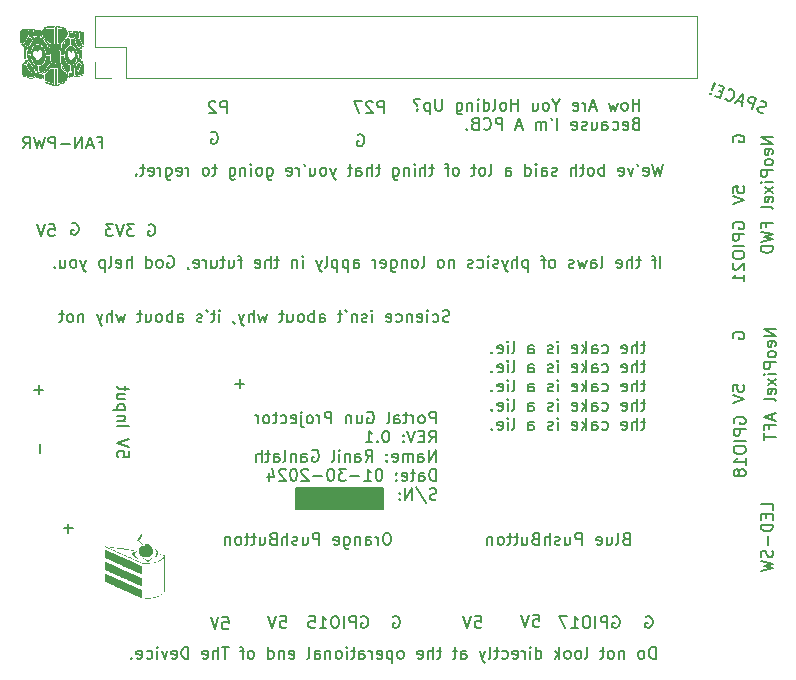
<source format=gbr>
%TF.GenerationSoftware,KiCad,Pcbnew,7.0.1*%
%TF.CreationDate,2024-01-31T00:22:47-07:00*%
%TF.ProjectId,Portal Gun PiHAT,506f7274-616c-4204-9775-6e2050694841,rev?*%
%TF.SameCoordinates,Original*%
%TF.FileFunction,Legend,Bot*%
%TF.FilePolarity,Positive*%
%FSLAX46Y46*%
G04 Gerber Fmt 4.6, Leading zero omitted, Abs format (unit mm)*
G04 Created by KiCad (PCBNEW 7.0.1) date 2024-01-31 00:22:47*
%MOMM*%
%LPD*%
G01*
G04 APERTURE LIST*
%ADD10C,0.150000*%
%ADD11C,0.200000*%
%ADD12C,0.120000*%
G04 APERTURE END LIST*
D10*
X124034000Y-84811000D02*
X131400000Y-84811000D01*
X131400000Y-86589000D01*
X124034000Y-86589000D01*
X124034000Y-84811000D01*
G36*
X124034000Y-84811000D02*
G01*
X131400000Y-84811000D01*
X131400000Y-86589000D01*
X124034000Y-86589000D01*
X124034000Y-84811000D01*
G37*
D11*
X153638095Y-95725238D02*
X153733333Y-95677619D01*
X153733333Y-95677619D02*
X153876190Y-95677619D01*
X153876190Y-95677619D02*
X154019047Y-95725238D01*
X154019047Y-95725238D02*
X154114285Y-95820476D01*
X154114285Y-95820476D02*
X154161904Y-95915714D01*
X154161904Y-95915714D02*
X154209523Y-96106190D01*
X154209523Y-96106190D02*
X154209523Y-96249047D01*
X154209523Y-96249047D02*
X154161904Y-96439523D01*
X154161904Y-96439523D02*
X154114285Y-96534761D01*
X154114285Y-96534761D02*
X154019047Y-96630000D01*
X154019047Y-96630000D02*
X153876190Y-96677619D01*
X153876190Y-96677619D02*
X153780952Y-96677619D01*
X153780952Y-96677619D02*
X153638095Y-96630000D01*
X153638095Y-96630000D02*
X153590476Y-96582380D01*
X153590476Y-96582380D02*
X153590476Y-96249047D01*
X153590476Y-96249047D02*
X153780952Y-96249047D01*
X164377619Y-55119047D02*
X163377619Y-55119047D01*
X163377619Y-55119047D02*
X164377619Y-55690475D01*
X164377619Y-55690475D02*
X163377619Y-55690475D01*
X164330000Y-56547618D02*
X164377619Y-56452380D01*
X164377619Y-56452380D02*
X164377619Y-56261904D01*
X164377619Y-56261904D02*
X164330000Y-56166666D01*
X164330000Y-56166666D02*
X164234761Y-56119047D01*
X164234761Y-56119047D02*
X163853809Y-56119047D01*
X163853809Y-56119047D02*
X163758571Y-56166666D01*
X163758571Y-56166666D02*
X163710952Y-56261904D01*
X163710952Y-56261904D02*
X163710952Y-56452380D01*
X163710952Y-56452380D02*
X163758571Y-56547618D01*
X163758571Y-56547618D02*
X163853809Y-56595237D01*
X163853809Y-56595237D02*
X163949047Y-56595237D01*
X163949047Y-56595237D02*
X164044285Y-56119047D01*
X164377619Y-57166666D02*
X164330000Y-57071428D01*
X164330000Y-57071428D02*
X164282380Y-57023809D01*
X164282380Y-57023809D02*
X164187142Y-56976190D01*
X164187142Y-56976190D02*
X163901428Y-56976190D01*
X163901428Y-56976190D02*
X163806190Y-57023809D01*
X163806190Y-57023809D02*
X163758571Y-57071428D01*
X163758571Y-57071428D02*
X163710952Y-57166666D01*
X163710952Y-57166666D02*
X163710952Y-57309523D01*
X163710952Y-57309523D02*
X163758571Y-57404761D01*
X163758571Y-57404761D02*
X163806190Y-57452380D01*
X163806190Y-57452380D02*
X163901428Y-57499999D01*
X163901428Y-57499999D02*
X164187142Y-57499999D01*
X164187142Y-57499999D02*
X164282380Y-57452380D01*
X164282380Y-57452380D02*
X164330000Y-57404761D01*
X164330000Y-57404761D02*
X164377619Y-57309523D01*
X164377619Y-57309523D02*
X164377619Y-57166666D01*
X164377619Y-57928571D02*
X163377619Y-57928571D01*
X163377619Y-57928571D02*
X163377619Y-58309523D01*
X163377619Y-58309523D02*
X163425238Y-58404761D01*
X163425238Y-58404761D02*
X163472857Y-58452380D01*
X163472857Y-58452380D02*
X163568095Y-58499999D01*
X163568095Y-58499999D02*
X163710952Y-58499999D01*
X163710952Y-58499999D02*
X163806190Y-58452380D01*
X163806190Y-58452380D02*
X163853809Y-58404761D01*
X163853809Y-58404761D02*
X163901428Y-58309523D01*
X163901428Y-58309523D02*
X163901428Y-57928571D01*
X164377619Y-58928571D02*
X163710952Y-58928571D01*
X163377619Y-58928571D02*
X163425238Y-58880952D01*
X163425238Y-58880952D02*
X163472857Y-58928571D01*
X163472857Y-58928571D02*
X163425238Y-58976190D01*
X163425238Y-58976190D02*
X163377619Y-58928571D01*
X163377619Y-58928571D02*
X163472857Y-58928571D01*
X164377619Y-59309523D02*
X163710952Y-59833332D01*
X163710952Y-59309523D02*
X164377619Y-59833332D01*
X164330000Y-60595237D02*
X164377619Y-60499999D01*
X164377619Y-60499999D02*
X164377619Y-60309523D01*
X164377619Y-60309523D02*
X164330000Y-60214285D01*
X164330000Y-60214285D02*
X164234761Y-60166666D01*
X164234761Y-60166666D02*
X163853809Y-60166666D01*
X163853809Y-60166666D02*
X163758571Y-60214285D01*
X163758571Y-60214285D02*
X163710952Y-60309523D01*
X163710952Y-60309523D02*
X163710952Y-60499999D01*
X163710952Y-60499999D02*
X163758571Y-60595237D01*
X163758571Y-60595237D02*
X163853809Y-60642856D01*
X163853809Y-60642856D02*
X163949047Y-60642856D01*
X163949047Y-60642856D02*
X164044285Y-60166666D01*
X164377619Y-61214285D02*
X164330000Y-61119047D01*
X164330000Y-61119047D02*
X164234761Y-61071428D01*
X164234761Y-61071428D02*
X163377619Y-61071428D01*
X163853809Y-62690476D02*
X163853809Y-62357143D01*
X164377619Y-62357143D02*
X163377619Y-62357143D01*
X163377619Y-62357143D02*
X163377619Y-62833333D01*
X163377619Y-63119048D02*
X164377619Y-63357143D01*
X164377619Y-63357143D02*
X163663333Y-63547619D01*
X163663333Y-63547619D02*
X164377619Y-63738095D01*
X164377619Y-63738095D02*
X163377619Y-63976191D01*
X164377619Y-64357143D02*
X163377619Y-64357143D01*
X163377619Y-64357143D02*
X163377619Y-64595238D01*
X163377619Y-64595238D02*
X163425238Y-64738095D01*
X163425238Y-64738095D02*
X163520476Y-64833333D01*
X163520476Y-64833333D02*
X163615714Y-64880952D01*
X163615714Y-64880952D02*
X163806190Y-64928571D01*
X163806190Y-64928571D02*
X163949047Y-64928571D01*
X163949047Y-64928571D02*
X164139523Y-64880952D01*
X164139523Y-64880952D02*
X164234761Y-64833333D01*
X164234761Y-64833333D02*
X164330000Y-64738095D01*
X164330000Y-64738095D02*
X164377619Y-64595238D01*
X164377619Y-64595238D02*
X164377619Y-64357143D01*
X131809524Y-88627619D02*
X131619048Y-88627619D01*
X131619048Y-88627619D02*
X131523810Y-88675238D01*
X131523810Y-88675238D02*
X131428572Y-88770476D01*
X131428572Y-88770476D02*
X131380953Y-88960952D01*
X131380953Y-88960952D02*
X131380953Y-89294285D01*
X131380953Y-89294285D02*
X131428572Y-89484761D01*
X131428572Y-89484761D02*
X131523810Y-89580000D01*
X131523810Y-89580000D02*
X131619048Y-89627619D01*
X131619048Y-89627619D02*
X131809524Y-89627619D01*
X131809524Y-89627619D02*
X131904762Y-89580000D01*
X131904762Y-89580000D02*
X132000000Y-89484761D01*
X132000000Y-89484761D02*
X132047619Y-89294285D01*
X132047619Y-89294285D02*
X132047619Y-88960952D01*
X132047619Y-88960952D02*
X132000000Y-88770476D01*
X132000000Y-88770476D02*
X131904762Y-88675238D01*
X131904762Y-88675238D02*
X131809524Y-88627619D01*
X130952381Y-89627619D02*
X130952381Y-88960952D01*
X130952381Y-89151428D02*
X130904762Y-89056190D01*
X130904762Y-89056190D02*
X130857143Y-89008571D01*
X130857143Y-89008571D02*
X130761905Y-88960952D01*
X130761905Y-88960952D02*
X130666667Y-88960952D01*
X129904762Y-89627619D02*
X129904762Y-89103809D01*
X129904762Y-89103809D02*
X129952381Y-89008571D01*
X129952381Y-89008571D02*
X130047619Y-88960952D01*
X130047619Y-88960952D02*
X130238095Y-88960952D01*
X130238095Y-88960952D02*
X130333333Y-89008571D01*
X129904762Y-89580000D02*
X130000000Y-89627619D01*
X130000000Y-89627619D02*
X130238095Y-89627619D01*
X130238095Y-89627619D02*
X130333333Y-89580000D01*
X130333333Y-89580000D02*
X130380952Y-89484761D01*
X130380952Y-89484761D02*
X130380952Y-89389523D01*
X130380952Y-89389523D02*
X130333333Y-89294285D01*
X130333333Y-89294285D02*
X130238095Y-89246666D01*
X130238095Y-89246666D02*
X130000000Y-89246666D01*
X130000000Y-89246666D02*
X129904762Y-89199047D01*
X129428571Y-88960952D02*
X129428571Y-89627619D01*
X129428571Y-89056190D02*
X129380952Y-89008571D01*
X129380952Y-89008571D02*
X129285714Y-88960952D01*
X129285714Y-88960952D02*
X129142857Y-88960952D01*
X129142857Y-88960952D02*
X129047619Y-89008571D01*
X129047619Y-89008571D02*
X129000000Y-89103809D01*
X129000000Y-89103809D02*
X129000000Y-89627619D01*
X128095238Y-88960952D02*
X128095238Y-89770476D01*
X128095238Y-89770476D02*
X128142857Y-89865714D01*
X128142857Y-89865714D02*
X128190476Y-89913333D01*
X128190476Y-89913333D02*
X128285714Y-89960952D01*
X128285714Y-89960952D02*
X128428571Y-89960952D01*
X128428571Y-89960952D02*
X128523809Y-89913333D01*
X128095238Y-89580000D02*
X128190476Y-89627619D01*
X128190476Y-89627619D02*
X128380952Y-89627619D01*
X128380952Y-89627619D02*
X128476190Y-89580000D01*
X128476190Y-89580000D02*
X128523809Y-89532380D01*
X128523809Y-89532380D02*
X128571428Y-89437142D01*
X128571428Y-89437142D02*
X128571428Y-89151428D01*
X128571428Y-89151428D02*
X128523809Y-89056190D01*
X128523809Y-89056190D02*
X128476190Y-89008571D01*
X128476190Y-89008571D02*
X128380952Y-88960952D01*
X128380952Y-88960952D02*
X128190476Y-88960952D01*
X128190476Y-88960952D02*
X128095238Y-89008571D01*
X127238095Y-89580000D02*
X127333333Y-89627619D01*
X127333333Y-89627619D02*
X127523809Y-89627619D01*
X127523809Y-89627619D02*
X127619047Y-89580000D01*
X127619047Y-89580000D02*
X127666666Y-89484761D01*
X127666666Y-89484761D02*
X127666666Y-89103809D01*
X127666666Y-89103809D02*
X127619047Y-89008571D01*
X127619047Y-89008571D02*
X127523809Y-88960952D01*
X127523809Y-88960952D02*
X127333333Y-88960952D01*
X127333333Y-88960952D02*
X127238095Y-89008571D01*
X127238095Y-89008571D02*
X127190476Y-89103809D01*
X127190476Y-89103809D02*
X127190476Y-89199047D01*
X127190476Y-89199047D02*
X127666666Y-89294285D01*
X125999999Y-89627619D02*
X125999999Y-88627619D01*
X125999999Y-88627619D02*
X125619047Y-88627619D01*
X125619047Y-88627619D02*
X125523809Y-88675238D01*
X125523809Y-88675238D02*
X125476190Y-88722857D01*
X125476190Y-88722857D02*
X125428571Y-88818095D01*
X125428571Y-88818095D02*
X125428571Y-88960952D01*
X125428571Y-88960952D02*
X125476190Y-89056190D01*
X125476190Y-89056190D02*
X125523809Y-89103809D01*
X125523809Y-89103809D02*
X125619047Y-89151428D01*
X125619047Y-89151428D02*
X125999999Y-89151428D01*
X124571428Y-88960952D02*
X124571428Y-89627619D01*
X124999999Y-88960952D02*
X124999999Y-89484761D01*
X124999999Y-89484761D02*
X124952380Y-89580000D01*
X124952380Y-89580000D02*
X124857142Y-89627619D01*
X124857142Y-89627619D02*
X124714285Y-89627619D01*
X124714285Y-89627619D02*
X124619047Y-89580000D01*
X124619047Y-89580000D02*
X124571428Y-89532380D01*
X124142856Y-89580000D02*
X124047618Y-89627619D01*
X124047618Y-89627619D02*
X123857142Y-89627619D01*
X123857142Y-89627619D02*
X123761904Y-89580000D01*
X123761904Y-89580000D02*
X123714285Y-89484761D01*
X123714285Y-89484761D02*
X123714285Y-89437142D01*
X123714285Y-89437142D02*
X123761904Y-89341904D01*
X123761904Y-89341904D02*
X123857142Y-89294285D01*
X123857142Y-89294285D02*
X123999999Y-89294285D01*
X123999999Y-89294285D02*
X124095237Y-89246666D01*
X124095237Y-89246666D02*
X124142856Y-89151428D01*
X124142856Y-89151428D02*
X124142856Y-89103809D01*
X124142856Y-89103809D02*
X124095237Y-89008571D01*
X124095237Y-89008571D02*
X123999999Y-88960952D01*
X123999999Y-88960952D02*
X123857142Y-88960952D01*
X123857142Y-88960952D02*
X123761904Y-89008571D01*
X123285713Y-89627619D02*
X123285713Y-88627619D01*
X122857142Y-89627619D02*
X122857142Y-89103809D01*
X122857142Y-89103809D02*
X122904761Y-89008571D01*
X122904761Y-89008571D02*
X122999999Y-88960952D01*
X122999999Y-88960952D02*
X123142856Y-88960952D01*
X123142856Y-88960952D02*
X123238094Y-89008571D01*
X123238094Y-89008571D02*
X123285713Y-89056190D01*
X122047618Y-89103809D02*
X121904761Y-89151428D01*
X121904761Y-89151428D02*
X121857142Y-89199047D01*
X121857142Y-89199047D02*
X121809523Y-89294285D01*
X121809523Y-89294285D02*
X121809523Y-89437142D01*
X121809523Y-89437142D02*
X121857142Y-89532380D01*
X121857142Y-89532380D02*
X121904761Y-89580000D01*
X121904761Y-89580000D02*
X121999999Y-89627619D01*
X121999999Y-89627619D02*
X122380951Y-89627619D01*
X122380951Y-89627619D02*
X122380951Y-88627619D01*
X122380951Y-88627619D02*
X122047618Y-88627619D01*
X122047618Y-88627619D02*
X121952380Y-88675238D01*
X121952380Y-88675238D02*
X121904761Y-88722857D01*
X121904761Y-88722857D02*
X121857142Y-88818095D01*
X121857142Y-88818095D02*
X121857142Y-88913333D01*
X121857142Y-88913333D02*
X121904761Y-89008571D01*
X121904761Y-89008571D02*
X121952380Y-89056190D01*
X121952380Y-89056190D02*
X122047618Y-89103809D01*
X122047618Y-89103809D02*
X122380951Y-89103809D01*
X120952380Y-88960952D02*
X120952380Y-89627619D01*
X121380951Y-88960952D02*
X121380951Y-89484761D01*
X121380951Y-89484761D02*
X121333332Y-89580000D01*
X121333332Y-89580000D02*
X121238094Y-89627619D01*
X121238094Y-89627619D02*
X121095237Y-89627619D01*
X121095237Y-89627619D02*
X120999999Y-89580000D01*
X120999999Y-89580000D02*
X120952380Y-89532380D01*
X120619046Y-88960952D02*
X120238094Y-88960952D01*
X120476189Y-88627619D02*
X120476189Y-89484761D01*
X120476189Y-89484761D02*
X120428570Y-89580000D01*
X120428570Y-89580000D02*
X120333332Y-89627619D01*
X120333332Y-89627619D02*
X120238094Y-89627619D01*
X120047617Y-88960952D02*
X119666665Y-88960952D01*
X119904760Y-88627619D02*
X119904760Y-89484761D01*
X119904760Y-89484761D02*
X119857141Y-89580000D01*
X119857141Y-89580000D02*
X119761903Y-89627619D01*
X119761903Y-89627619D02*
X119666665Y-89627619D01*
X119190474Y-89627619D02*
X119285712Y-89580000D01*
X119285712Y-89580000D02*
X119333331Y-89532380D01*
X119333331Y-89532380D02*
X119380950Y-89437142D01*
X119380950Y-89437142D02*
X119380950Y-89151428D01*
X119380950Y-89151428D02*
X119333331Y-89056190D01*
X119333331Y-89056190D02*
X119285712Y-89008571D01*
X119285712Y-89008571D02*
X119190474Y-88960952D01*
X119190474Y-88960952D02*
X119047617Y-88960952D01*
X119047617Y-88960952D02*
X118952379Y-89008571D01*
X118952379Y-89008571D02*
X118904760Y-89056190D01*
X118904760Y-89056190D02*
X118857141Y-89151428D01*
X118857141Y-89151428D02*
X118857141Y-89437142D01*
X118857141Y-89437142D02*
X118904760Y-89532380D01*
X118904760Y-89532380D02*
X118952379Y-89580000D01*
X118952379Y-89580000D02*
X119047617Y-89627619D01*
X119047617Y-89627619D02*
X119190474Y-89627619D01*
X118428569Y-88960952D02*
X118428569Y-89627619D01*
X118428569Y-89056190D02*
X118380950Y-89008571D01*
X118380950Y-89008571D02*
X118285712Y-88960952D01*
X118285712Y-88960952D02*
X118142855Y-88960952D01*
X118142855Y-88960952D02*
X118047617Y-89008571D01*
X118047617Y-89008571D02*
X117999998Y-89103809D01*
X117999998Y-89103809D02*
X117999998Y-89627619D01*
X118138094Y-53077619D02*
X118138094Y-52077619D01*
X118138094Y-52077619D02*
X117757142Y-52077619D01*
X117757142Y-52077619D02*
X117661904Y-52125238D01*
X117661904Y-52125238D02*
X117614285Y-52172857D01*
X117614285Y-52172857D02*
X117566666Y-52268095D01*
X117566666Y-52268095D02*
X117566666Y-52410952D01*
X117566666Y-52410952D02*
X117614285Y-52506190D01*
X117614285Y-52506190D02*
X117661904Y-52553809D01*
X117661904Y-52553809D02*
X117757142Y-52601428D01*
X117757142Y-52601428D02*
X118138094Y-52601428D01*
X117185713Y-52172857D02*
X117138094Y-52125238D01*
X117138094Y-52125238D02*
X117042856Y-52077619D01*
X117042856Y-52077619D02*
X116804761Y-52077619D01*
X116804761Y-52077619D02*
X116709523Y-52125238D01*
X116709523Y-52125238D02*
X116661904Y-52172857D01*
X116661904Y-52172857D02*
X116614285Y-52268095D01*
X116614285Y-52268095D02*
X116614285Y-52363333D01*
X116614285Y-52363333D02*
X116661904Y-52506190D01*
X116661904Y-52506190D02*
X117233332Y-53077619D01*
X117233332Y-53077619D02*
X116614285Y-53077619D01*
X164627619Y-71380952D02*
X163627619Y-71380952D01*
X163627619Y-71380952D02*
X164627619Y-71952380D01*
X164627619Y-71952380D02*
X163627619Y-71952380D01*
X164580000Y-72809523D02*
X164627619Y-72714285D01*
X164627619Y-72714285D02*
X164627619Y-72523809D01*
X164627619Y-72523809D02*
X164580000Y-72428571D01*
X164580000Y-72428571D02*
X164484761Y-72380952D01*
X164484761Y-72380952D02*
X164103809Y-72380952D01*
X164103809Y-72380952D02*
X164008571Y-72428571D01*
X164008571Y-72428571D02*
X163960952Y-72523809D01*
X163960952Y-72523809D02*
X163960952Y-72714285D01*
X163960952Y-72714285D02*
X164008571Y-72809523D01*
X164008571Y-72809523D02*
X164103809Y-72857142D01*
X164103809Y-72857142D02*
X164199047Y-72857142D01*
X164199047Y-72857142D02*
X164294285Y-72380952D01*
X164627619Y-73428571D02*
X164580000Y-73333333D01*
X164580000Y-73333333D02*
X164532380Y-73285714D01*
X164532380Y-73285714D02*
X164437142Y-73238095D01*
X164437142Y-73238095D02*
X164151428Y-73238095D01*
X164151428Y-73238095D02*
X164056190Y-73285714D01*
X164056190Y-73285714D02*
X164008571Y-73333333D01*
X164008571Y-73333333D02*
X163960952Y-73428571D01*
X163960952Y-73428571D02*
X163960952Y-73571428D01*
X163960952Y-73571428D02*
X164008571Y-73666666D01*
X164008571Y-73666666D02*
X164056190Y-73714285D01*
X164056190Y-73714285D02*
X164151428Y-73761904D01*
X164151428Y-73761904D02*
X164437142Y-73761904D01*
X164437142Y-73761904D02*
X164532380Y-73714285D01*
X164532380Y-73714285D02*
X164580000Y-73666666D01*
X164580000Y-73666666D02*
X164627619Y-73571428D01*
X164627619Y-73571428D02*
X164627619Y-73428571D01*
X164627619Y-74190476D02*
X163627619Y-74190476D01*
X163627619Y-74190476D02*
X163627619Y-74571428D01*
X163627619Y-74571428D02*
X163675238Y-74666666D01*
X163675238Y-74666666D02*
X163722857Y-74714285D01*
X163722857Y-74714285D02*
X163818095Y-74761904D01*
X163818095Y-74761904D02*
X163960952Y-74761904D01*
X163960952Y-74761904D02*
X164056190Y-74714285D01*
X164056190Y-74714285D02*
X164103809Y-74666666D01*
X164103809Y-74666666D02*
X164151428Y-74571428D01*
X164151428Y-74571428D02*
X164151428Y-74190476D01*
X164627619Y-75190476D02*
X163960952Y-75190476D01*
X163627619Y-75190476D02*
X163675238Y-75142857D01*
X163675238Y-75142857D02*
X163722857Y-75190476D01*
X163722857Y-75190476D02*
X163675238Y-75238095D01*
X163675238Y-75238095D02*
X163627619Y-75190476D01*
X163627619Y-75190476D02*
X163722857Y-75190476D01*
X164627619Y-75571428D02*
X163960952Y-76095237D01*
X163960952Y-75571428D02*
X164627619Y-76095237D01*
X164580000Y-76857142D02*
X164627619Y-76761904D01*
X164627619Y-76761904D02*
X164627619Y-76571428D01*
X164627619Y-76571428D02*
X164580000Y-76476190D01*
X164580000Y-76476190D02*
X164484761Y-76428571D01*
X164484761Y-76428571D02*
X164103809Y-76428571D01*
X164103809Y-76428571D02*
X164008571Y-76476190D01*
X164008571Y-76476190D02*
X163960952Y-76571428D01*
X163960952Y-76571428D02*
X163960952Y-76761904D01*
X163960952Y-76761904D02*
X164008571Y-76857142D01*
X164008571Y-76857142D02*
X164103809Y-76904761D01*
X164103809Y-76904761D02*
X164199047Y-76904761D01*
X164199047Y-76904761D02*
X164294285Y-76428571D01*
X164627619Y-77476190D02*
X164580000Y-77380952D01*
X164580000Y-77380952D02*
X164484761Y-77333333D01*
X164484761Y-77333333D02*
X163627619Y-77333333D01*
X164341904Y-78571429D02*
X164341904Y-79047619D01*
X164627619Y-78476191D02*
X163627619Y-78809524D01*
X163627619Y-78809524D02*
X164627619Y-79142857D01*
X164103809Y-79809524D02*
X164103809Y-79476191D01*
X164627619Y-79476191D02*
X163627619Y-79476191D01*
X163627619Y-79476191D02*
X163627619Y-79952381D01*
X163627619Y-80190477D02*
X163627619Y-80761905D01*
X164627619Y-80476191D02*
X163627619Y-80476191D01*
X102346666Y-81119048D02*
X102346666Y-81880953D01*
X154861904Y-66177619D02*
X154861904Y-65177619D01*
X154528571Y-65510952D02*
X154147619Y-65510952D01*
X154385714Y-66177619D02*
X154385714Y-65320476D01*
X154385714Y-65320476D02*
X154338095Y-65225238D01*
X154338095Y-65225238D02*
X154242857Y-65177619D01*
X154242857Y-65177619D02*
X154147619Y-65177619D01*
X153195237Y-65510952D02*
X152814285Y-65510952D01*
X153052380Y-65177619D02*
X153052380Y-66034761D01*
X153052380Y-66034761D02*
X153004761Y-66130000D01*
X153004761Y-66130000D02*
X152909523Y-66177619D01*
X152909523Y-66177619D02*
X152814285Y-66177619D01*
X152480951Y-66177619D02*
X152480951Y-65177619D01*
X152052380Y-66177619D02*
X152052380Y-65653809D01*
X152052380Y-65653809D02*
X152099999Y-65558571D01*
X152099999Y-65558571D02*
X152195237Y-65510952D01*
X152195237Y-65510952D02*
X152338094Y-65510952D01*
X152338094Y-65510952D02*
X152433332Y-65558571D01*
X152433332Y-65558571D02*
X152480951Y-65606190D01*
X151195237Y-66130000D02*
X151290475Y-66177619D01*
X151290475Y-66177619D02*
X151480951Y-66177619D01*
X151480951Y-66177619D02*
X151576189Y-66130000D01*
X151576189Y-66130000D02*
X151623808Y-66034761D01*
X151623808Y-66034761D02*
X151623808Y-65653809D01*
X151623808Y-65653809D02*
X151576189Y-65558571D01*
X151576189Y-65558571D02*
X151480951Y-65510952D01*
X151480951Y-65510952D02*
X151290475Y-65510952D01*
X151290475Y-65510952D02*
X151195237Y-65558571D01*
X151195237Y-65558571D02*
X151147618Y-65653809D01*
X151147618Y-65653809D02*
X151147618Y-65749047D01*
X151147618Y-65749047D02*
X151623808Y-65844285D01*
X149814284Y-66177619D02*
X149909522Y-66130000D01*
X149909522Y-66130000D02*
X149957141Y-66034761D01*
X149957141Y-66034761D02*
X149957141Y-65177619D01*
X149004760Y-66177619D02*
X149004760Y-65653809D01*
X149004760Y-65653809D02*
X149052379Y-65558571D01*
X149052379Y-65558571D02*
X149147617Y-65510952D01*
X149147617Y-65510952D02*
X149338093Y-65510952D01*
X149338093Y-65510952D02*
X149433331Y-65558571D01*
X149004760Y-66130000D02*
X149099998Y-66177619D01*
X149099998Y-66177619D02*
X149338093Y-66177619D01*
X149338093Y-66177619D02*
X149433331Y-66130000D01*
X149433331Y-66130000D02*
X149480950Y-66034761D01*
X149480950Y-66034761D02*
X149480950Y-65939523D01*
X149480950Y-65939523D02*
X149433331Y-65844285D01*
X149433331Y-65844285D02*
X149338093Y-65796666D01*
X149338093Y-65796666D02*
X149099998Y-65796666D01*
X149099998Y-65796666D02*
X149004760Y-65749047D01*
X148623807Y-65510952D02*
X148433331Y-66177619D01*
X148433331Y-66177619D02*
X148242855Y-65701428D01*
X148242855Y-65701428D02*
X148052379Y-66177619D01*
X148052379Y-66177619D02*
X147861903Y-65510952D01*
X147528569Y-66130000D02*
X147433331Y-66177619D01*
X147433331Y-66177619D02*
X147242855Y-66177619D01*
X147242855Y-66177619D02*
X147147617Y-66130000D01*
X147147617Y-66130000D02*
X147099998Y-66034761D01*
X147099998Y-66034761D02*
X147099998Y-65987142D01*
X147099998Y-65987142D02*
X147147617Y-65891904D01*
X147147617Y-65891904D02*
X147242855Y-65844285D01*
X147242855Y-65844285D02*
X147385712Y-65844285D01*
X147385712Y-65844285D02*
X147480950Y-65796666D01*
X147480950Y-65796666D02*
X147528569Y-65701428D01*
X147528569Y-65701428D02*
X147528569Y-65653809D01*
X147528569Y-65653809D02*
X147480950Y-65558571D01*
X147480950Y-65558571D02*
X147385712Y-65510952D01*
X147385712Y-65510952D02*
X147242855Y-65510952D01*
X147242855Y-65510952D02*
X147147617Y-65558571D01*
X145766664Y-66177619D02*
X145861902Y-66130000D01*
X145861902Y-66130000D02*
X145909521Y-66082380D01*
X145909521Y-66082380D02*
X145957140Y-65987142D01*
X145957140Y-65987142D02*
X145957140Y-65701428D01*
X145957140Y-65701428D02*
X145909521Y-65606190D01*
X145909521Y-65606190D02*
X145861902Y-65558571D01*
X145861902Y-65558571D02*
X145766664Y-65510952D01*
X145766664Y-65510952D02*
X145623807Y-65510952D01*
X145623807Y-65510952D02*
X145528569Y-65558571D01*
X145528569Y-65558571D02*
X145480950Y-65606190D01*
X145480950Y-65606190D02*
X145433331Y-65701428D01*
X145433331Y-65701428D02*
X145433331Y-65987142D01*
X145433331Y-65987142D02*
X145480950Y-66082380D01*
X145480950Y-66082380D02*
X145528569Y-66130000D01*
X145528569Y-66130000D02*
X145623807Y-66177619D01*
X145623807Y-66177619D02*
X145766664Y-66177619D01*
X145147616Y-65510952D02*
X144766664Y-65510952D01*
X145004759Y-66177619D02*
X145004759Y-65320476D01*
X145004759Y-65320476D02*
X144957140Y-65225238D01*
X144957140Y-65225238D02*
X144861902Y-65177619D01*
X144861902Y-65177619D02*
X144766664Y-65177619D01*
X143671425Y-65510952D02*
X143671425Y-66510952D01*
X143671425Y-65558571D02*
X143576187Y-65510952D01*
X143576187Y-65510952D02*
X143385711Y-65510952D01*
X143385711Y-65510952D02*
X143290473Y-65558571D01*
X143290473Y-65558571D02*
X143242854Y-65606190D01*
X143242854Y-65606190D02*
X143195235Y-65701428D01*
X143195235Y-65701428D02*
X143195235Y-65987142D01*
X143195235Y-65987142D02*
X143242854Y-66082380D01*
X143242854Y-66082380D02*
X143290473Y-66130000D01*
X143290473Y-66130000D02*
X143385711Y-66177619D01*
X143385711Y-66177619D02*
X143576187Y-66177619D01*
X143576187Y-66177619D02*
X143671425Y-66130000D01*
X142766663Y-66177619D02*
X142766663Y-65177619D01*
X142338092Y-66177619D02*
X142338092Y-65653809D01*
X142338092Y-65653809D02*
X142385711Y-65558571D01*
X142385711Y-65558571D02*
X142480949Y-65510952D01*
X142480949Y-65510952D02*
X142623806Y-65510952D01*
X142623806Y-65510952D02*
X142719044Y-65558571D01*
X142719044Y-65558571D02*
X142766663Y-65606190D01*
X141957139Y-65510952D02*
X141719044Y-66177619D01*
X141480949Y-65510952D02*
X141719044Y-66177619D01*
X141719044Y-66177619D02*
X141814282Y-66415714D01*
X141814282Y-66415714D02*
X141861901Y-66463333D01*
X141861901Y-66463333D02*
X141957139Y-66510952D01*
X141147615Y-66130000D02*
X141052377Y-66177619D01*
X141052377Y-66177619D02*
X140861901Y-66177619D01*
X140861901Y-66177619D02*
X140766663Y-66130000D01*
X140766663Y-66130000D02*
X140719044Y-66034761D01*
X140719044Y-66034761D02*
X140719044Y-65987142D01*
X140719044Y-65987142D02*
X140766663Y-65891904D01*
X140766663Y-65891904D02*
X140861901Y-65844285D01*
X140861901Y-65844285D02*
X141004758Y-65844285D01*
X141004758Y-65844285D02*
X141099996Y-65796666D01*
X141099996Y-65796666D02*
X141147615Y-65701428D01*
X141147615Y-65701428D02*
X141147615Y-65653809D01*
X141147615Y-65653809D02*
X141099996Y-65558571D01*
X141099996Y-65558571D02*
X141004758Y-65510952D01*
X141004758Y-65510952D02*
X140861901Y-65510952D01*
X140861901Y-65510952D02*
X140766663Y-65558571D01*
X140290472Y-66177619D02*
X140290472Y-65510952D01*
X140290472Y-65177619D02*
X140338091Y-65225238D01*
X140338091Y-65225238D02*
X140290472Y-65272857D01*
X140290472Y-65272857D02*
X140242853Y-65225238D01*
X140242853Y-65225238D02*
X140290472Y-65177619D01*
X140290472Y-65177619D02*
X140290472Y-65272857D01*
X139385711Y-66130000D02*
X139480949Y-66177619D01*
X139480949Y-66177619D02*
X139671425Y-66177619D01*
X139671425Y-66177619D02*
X139766663Y-66130000D01*
X139766663Y-66130000D02*
X139814282Y-66082380D01*
X139814282Y-66082380D02*
X139861901Y-65987142D01*
X139861901Y-65987142D02*
X139861901Y-65701428D01*
X139861901Y-65701428D02*
X139814282Y-65606190D01*
X139814282Y-65606190D02*
X139766663Y-65558571D01*
X139766663Y-65558571D02*
X139671425Y-65510952D01*
X139671425Y-65510952D02*
X139480949Y-65510952D01*
X139480949Y-65510952D02*
X139385711Y-65558571D01*
X139004758Y-66130000D02*
X138909520Y-66177619D01*
X138909520Y-66177619D02*
X138719044Y-66177619D01*
X138719044Y-66177619D02*
X138623806Y-66130000D01*
X138623806Y-66130000D02*
X138576187Y-66034761D01*
X138576187Y-66034761D02*
X138576187Y-65987142D01*
X138576187Y-65987142D02*
X138623806Y-65891904D01*
X138623806Y-65891904D02*
X138719044Y-65844285D01*
X138719044Y-65844285D02*
X138861901Y-65844285D01*
X138861901Y-65844285D02*
X138957139Y-65796666D01*
X138957139Y-65796666D02*
X139004758Y-65701428D01*
X139004758Y-65701428D02*
X139004758Y-65653809D01*
X139004758Y-65653809D02*
X138957139Y-65558571D01*
X138957139Y-65558571D02*
X138861901Y-65510952D01*
X138861901Y-65510952D02*
X138719044Y-65510952D01*
X138719044Y-65510952D02*
X138623806Y-65558571D01*
X137385710Y-65510952D02*
X137385710Y-66177619D01*
X137385710Y-65606190D02*
X137338091Y-65558571D01*
X137338091Y-65558571D02*
X137242853Y-65510952D01*
X137242853Y-65510952D02*
X137099996Y-65510952D01*
X137099996Y-65510952D02*
X137004758Y-65558571D01*
X137004758Y-65558571D02*
X136957139Y-65653809D01*
X136957139Y-65653809D02*
X136957139Y-66177619D01*
X136338091Y-66177619D02*
X136433329Y-66130000D01*
X136433329Y-66130000D02*
X136480948Y-66082380D01*
X136480948Y-66082380D02*
X136528567Y-65987142D01*
X136528567Y-65987142D02*
X136528567Y-65701428D01*
X136528567Y-65701428D02*
X136480948Y-65606190D01*
X136480948Y-65606190D02*
X136433329Y-65558571D01*
X136433329Y-65558571D02*
X136338091Y-65510952D01*
X136338091Y-65510952D02*
X136195234Y-65510952D01*
X136195234Y-65510952D02*
X136099996Y-65558571D01*
X136099996Y-65558571D02*
X136052377Y-65606190D01*
X136052377Y-65606190D02*
X136004758Y-65701428D01*
X136004758Y-65701428D02*
X136004758Y-65987142D01*
X136004758Y-65987142D02*
X136052377Y-66082380D01*
X136052377Y-66082380D02*
X136099996Y-66130000D01*
X136099996Y-66130000D02*
X136195234Y-66177619D01*
X136195234Y-66177619D02*
X136338091Y-66177619D01*
X134671424Y-66177619D02*
X134766662Y-66130000D01*
X134766662Y-66130000D02*
X134814281Y-66034761D01*
X134814281Y-66034761D02*
X134814281Y-65177619D01*
X134147614Y-66177619D02*
X134242852Y-66130000D01*
X134242852Y-66130000D02*
X134290471Y-66082380D01*
X134290471Y-66082380D02*
X134338090Y-65987142D01*
X134338090Y-65987142D02*
X134338090Y-65701428D01*
X134338090Y-65701428D02*
X134290471Y-65606190D01*
X134290471Y-65606190D02*
X134242852Y-65558571D01*
X134242852Y-65558571D02*
X134147614Y-65510952D01*
X134147614Y-65510952D02*
X134004757Y-65510952D01*
X134004757Y-65510952D02*
X133909519Y-65558571D01*
X133909519Y-65558571D02*
X133861900Y-65606190D01*
X133861900Y-65606190D02*
X133814281Y-65701428D01*
X133814281Y-65701428D02*
X133814281Y-65987142D01*
X133814281Y-65987142D02*
X133861900Y-66082380D01*
X133861900Y-66082380D02*
X133909519Y-66130000D01*
X133909519Y-66130000D02*
X134004757Y-66177619D01*
X134004757Y-66177619D02*
X134147614Y-66177619D01*
X133385709Y-65510952D02*
X133385709Y-66177619D01*
X133385709Y-65606190D02*
X133338090Y-65558571D01*
X133338090Y-65558571D02*
X133242852Y-65510952D01*
X133242852Y-65510952D02*
X133099995Y-65510952D01*
X133099995Y-65510952D02*
X133004757Y-65558571D01*
X133004757Y-65558571D02*
X132957138Y-65653809D01*
X132957138Y-65653809D02*
X132957138Y-66177619D01*
X132052376Y-65510952D02*
X132052376Y-66320476D01*
X132052376Y-66320476D02*
X132099995Y-66415714D01*
X132099995Y-66415714D02*
X132147614Y-66463333D01*
X132147614Y-66463333D02*
X132242852Y-66510952D01*
X132242852Y-66510952D02*
X132385709Y-66510952D01*
X132385709Y-66510952D02*
X132480947Y-66463333D01*
X132052376Y-66130000D02*
X132147614Y-66177619D01*
X132147614Y-66177619D02*
X132338090Y-66177619D01*
X132338090Y-66177619D02*
X132433328Y-66130000D01*
X132433328Y-66130000D02*
X132480947Y-66082380D01*
X132480947Y-66082380D02*
X132528566Y-65987142D01*
X132528566Y-65987142D02*
X132528566Y-65701428D01*
X132528566Y-65701428D02*
X132480947Y-65606190D01*
X132480947Y-65606190D02*
X132433328Y-65558571D01*
X132433328Y-65558571D02*
X132338090Y-65510952D01*
X132338090Y-65510952D02*
X132147614Y-65510952D01*
X132147614Y-65510952D02*
X132052376Y-65558571D01*
X131195233Y-66130000D02*
X131290471Y-66177619D01*
X131290471Y-66177619D02*
X131480947Y-66177619D01*
X131480947Y-66177619D02*
X131576185Y-66130000D01*
X131576185Y-66130000D02*
X131623804Y-66034761D01*
X131623804Y-66034761D02*
X131623804Y-65653809D01*
X131623804Y-65653809D02*
X131576185Y-65558571D01*
X131576185Y-65558571D02*
X131480947Y-65510952D01*
X131480947Y-65510952D02*
X131290471Y-65510952D01*
X131290471Y-65510952D02*
X131195233Y-65558571D01*
X131195233Y-65558571D02*
X131147614Y-65653809D01*
X131147614Y-65653809D02*
X131147614Y-65749047D01*
X131147614Y-65749047D02*
X131623804Y-65844285D01*
X130719042Y-66177619D02*
X130719042Y-65510952D01*
X130719042Y-65701428D02*
X130671423Y-65606190D01*
X130671423Y-65606190D02*
X130623804Y-65558571D01*
X130623804Y-65558571D02*
X130528566Y-65510952D01*
X130528566Y-65510952D02*
X130433328Y-65510952D01*
X128909518Y-66177619D02*
X128909518Y-65653809D01*
X128909518Y-65653809D02*
X128957137Y-65558571D01*
X128957137Y-65558571D02*
X129052375Y-65510952D01*
X129052375Y-65510952D02*
X129242851Y-65510952D01*
X129242851Y-65510952D02*
X129338089Y-65558571D01*
X128909518Y-66130000D02*
X129004756Y-66177619D01*
X129004756Y-66177619D02*
X129242851Y-66177619D01*
X129242851Y-66177619D02*
X129338089Y-66130000D01*
X129338089Y-66130000D02*
X129385708Y-66034761D01*
X129385708Y-66034761D02*
X129385708Y-65939523D01*
X129385708Y-65939523D02*
X129338089Y-65844285D01*
X129338089Y-65844285D02*
X129242851Y-65796666D01*
X129242851Y-65796666D02*
X129004756Y-65796666D01*
X129004756Y-65796666D02*
X128909518Y-65749047D01*
X128433327Y-65510952D02*
X128433327Y-66510952D01*
X128433327Y-65558571D02*
X128338089Y-65510952D01*
X128338089Y-65510952D02*
X128147613Y-65510952D01*
X128147613Y-65510952D02*
X128052375Y-65558571D01*
X128052375Y-65558571D02*
X128004756Y-65606190D01*
X128004756Y-65606190D02*
X127957137Y-65701428D01*
X127957137Y-65701428D02*
X127957137Y-65987142D01*
X127957137Y-65987142D02*
X128004756Y-66082380D01*
X128004756Y-66082380D02*
X128052375Y-66130000D01*
X128052375Y-66130000D02*
X128147613Y-66177619D01*
X128147613Y-66177619D02*
X128338089Y-66177619D01*
X128338089Y-66177619D02*
X128433327Y-66130000D01*
X127528565Y-65510952D02*
X127528565Y-66510952D01*
X127528565Y-65558571D02*
X127433327Y-65510952D01*
X127433327Y-65510952D02*
X127242851Y-65510952D01*
X127242851Y-65510952D02*
X127147613Y-65558571D01*
X127147613Y-65558571D02*
X127099994Y-65606190D01*
X127099994Y-65606190D02*
X127052375Y-65701428D01*
X127052375Y-65701428D02*
X127052375Y-65987142D01*
X127052375Y-65987142D02*
X127099994Y-66082380D01*
X127099994Y-66082380D02*
X127147613Y-66130000D01*
X127147613Y-66130000D02*
X127242851Y-66177619D01*
X127242851Y-66177619D02*
X127433327Y-66177619D01*
X127433327Y-66177619D02*
X127528565Y-66130000D01*
X126480946Y-66177619D02*
X126576184Y-66130000D01*
X126576184Y-66130000D02*
X126623803Y-66034761D01*
X126623803Y-66034761D02*
X126623803Y-65177619D01*
X126195231Y-65510952D02*
X125957136Y-66177619D01*
X125719041Y-65510952D02*
X125957136Y-66177619D01*
X125957136Y-66177619D02*
X126052374Y-66415714D01*
X126052374Y-66415714D02*
X126099993Y-66463333D01*
X126099993Y-66463333D02*
X126195231Y-66510952D01*
X124576183Y-66177619D02*
X124576183Y-65510952D01*
X124576183Y-65177619D02*
X124623802Y-65225238D01*
X124623802Y-65225238D02*
X124576183Y-65272857D01*
X124576183Y-65272857D02*
X124528564Y-65225238D01*
X124528564Y-65225238D02*
X124576183Y-65177619D01*
X124576183Y-65177619D02*
X124576183Y-65272857D01*
X124099993Y-65510952D02*
X124099993Y-66177619D01*
X124099993Y-65606190D02*
X124052374Y-65558571D01*
X124052374Y-65558571D02*
X123957136Y-65510952D01*
X123957136Y-65510952D02*
X123814279Y-65510952D01*
X123814279Y-65510952D02*
X123719041Y-65558571D01*
X123719041Y-65558571D02*
X123671422Y-65653809D01*
X123671422Y-65653809D02*
X123671422Y-66177619D01*
X122576183Y-65510952D02*
X122195231Y-65510952D01*
X122433326Y-65177619D02*
X122433326Y-66034761D01*
X122433326Y-66034761D02*
X122385707Y-66130000D01*
X122385707Y-66130000D02*
X122290469Y-66177619D01*
X122290469Y-66177619D02*
X122195231Y-66177619D01*
X121861897Y-66177619D02*
X121861897Y-65177619D01*
X121433326Y-66177619D02*
X121433326Y-65653809D01*
X121433326Y-65653809D02*
X121480945Y-65558571D01*
X121480945Y-65558571D02*
X121576183Y-65510952D01*
X121576183Y-65510952D02*
X121719040Y-65510952D01*
X121719040Y-65510952D02*
X121814278Y-65558571D01*
X121814278Y-65558571D02*
X121861897Y-65606190D01*
X120576183Y-66130000D02*
X120671421Y-66177619D01*
X120671421Y-66177619D02*
X120861897Y-66177619D01*
X120861897Y-66177619D02*
X120957135Y-66130000D01*
X120957135Y-66130000D02*
X121004754Y-66034761D01*
X121004754Y-66034761D02*
X121004754Y-65653809D01*
X121004754Y-65653809D02*
X120957135Y-65558571D01*
X120957135Y-65558571D02*
X120861897Y-65510952D01*
X120861897Y-65510952D02*
X120671421Y-65510952D01*
X120671421Y-65510952D02*
X120576183Y-65558571D01*
X120576183Y-65558571D02*
X120528564Y-65653809D01*
X120528564Y-65653809D02*
X120528564Y-65749047D01*
X120528564Y-65749047D02*
X121004754Y-65844285D01*
X119480944Y-65510952D02*
X119099992Y-65510952D01*
X119338087Y-66177619D02*
X119338087Y-65320476D01*
X119338087Y-65320476D02*
X119290468Y-65225238D01*
X119290468Y-65225238D02*
X119195230Y-65177619D01*
X119195230Y-65177619D02*
X119099992Y-65177619D01*
X118338087Y-65510952D02*
X118338087Y-66177619D01*
X118766658Y-65510952D02*
X118766658Y-66034761D01*
X118766658Y-66034761D02*
X118719039Y-66130000D01*
X118719039Y-66130000D02*
X118623801Y-66177619D01*
X118623801Y-66177619D02*
X118480944Y-66177619D01*
X118480944Y-66177619D02*
X118385706Y-66130000D01*
X118385706Y-66130000D02*
X118338087Y-66082380D01*
X118004753Y-65510952D02*
X117623801Y-65510952D01*
X117861896Y-65177619D02*
X117861896Y-66034761D01*
X117861896Y-66034761D02*
X117814277Y-66130000D01*
X117814277Y-66130000D02*
X117719039Y-66177619D01*
X117719039Y-66177619D02*
X117623801Y-66177619D01*
X116861896Y-65510952D02*
X116861896Y-66177619D01*
X117290467Y-65510952D02*
X117290467Y-66034761D01*
X117290467Y-66034761D02*
X117242848Y-66130000D01*
X117242848Y-66130000D02*
X117147610Y-66177619D01*
X117147610Y-66177619D02*
X117004753Y-66177619D01*
X117004753Y-66177619D02*
X116909515Y-66130000D01*
X116909515Y-66130000D02*
X116861896Y-66082380D01*
X116385705Y-66177619D02*
X116385705Y-65510952D01*
X116385705Y-65701428D02*
X116338086Y-65606190D01*
X116338086Y-65606190D02*
X116290467Y-65558571D01*
X116290467Y-65558571D02*
X116195229Y-65510952D01*
X116195229Y-65510952D02*
X116099991Y-65510952D01*
X115385705Y-66130000D02*
X115480943Y-66177619D01*
X115480943Y-66177619D02*
X115671419Y-66177619D01*
X115671419Y-66177619D02*
X115766657Y-66130000D01*
X115766657Y-66130000D02*
X115814276Y-66034761D01*
X115814276Y-66034761D02*
X115814276Y-65653809D01*
X115814276Y-65653809D02*
X115766657Y-65558571D01*
X115766657Y-65558571D02*
X115671419Y-65510952D01*
X115671419Y-65510952D02*
X115480943Y-65510952D01*
X115480943Y-65510952D02*
X115385705Y-65558571D01*
X115385705Y-65558571D02*
X115338086Y-65653809D01*
X115338086Y-65653809D02*
X115338086Y-65749047D01*
X115338086Y-65749047D02*
X115814276Y-65844285D01*
X114861895Y-66130000D02*
X114861895Y-66177619D01*
X114861895Y-66177619D02*
X114909514Y-66272857D01*
X114909514Y-66272857D02*
X114957133Y-66320476D01*
X113147610Y-65225238D02*
X113242848Y-65177619D01*
X113242848Y-65177619D02*
X113385705Y-65177619D01*
X113385705Y-65177619D02*
X113528562Y-65225238D01*
X113528562Y-65225238D02*
X113623800Y-65320476D01*
X113623800Y-65320476D02*
X113671419Y-65415714D01*
X113671419Y-65415714D02*
X113719038Y-65606190D01*
X113719038Y-65606190D02*
X113719038Y-65749047D01*
X113719038Y-65749047D02*
X113671419Y-65939523D01*
X113671419Y-65939523D02*
X113623800Y-66034761D01*
X113623800Y-66034761D02*
X113528562Y-66130000D01*
X113528562Y-66130000D02*
X113385705Y-66177619D01*
X113385705Y-66177619D02*
X113290467Y-66177619D01*
X113290467Y-66177619D02*
X113147610Y-66130000D01*
X113147610Y-66130000D02*
X113099991Y-66082380D01*
X113099991Y-66082380D02*
X113099991Y-65749047D01*
X113099991Y-65749047D02*
X113290467Y-65749047D01*
X112528562Y-66177619D02*
X112623800Y-66130000D01*
X112623800Y-66130000D02*
X112671419Y-66082380D01*
X112671419Y-66082380D02*
X112719038Y-65987142D01*
X112719038Y-65987142D02*
X112719038Y-65701428D01*
X112719038Y-65701428D02*
X112671419Y-65606190D01*
X112671419Y-65606190D02*
X112623800Y-65558571D01*
X112623800Y-65558571D02*
X112528562Y-65510952D01*
X112528562Y-65510952D02*
X112385705Y-65510952D01*
X112385705Y-65510952D02*
X112290467Y-65558571D01*
X112290467Y-65558571D02*
X112242848Y-65606190D01*
X112242848Y-65606190D02*
X112195229Y-65701428D01*
X112195229Y-65701428D02*
X112195229Y-65987142D01*
X112195229Y-65987142D02*
X112242848Y-66082380D01*
X112242848Y-66082380D02*
X112290467Y-66130000D01*
X112290467Y-66130000D02*
X112385705Y-66177619D01*
X112385705Y-66177619D02*
X112528562Y-66177619D01*
X111338086Y-66177619D02*
X111338086Y-65177619D01*
X111338086Y-66130000D02*
X111433324Y-66177619D01*
X111433324Y-66177619D02*
X111623800Y-66177619D01*
X111623800Y-66177619D02*
X111719038Y-66130000D01*
X111719038Y-66130000D02*
X111766657Y-66082380D01*
X111766657Y-66082380D02*
X111814276Y-65987142D01*
X111814276Y-65987142D02*
X111814276Y-65701428D01*
X111814276Y-65701428D02*
X111766657Y-65606190D01*
X111766657Y-65606190D02*
X111719038Y-65558571D01*
X111719038Y-65558571D02*
X111623800Y-65510952D01*
X111623800Y-65510952D02*
X111433324Y-65510952D01*
X111433324Y-65510952D02*
X111338086Y-65558571D01*
X110099990Y-66177619D02*
X110099990Y-65177619D01*
X109671419Y-66177619D02*
X109671419Y-65653809D01*
X109671419Y-65653809D02*
X109719038Y-65558571D01*
X109719038Y-65558571D02*
X109814276Y-65510952D01*
X109814276Y-65510952D02*
X109957133Y-65510952D01*
X109957133Y-65510952D02*
X110052371Y-65558571D01*
X110052371Y-65558571D02*
X110099990Y-65606190D01*
X108814276Y-66130000D02*
X108909514Y-66177619D01*
X108909514Y-66177619D02*
X109099990Y-66177619D01*
X109099990Y-66177619D02*
X109195228Y-66130000D01*
X109195228Y-66130000D02*
X109242847Y-66034761D01*
X109242847Y-66034761D02*
X109242847Y-65653809D01*
X109242847Y-65653809D02*
X109195228Y-65558571D01*
X109195228Y-65558571D02*
X109099990Y-65510952D01*
X109099990Y-65510952D02*
X108909514Y-65510952D01*
X108909514Y-65510952D02*
X108814276Y-65558571D01*
X108814276Y-65558571D02*
X108766657Y-65653809D01*
X108766657Y-65653809D02*
X108766657Y-65749047D01*
X108766657Y-65749047D02*
X109242847Y-65844285D01*
X108195228Y-66177619D02*
X108290466Y-66130000D01*
X108290466Y-66130000D02*
X108338085Y-66034761D01*
X108338085Y-66034761D02*
X108338085Y-65177619D01*
X107814275Y-65510952D02*
X107814275Y-66510952D01*
X107814275Y-65558571D02*
X107719037Y-65510952D01*
X107719037Y-65510952D02*
X107528561Y-65510952D01*
X107528561Y-65510952D02*
X107433323Y-65558571D01*
X107433323Y-65558571D02*
X107385704Y-65606190D01*
X107385704Y-65606190D02*
X107338085Y-65701428D01*
X107338085Y-65701428D02*
X107338085Y-65987142D01*
X107338085Y-65987142D02*
X107385704Y-66082380D01*
X107385704Y-66082380D02*
X107433323Y-66130000D01*
X107433323Y-66130000D02*
X107528561Y-66177619D01*
X107528561Y-66177619D02*
X107719037Y-66177619D01*
X107719037Y-66177619D02*
X107814275Y-66130000D01*
X106242846Y-65510952D02*
X106004751Y-66177619D01*
X105766656Y-65510952D02*
X106004751Y-66177619D01*
X106004751Y-66177619D02*
X106099989Y-66415714D01*
X106099989Y-66415714D02*
X106147608Y-66463333D01*
X106147608Y-66463333D02*
X106242846Y-66510952D01*
X105242846Y-66177619D02*
X105338084Y-66130000D01*
X105338084Y-66130000D02*
X105385703Y-66082380D01*
X105385703Y-66082380D02*
X105433322Y-65987142D01*
X105433322Y-65987142D02*
X105433322Y-65701428D01*
X105433322Y-65701428D02*
X105385703Y-65606190D01*
X105385703Y-65606190D02*
X105338084Y-65558571D01*
X105338084Y-65558571D02*
X105242846Y-65510952D01*
X105242846Y-65510952D02*
X105099989Y-65510952D01*
X105099989Y-65510952D02*
X105004751Y-65558571D01*
X105004751Y-65558571D02*
X104957132Y-65606190D01*
X104957132Y-65606190D02*
X104909513Y-65701428D01*
X104909513Y-65701428D02*
X104909513Y-65987142D01*
X104909513Y-65987142D02*
X104957132Y-66082380D01*
X104957132Y-66082380D02*
X105004751Y-66130000D01*
X105004751Y-66130000D02*
X105099989Y-66177619D01*
X105099989Y-66177619D02*
X105242846Y-66177619D01*
X104052370Y-65510952D02*
X104052370Y-66177619D01*
X104480941Y-65510952D02*
X104480941Y-66034761D01*
X104480941Y-66034761D02*
X104433322Y-66130000D01*
X104433322Y-66130000D02*
X104338084Y-66177619D01*
X104338084Y-66177619D02*
X104195227Y-66177619D01*
X104195227Y-66177619D02*
X104099989Y-66130000D01*
X104099989Y-66130000D02*
X104052370Y-66082380D01*
X103576179Y-66082380D02*
X103528560Y-66130000D01*
X103528560Y-66130000D02*
X103576179Y-66177619D01*
X103576179Y-66177619D02*
X103623798Y-66130000D01*
X103623798Y-66130000D02*
X103576179Y-66082380D01*
X103576179Y-66082380D02*
X103576179Y-66177619D01*
X160977619Y-76609523D02*
X160977619Y-76133333D01*
X160977619Y-76133333D02*
X161453809Y-76085714D01*
X161453809Y-76085714D02*
X161406190Y-76133333D01*
X161406190Y-76133333D02*
X161358571Y-76228571D01*
X161358571Y-76228571D02*
X161358571Y-76466666D01*
X161358571Y-76466666D02*
X161406190Y-76561904D01*
X161406190Y-76561904D02*
X161453809Y-76609523D01*
X161453809Y-76609523D02*
X161549047Y-76657142D01*
X161549047Y-76657142D02*
X161787142Y-76657142D01*
X161787142Y-76657142D02*
X161882380Y-76609523D01*
X161882380Y-76609523D02*
X161930000Y-76561904D01*
X161930000Y-76561904D02*
X161977619Y-76466666D01*
X161977619Y-76466666D02*
X161977619Y-76228571D01*
X161977619Y-76228571D02*
X161930000Y-76133333D01*
X161930000Y-76133333D02*
X161882380Y-76085714D01*
X160977619Y-76942857D02*
X161977619Y-77276190D01*
X161977619Y-77276190D02*
X160977619Y-77609523D01*
X129238095Y-54925238D02*
X129333333Y-54877619D01*
X129333333Y-54877619D02*
X129476190Y-54877619D01*
X129476190Y-54877619D02*
X129619047Y-54925238D01*
X129619047Y-54925238D02*
X129714285Y-55020476D01*
X129714285Y-55020476D02*
X129761904Y-55115714D01*
X129761904Y-55115714D02*
X129809523Y-55306190D01*
X129809523Y-55306190D02*
X129809523Y-55449047D01*
X129809523Y-55449047D02*
X129761904Y-55639523D01*
X129761904Y-55639523D02*
X129714285Y-55734761D01*
X129714285Y-55734761D02*
X129619047Y-55830000D01*
X129619047Y-55830000D02*
X129476190Y-55877619D01*
X129476190Y-55877619D02*
X129380952Y-55877619D01*
X129380952Y-55877619D02*
X129238095Y-55830000D01*
X129238095Y-55830000D02*
X129190476Y-55782380D01*
X129190476Y-55782380D02*
X129190476Y-55449047D01*
X129190476Y-55449047D02*
X129380952Y-55449047D01*
X150852380Y-95725238D02*
X150947618Y-95677619D01*
X150947618Y-95677619D02*
X151090475Y-95677619D01*
X151090475Y-95677619D02*
X151233332Y-95725238D01*
X151233332Y-95725238D02*
X151328570Y-95820476D01*
X151328570Y-95820476D02*
X151376189Y-95915714D01*
X151376189Y-95915714D02*
X151423808Y-96106190D01*
X151423808Y-96106190D02*
X151423808Y-96249047D01*
X151423808Y-96249047D02*
X151376189Y-96439523D01*
X151376189Y-96439523D02*
X151328570Y-96534761D01*
X151328570Y-96534761D02*
X151233332Y-96630000D01*
X151233332Y-96630000D02*
X151090475Y-96677619D01*
X151090475Y-96677619D02*
X150995237Y-96677619D01*
X150995237Y-96677619D02*
X150852380Y-96630000D01*
X150852380Y-96630000D02*
X150804761Y-96582380D01*
X150804761Y-96582380D02*
X150804761Y-96249047D01*
X150804761Y-96249047D02*
X150995237Y-96249047D01*
X150376189Y-96677619D02*
X150376189Y-95677619D01*
X150376189Y-95677619D02*
X149995237Y-95677619D01*
X149995237Y-95677619D02*
X149899999Y-95725238D01*
X149899999Y-95725238D02*
X149852380Y-95772857D01*
X149852380Y-95772857D02*
X149804761Y-95868095D01*
X149804761Y-95868095D02*
X149804761Y-96010952D01*
X149804761Y-96010952D02*
X149852380Y-96106190D01*
X149852380Y-96106190D02*
X149899999Y-96153809D01*
X149899999Y-96153809D02*
X149995237Y-96201428D01*
X149995237Y-96201428D02*
X150376189Y-96201428D01*
X149376189Y-96677619D02*
X149376189Y-95677619D01*
X148709523Y-95677619D02*
X148519047Y-95677619D01*
X148519047Y-95677619D02*
X148423809Y-95725238D01*
X148423809Y-95725238D02*
X148328571Y-95820476D01*
X148328571Y-95820476D02*
X148280952Y-96010952D01*
X148280952Y-96010952D02*
X148280952Y-96344285D01*
X148280952Y-96344285D02*
X148328571Y-96534761D01*
X148328571Y-96534761D02*
X148423809Y-96630000D01*
X148423809Y-96630000D02*
X148519047Y-96677619D01*
X148519047Y-96677619D02*
X148709523Y-96677619D01*
X148709523Y-96677619D02*
X148804761Y-96630000D01*
X148804761Y-96630000D02*
X148899999Y-96534761D01*
X148899999Y-96534761D02*
X148947618Y-96344285D01*
X148947618Y-96344285D02*
X148947618Y-96010952D01*
X148947618Y-96010952D02*
X148899999Y-95820476D01*
X148899999Y-95820476D02*
X148804761Y-95725238D01*
X148804761Y-95725238D02*
X148709523Y-95677619D01*
X147328571Y-96677619D02*
X147899999Y-96677619D01*
X147614285Y-96677619D02*
X147614285Y-95677619D01*
X147614285Y-95677619D02*
X147709523Y-95820476D01*
X147709523Y-95820476D02*
X147804761Y-95915714D01*
X147804761Y-95915714D02*
X147899999Y-95963333D01*
X146995237Y-95677619D02*
X146328571Y-95677619D01*
X146328571Y-95677619D02*
X146757142Y-96677619D01*
X105038095Y-62425238D02*
X105133333Y-62377619D01*
X105133333Y-62377619D02*
X105276190Y-62377619D01*
X105276190Y-62377619D02*
X105419047Y-62425238D01*
X105419047Y-62425238D02*
X105514285Y-62520476D01*
X105514285Y-62520476D02*
X105561904Y-62615714D01*
X105561904Y-62615714D02*
X105609523Y-62806190D01*
X105609523Y-62806190D02*
X105609523Y-62949047D01*
X105609523Y-62949047D02*
X105561904Y-63139523D01*
X105561904Y-63139523D02*
X105514285Y-63234761D01*
X105514285Y-63234761D02*
X105419047Y-63330000D01*
X105419047Y-63330000D02*
X105276190Y-63377619D01*
X105276190Y-63377619D02*
X105180952Y-63377619D01*
X105180952Y-63377619D02*
X105038095Y-63330000D01*
X105038095Y-63330000D02*
X104990476Y-63282380D01*
X104990476Y-63282380D02*
X104990476Y-62949047D01*
X104990476Y-62949047D02*
X105180952Y-62949047D01*
X154461904Y-99277619D02*
X154461904Y-98277619D01*
X154461904Y-98277619D02*
X154223809Y-98277619D01*
X154223809Y-98277619D02*
X154080952Y-98325238D01*
X154080952Y-98325238D02*
X153985714Y-98420476D01*
X153985714Y-98420476D02*
X153938095Y-98515714D01*
X153938095Y-98515714D02*
X153890476Y-98706190D01*
X153890476Y-98706190D02*
X153890476Y-98849047D01*
X153890476Y-98849047D02*
X153938095Y-99039523D01*
X153938095Y-99039523D02*
X153985714Y-99134761D01*
X153985714Y-99134761D02*
X154080952Y-99230000D01*
X154080952Y-99230000D02*
X154223809Y-99277619D01*
X154223809Y-99277619D02*
X154461904Y-99277619D01*
X153319047Y-99277619D02*
X153414285Y-99230000D01*
X153414285Y-99230000D02*
X153461904Y-99182380D01*
X153461904Y-99182380D02*
X153509523Y-99087142D01*
X153509523Y-99087142D02*
X153509523Y-98801428D01*
X153509523Y-98801428D02*
X153461904Y-98706190D01*
X153461904Y-98706190D02*
X153414285Y-98658571D01*
X153414285Y-98658571D02*
X153319047Y-98610952D01*
X153319047Y-98610952D02*
X153176190Y-98610952D01*
X153176190Y-98610952D02*
X153080952Y-98658571D01*
X153080952Y-98658571D02*
X153033333Y-98706190D01*
X153033333Y-98706190D02*
X152985714Y-98801428D01*
X152985714Y-98801428D02*
X152985714Y-99087142D01*
X152985714Y-99087142D02*
X153033333Y-99182380D01*
X153033333Y-99182380D02*
X153080952Y-99230000D01*
X153080952Y-99230000D02*
X153176190Y-99277619D01*
X153176190Y-99277619D02*
X153319047Y-99277619D01*
X151795237Y-98610952D02*
X151795237Y-99277619D01*
X151795237Y-98706190D02*
X151747618Y-98658571D01*
X151747618Y-98658571D02*
X151652380Y-98610952D01*
X151652380Y-98610952D02*
X151509523Y-98610952D01*
X151509523Y-98610952D02*
X151414285Y-98658571D01*
X151414285Y-98658571D02*
X151366666Y-98753809D01*
X151366666Y-98753809D02*
X151366666Y-99277619D01*
X150747618Y-99277619D02*
X150842856Y-99230000D01*
X150842856Y-99230000D02*
X150890475Y-99182380D01*
X150890475Y-99182380D02*
X150938094Y-99087142D01*
X150938094Y-99087142D02*
X150938094Y-98801428D01*
X150938094Y-98801428D02*
X150890475Y-98706190D01*
X150890475Y-98706190D02*
X150842856Y-98658571D01*
X150842856Y-98658571D02*
X150747618Y-98610952D01*
X150747618Y-98610952D02*
X150604761Y-98610952D01*
X150604761Y-98610952D02*
X150509523Y-98658571D01*
X150509523Y-98658571D02*
X150461904Y-98706190D01*
X150461904Y-98706190D02*
X150414285Y-98801428D01*
X150414285Y-98801428D02*
X150414285Y-99087142D01*
X150414285Y-99087142D02*
X150461904Y-99182380D01*
X150461904Y-99182380D02*
X150509523Y-99230000D01*
X150509523Y-99230000D02*
X150604761Y-99277619D01*
X150604761Y-99277619D02*
X150747618Y-99277619D01*
X150128570Y-98610952D02*
X149747618Y-98610952D01*
X149985713Y-98277619D02*
X149985713Y-99134761D01*
X149985713Y-99134761D02*
X149938094Y-99230000D01*
X149938094Y-99230000D02*
X149842856Y-99277619D01*
X149842856Y-99277619D02*
X149747618Y-99277619D01*
X148509522Y-99277619D02*
X148604760Y-99230000D01*
X148604760Y-99230000D02*
X148652379Y-99134761D01*
X148652379Y-99134761D02*
X148652379Y-98277619D01*
X147985712Y-99277619D02*
X148080950Y-99230000D01*
X148080950Y-99230000D02*
X148128569Y-99182380D01*
X148128569Y-99182380D02*
X148176188Y-99087142D01*
X148176188Y-99087142D02*
X148176188Y-98801428D01*
X148176188Y-98801428D02*
X148128569Y-98706190D01*
X148128569Y-98706190D02*
X148080950Y-98658571D01*
X148080950Y-98658571D02*
X147985712Y-98610952D01*
X147985712Y-98610952D02*
X147842855Y-98610952D01*
X147842855Y-98610952D02*
X147747617Y-98658571D01*
X147747617Y-98658571D02*
X147699998Y-98706190D01*
X147699998Y-98706190D02*
X147652379Y-98801428D01*
X147652379Y-98801428D02*
X147652379Y-99087142D01*
X147652379Y-99087142D02*
X147699998Y-99182380D01*
X147699998Y-99182380D02*
X147747617Y-99230000D01*
X147747617Y-99230000D02*
X147842855Y-99277619D01*
X147842855Y-99277619D02*
X147985712Y-99277619D01*
X147080950Y-99277619D02*
X147176188Y-99230000D01*
X147176188Y-99230000D02*
X147223807Y-99182380D01*
X147223807Y-99182380D02*
X147271426Y-99087142D01*
X147271426Y-99087142D02*
X147271426Y-98801428D01*
X147271426Y-98801428D02*
X147223807Y-98706190D01*
X147223807Y-98706190D02*
X147176188Y-98658571D01*
X147176188Y-98658571D02*
X147080950Y-98610952D01*
X147080950Y-98610952D02*
X146938093Y-98610952D01*
X146938093Y-98610952D02*
X146842855Y-98658571D01*
X146842855Y-98658571D02*
X146795236Y-98706190D01*
X146795236Y-98706190D02*
X146747617Y-98801428D01*
X146747617Y-98801428D02*
X146747617Y-99087142D01*
X146747617Y-99087142D02*
X146795236Y-99182380D01*
X146795236Y-99182380D02*
X146842855Y-99230000D01*
X146842855Y-99230000D02*
X146938093Y-99277619D01*
X146938093Y-99277619D02*
X147080950Y-99277619D01*
X146319045Y-99277619D02*
X146319045Y-98277619D01*
X146223807Y-98896666D02*
X145938093Y-99277619D01*
X145938093Y-98610952D02*
X146319045Y-98991904D01*
X144319045Y-99277619D02*
X144319045Y-98277619D01*
X144319045Y-99230000D02*
X144414283Y-99277619D01*
X144414283Y-99277619D02*
X144604759Y-99277619D01*
X144604759Y-99277619D02*
X144699997Y-99230000D01*
X144699997Y-99230000D02*
X144747616Y-99182380D01*
X144747616Y-99182380D02*
X144795235Y-99087142D01*
X144795235Y-99087142D02*
X144795235Y-98801428D01*
X144795235Y-98801428D02*
X144747616Y-98706190D01*
X144747616Y-98706190D02*
X144699997Y-98658571D01*
X144699997Y-98658571D02*
X144604759Y-98610952D01*
X144604759Y-98610952D02*
X144414283Y-98610952D01*
X144414283Y-98610952D02*
X144319045Y-98658571D01*
X143842854Y-99277619D02*
X143842854Y-98610952D01*
X143842854Y-98277619D02*
X143890473Y-98325238D01*
X143890473Y-98325238D02*
X143842854Y-98372857D01*
X143842854Y-98372857D02*
X143795235Y-98325238D01*
X143795235Y-98325238D02*
X143842854Y-98277619D01*
X143842854Y-98277619D02*
X143842854Y-98372857D01*
X143366664Y-99277619D02*
X143366664Y-98610952D01*
X143366664Y-98801428D02*
X143319045Y-98706190D01*
X143319045Y-98706190D02*
X143271426Y-98658571D01*
X143271426Y-98658571D02*
X143176188Y-98610952D01*
X143176188Y-98610952D02*
X143080950Y-98610952D01*
X142366664Y-99230000D02*
X142461902Y-99277619D01*
X142461902Y-99277619D02*
X142652378Y-99277619D01*
X142652378Y-99277619D02*
X142747616Y-99230000D01*
X142747616Y-99230000D02*
X142795235Y-99134761D01*
X142795235Y-99134761D02*
X142795235Y-98753809D01*
X142795235Y-98753809D02*
X142747616Y-98658571D01*
X142747616Y-98658571D02*
X142652378Y-98610952D01*
X142652378Y-98610952D02*
X142461902Y-98610952D01*
X142461902Y-98610952D02*
X142366664Y-98658571D01*
X142366664Y-98658571D02*
X142319045Y-98753809D01*
X142319045Y-98753809D02*
X142319045Y-98849047D01*
X142319045Y-98849047D02*
X142795235Y-98944285D01*
X141461902Y-99230000D02*
X141557140Y-99277619D01*
X141557140Y-99277619D02*
X141747616Y-99277619D01*
X141747616Y-99277619D02*
X141842854Y-99230000D01*
X141842854Y-99230000D02*
X141890473Y-99182380D01*
X141890473Y-99182380D02*
X141938092Y-99087142D01*
X141938092Y-99087142D02*
X141938092Y-98801428D01*
X141938092Y-98801428D02*
X141890473Y-98706190D01*
X141890473Y-98706190D02*
X141842854Y-98658571D01*
X141842854Y-98658571D02*
X141747616Y-98610952D01*
X141747616Y-98610952D02*
X141557140Y-98610952D01*
X141557140Y-98610952D02*
X141461902Y-98658571D01*
X141176187Y-98610952D02*
X140795235Y-98610952D01*
X141033330Y-98277619D02*
X141033330Y-99134761D01*
X141033330Y-99134761D02*
X140985711Y-99230000D01*
X140985711Y-99230000D02*
X140890473Y-99277619D01*
X140890473Y-99277619D02*
X140795235Y-99277619D01*
X140319044Y-99277619D02*
X140414282Y-99230000D01*
X140414282Y-99230000D02*
X140461901Y-99134761D01*
X140461901Y-99134761D02*
X140461901Y-98277619D01*
X140033329Y-98610952D02*
X139795234Y-99277619D01*
X139557139Y-98610952D02*
X139795234Y-99277619D01*
X139795234Y-99277619D02*
X139890472Y-99515714D01*
X139890472Y-99515714D02*
X139938091Y-99563333D01*
X139938091Y-99563333D02*
X140033329Y-99610952D01*
X137985710Y-99277619D02*
X137985710Y-98753809D01*
X137985710Y-98753809D02*
X138033329Y-98658571D01*
X138033329Y-98658571D02*
X138128567Y-98610952D01*
X138128567Y-98610952D02*
X138319043Y-98610952D01*
X138319043Y-98610952D02*
X138414281Y-98658571D01*
X137985710Y-99230000D02*
X138080948Y-99277619D01*
X138080948Y-99277619D02*
X138319043Y-99277619D01*
X138319043Y-99277619D02*
X138414281Y-99230000D01*
X138414281Y-99230000D02*
X138461900Y-99134761D01*
X138461900Y-99134761D02*
X138461900Y-99039523D01*
X138461900Y-99039523D02*
X138414281Y-98944285D01*
X138414281Y-98944285D02*
X138319043Y-98896666D01*
X138319043Y-98896666D02*
X138080948Y-98896666D01*
X138080948Y-98896666D02*
X137985710Y-98849047D01*
X137652376Y-98610952D02*
X137271424Y-98610952D01*
X137509519Y-98277619D02*
X137509519Y-99134761D01*
X137509519Y-99134761D02*
X137461900Y-99230000D01*
X137461900Y-99230000D02*
X137366662Y-99277619D01*
X137366662Y-99277619D02*
X137271424Y-99277619D01*
X136319042Y-98610952D02*
X135938090Y-98610952D01*
X136176185Y-98277619D02*
X136176185Y-99134761D01*
X136176185Y-99134761D02*
X136128566Y-99230000D01*
X136128566Y-99230000D02*
X136033328Y-99277619D01*
X136033328Y-99277619D02*
X135938090Y-99277619D01*
X135604756Y-99277619D02*
X135604756Y-98277619D01*
X135176185Y-99277619D02*
X135176185Y-98753809D01*
X135176185Y-98753809D02*
X135223804Y-98658571D01*
X135223804Y-98658571D02*
X135319042Y-98610952D01*
X135319042Y-98610952D02*
X135461899Y-98610952D01*
X135461899Y-98610952D02*
X135557137Y-98658571D01*
X135557137Y-98658571D02*
X135604756Y-98706190D01*
X134319042Y-99230000D02*
X134414280Y-99277619D01*
X134414280Y-99277619D02*
X134604756Y-99277619D01*
X134604756Y-99277619D02*
X134699994Y-99230000D01*
X134699994Y-99230000D02*
X134747613Y-99134761D01*
X134747613Y-99134761D02*
X134747613Y-98753809D01*
X134747613Y-98753809D02*
X134699994Y-98658571D01*
X134699994Y-98658571D02*
X134604756Y-98610952D01*
X134604756Y-98610952D02*
X134414280Y-98610952D01*
X134414280Y-98610952D02*
X134319042Y-98658571D01*
X134319042Y-98658571D02*
X134271423Y-98753809D01*
X134271423Y-98753809D02*
X134271423Y-98849047D01*
X134271423Y-98849047D02*
X134747613Y-98944285D01*
X132938089Y-99277619D02*
X133033327Y-99230000D01*
X133033327Y-99230000D02*
X133080946Y-99182380D01*
X133080946Y-99182380D02*
X133128565Y-99087142D01*
X133128565Y-99087142D02*
X133128565Y-98801428D01*
X133128565Y-98801428D02*
X133080946Y-98706190D01*
X133080946Y-98706190D02*
X133033327Y-98658571D01*
X133033327Y-98658571D02*
X132938089Y-98610952D01*
X132938089Y-98610952D02*
X132795232Y-98610952D01*
X132795232Y-98610952D02*
X132699994Y-98658571D01*
X132699994Y-98658571D02*
X132652375Y-98706190D01*
X132652375Y-98706190D02*
X132604756Y-98801428D01*
X132604756Y-98801428D02*
X132604756Y-99087142D01*
X132604756Y-99087142D02*
X132652375Y-99182380D01*
X132652375Y-99182380D02*
X132699994Y-99230000D01*
X132699994Y-99230000D02*
X132795232Y-99277619D01*
X132795232Y-99277619D02*
X132938089Y-99277619D01*
X132176184Y-98610952D02*
X132176184Y-99610952D01*
X132176184Y-98658571D02*
X132080946Y-98610952D01*
X132080946Y-98610952D02*
X131890470Y-98610952D01*
X131890470Y-98610952D02*
X131795232Y-98658571D01*
X131795232Y-98658571D02*
X131747613Y-98706190D01*
X131747613Y-98706190D02*
X131699994Y-98801428D01*
X131699994Y-98801428D02*
X131699994Y-99087142D01*
X131699994Y-99087142D02*
X131747613Y-99182380D01*
X131747613Y-99182380D02*
X131795232Y-99230000D01*
X131795232Y-99230000D02*
X131890470Y-99277619D01*
X131890470Y-99277619D02*
X132080946Y-99277619D01*
X132080946Y-99277619D02*
X132176184Y-99230000D01*
X130890470Y-99230000D02*
X130985708Y-99277619D01*
X130985708Y-99277619D02*
X131176184Y-99277619D01*
X131176184Y-99277619D02*
X131271422Y-99230000D01*
X131271422Y-99230000D02*
X131319041Y-99134761D01*
X131319041Y-99134761D02*
X131319041Y-98753809D01*
X131319041Y-98753809D02*
X131271422Y-98658571D01*
X131271422Y-98658571D02*
X131176184Y-98610952D01*
X131176184Y-98610952D02*
X130985708Y-98610952D01*
X130985708Y-98610952D02*
X130890470Y-98658571D01*
X130890470Y-98658571D02*
X130842851Y-98753809D01*
X130842851Y-98753809D02*
X130842851Y-98849047D01*
X130842851Y-98849047D02*
X131319041Y-98944285D01*
X130414279Y-99277619D02*
X130414279Y-98610952D01*
X130414279Y-98801428D02*
X130366660Y-98706190D01*
X130366660Y-98706190D02*
X130319041Y-98658571D01*
X130319041Y-98658571D02*
X130223803Y-98610952D01*
X130223803Y-98610952D02*
X130128565Y-98610952D01*
X129366660Y-99277619D02*
X129366660Y-98753809D01*
X129366660Y-98753809D02*
X129414279Y-98658571D01*
X129414279Y-98658571D02*
X129509517Y-98610952D01*
X129509517Y-98610952D02*
X129699993Y-98610952D01*
X129699993Y-98610952D02*
X129795231Y-98658571D01*
X129366660Y-99230000D02*
X129461898Y-99277619D01*
X129461898Y-99277619D02*
X129699993Y-99277619D01*
X129699993Y-99277619D02*
X129795231Y-99230000D01*
X129795231Y-99230000D02*
X129842850Y-99134761D01*
X129842850Y-99134761D02*
X129842850Y-99039523D01*
X129842850Y-99039523D02*
X129795231Y-98944285D01*
X129795231Y-98944285D02*
X129699993Y-98896666D01*
X129699993Y-98896666D02*
X129461898Y-98896666D01*
X129461898Y-98896666D02*
X129366660Y-98849047D01*
X129033326Y-98610952D02*
X128652374Y-98610952D01*
X128890469Y-98277619D02*
X128890469Y-99134761D01*
X128890469Y-99134761D02*
X128842850Y-99230000D01*
X128842850Y-99230000D02*
X128747612Y-99277619D01*
X128747612Y-99277619D02*
X128652374Y-99277619D01*
X128319040Y-99277619D02*
X128319040Y-98610952D01*
X128319040Y-98277619D02*
X128366659Y-98325238D01*
X128366659Y-98325238D02*
X128319040Y-98372857D01*
X128319040Y-98372857D02*
X128271421Y-98325238D01*
X128271421Y-98325238D02*
X128319040Y-98277619D01*
X128319040Y-98277619D02*
X128319040Y-98372857D01*
X127699993Y-99277619D02*
X127795231Y-99230000D01*
X127795231Y-99230000D02*
X127842850Y-99182380D01*
X127842850Y-99182380D02*
X127890469Y-99087142D01*
X127890469Y-99087142D02*
X127890469Y-98801428D01*
X127890469Y-98801428D02*
X127842850Y-98706190D01*
X127842850Y-98706190D02*
X127795231Y-98658571D01*
X127795231Y-98658571D02*
X127699993Y-98610952D01*
X127699993Y-98610952D02*
X127557136Y-98610952D01*
X127557136Y-98610952D02*
X127461898Y-98658571D01*
X127461898Y-98658571D02*
X127414279Y-98706190D01*
X127414279Y-98706190D02*
X127366660Y-98801428D01*
X127366660Y-98801428D02*
X127366660Y-99087142D01*
X127366660Y-99087142D02*
X127414279Y-99182380D01*
X127414279Y-99182380D02*
X127461898Y-99230000D01*
X127461898Y-99230000D02*
X127557136Y-99277619D01*
X127557136Y-99277619D02*
X127699993Y-99277619D01*
X126938088Y-98610952D02*
X126938088Y-99277619D01*
X126938088Y-98706190D02*
X126890469Y-98658571D01*
X126890469Y-98658571D02*
X126795231Y-98610952D01*
X126795231Y-98610952D02*
X126652374Y-98610952D01*
X126652374Y-98610952D02*
X126557136Y-98658571D01*
X126557136Y-98658571D02*
X126509517Y-98753809D01*
X126509517Y-98753809D02*
X126509517Y-99277619D01*
X125604755Y-99277619D02*
X125604755Y-98753809D01*
X125604755Y-98753809D02*
X125652374Y-98658571D01*
X125652374Y-98658571D02*
X125747612Y-98610952D01*
X125747612Y-98610952D02*
X125938088Y-98610952D01*
X125938088Y-98610952D02*
X126033326Y-98658571D01*
X125604755Y-99230000D02*
X125699993Y-99277619D01*
X125699993Y-99277619D02*
X125938088Y-99277619D01*
X125938088Y-99277619D02*
X126033326Y-99230000D01*
X126033326Y-99230000D02*
X126080945Y-99134761D01*
X126080945Y-99134761D02*
X126080945Y-99039523D01*
X126080945Y-99039523D02*
X126033326Y-98944285D01*
X126033326Y-98944285D02*
X125938088Y-98896666D01*
X125938088Y-98896666D02*
X125699993Y-98896666D01*
X125699993Y-98896666D02*
X125604755Y-98849047D01*
X124985707Y-99277619D02*
X125080945Y-99230000D01*
X125080945Y-99230000D02*
X125128564Y-99134761D01*
X125128564Y-99134761D02*
X125128564Y-98277619D01*
X123461897Y-99230000D02*
X123557135Y-99277619D01*
X123557135Y-99277619D02*
X123747611Y-99277619D01*
X123747611Y-99277619D02*
X123842849Y-99230000D01*
X123842849Y-99230000D02*
X123890468Y-99134761D01*
X123890468Y-99134761D02*
X123890468Y-98753809D01*
X123890468Y-98753809D02*
X123842849Y-98658571D01*
X123842849Y-98658571D02*
X123747611Y-98610952D01*
X123747611Y-98610952D02*
X123557135Y-98610952D01*
X123557135Y-98610952D02*
X123461897Y-98658571D01*
X123461897Y-98658571D02*
X123414278Y-98753809D01*
X123414278Y-98753809D02*
X123414278Y-98849047D01*
X123414278Y-98849047D02*
X123890468Y-98944285D01*
X122985706Y-98610952D02*
X122985706Y-99277619D01*
X122985706Y-98706190D02*
X122938087Y-98658571D01*
X122938087Y-98658571D02*
X122842849Y-98610952D01*
X122842849Y-98610952D02*
X122699992Y-98610952D01*
X122699992Y-98610952D02*
X122604754Y-98658571D01*
X122604754Y-98658571D02*
X122557135Y-98753809D01*
X122557135Y-98753809D02*
X122557135Y-99277619D01*
X121652373Y-99277619D02*
X121652373Y-98277619D01*
X121652373Y-99230000D02*
X121747611Y-99277619D01*
X121747611Y-99277619D02*
X121938087Y-99277619D01*
X121938087Y-99277619D02*
X122033325Y-99230000D01*
X122033325Y-99230000D02*
X122080944Y-99182380D01*
X122080944Y-99182380D02*
X122128563Y-99087142D01*
X122128563Y-99087142D02*
X122128563Y-98801428D01*
X122128563Y-98801428D02*
X122080944Y-98706190D01*
X122080944Y-98706190D02*
X122033325Y-98658571D01*
X122033325Y-98658571D02*
X121938087Y-98610952D01*
X121938087Y-98610952D02*
X121747611Y-98610952D01*
X121747611Y-98610952D02*
X121652373Y-98658571D01*
X120271420Y-99277619D02*
X120366658Y-99230000D01*
X120366658Y-99230000D02*
X120414277Y-99182380D01*
X120414277Y-99182380D02*
X120461896Y-99087142D01*
X120461896Y-99087142D02*
X120461896Y-98801428D01*
X120461896Y-98801428D02*
X120414277Y-98706190D01*
X120414277Y-98706190D02*
X120366658Y-98658571D01*
X120366658Y-98658571D02*
X120271420Y-98610952D01*
X120271420Y-98610952D02*
X120128563Y-98610952D01*
X120128563Y-98610952D02*
X120033325Y-98658571D01*
X120033325Y-98658571D02*
X119985706Y-98706190D01*
X119985706Y-98706190D02*
X119938087Y-98801428D01*
X119938087Y-98801428D02*
X119938087Y-99087142D01*
X119938087Y-99087142D02*
X119985706Y-99182380D01*
X119985706Y-99182380D02*
X120033325Y-99230000D01*
X120033325Y-99230000D02*
X120128563Y-99277619D01*
X120128563Y-99277619D02*
X120271420Y-99277619D01*
X119652372Y-98610952D02*
X119271420Y-98610952D01*
X119509515Y-99277619D02*
X119509515Y-98420476D01*
X119509515Y-98420476D02*
X119461896Y-98325238D01*
X119461896Y-98325238D02*
X119366658Y-98277619D01*
X119366658Y-98277619D02*
X119271420Y-98277619D01*
X118319038Y-98277619D02*
X117747610Y-98277619D01*
X118033324Y-99277619D02*
X118033324Y-98277619D01*
X117414276Y-99277619D02*
X117414276Y-98277619D01*
X116985705Y-99277619D02*
X116985705Y-98753809D01*
X116985705Y-98753809D02*
X117033324Y-98658571D01*
X117033324Y-98658571D02*
X117128562Y-98610952D01*
X117128562Y-98610952D02*
X117271419Y-98610952D01*
X117271419Y-98610952D02*
X117366657Y-98658571D01*
X117366657Y-98658571D02*
X117414276Y-98706190D01*
X116128562Y-99230000D02*
X116223800Y-99277619D01*
X116223800Y-99277619D02*
X116414276Y-99277619D01*
X116414276Y-99277619D02*
X116509514Y-99230000D01*
X116509514Y-99230000D02*
X116557133Y-99134761D01*
X116557133Y-99134761D02*
X116557133Y-98753809D01*
X116557133Y-98753809D02*
X116509514Y-98658571D01*
X116509514Y-98658571D02*
X116414276Y-98610952D01*
X116414276Y-98610952D02*
X116223800Y-98610952D01*
X116223800Y-98610952D02*
X116128562Y-98658571D01*
X116128562Y-98658571D02*
X116080943Y-98753809D01*
X116080943Y-98753809D02*
X116080943Y-98849047D01*
X116080943Y-98849047D02*
X116557133Y-98944285D01*
X114890466Y-99277619D02*
X114890466Y-98277619D01*
X114890466Y-98277619D02*
X114652371Y-98277619D01*
X114652371Y-98277619D02*
X114509514Y-98325238D01*
X114509514Y-98325238D02*
X114414276Y-98420476D01*
X114414276Y-98420476D02*
X114366657Y-98515714D01*
X114366657Y-98515714D02*
X114319038Y-98706190D01*
X114319038Y-98706190D02*
X114319038Y-98849047D01*
X114319038Y-98849047D02*
X114366657Y-99039523D01*
X114366657Y-99039523D02*
X114414276Y-99134761D01*
X114414276Y-99134761D02*
X114509514Y-99230000D01*
X114509514Y-99230000D02*
X114652371Y-99277619D01*
X114652371Y-99277619D02*
X114890466Y-99277619D01*
X113509514Y-99230000D02*
X113604752Y-99277619D01*
X113604752Y-99277619D02*
X113795228Y-99277619D01*
X113795228Y-99277619D02*
X113890466Y-99230000D01*
X113890466Y-99230000D02*
X113938085Y-99134761D01*
X113938085Y-99134761D02*
X113938085Y-98753809D01*
X113938085Y-98753809D02*
X113890466Y-98658571D01*
X113890466Y-98658571D02*
X113795228Y-98610952D01*
X113795228Y-98610952D02*
X113604752Y-98610952D01*
X113604752Y-98610952D02*
X113509514Y-98658571D01*
X113509514Y-98658571D02*
X113461895Y-98753809D01*
X113461895Y-98753809D02*
X113461895Y-98849047D01*
X113461895Y-98849047D02*
X113938085Y-98944285D01*
X113128561Y-98610952D02*
X112890466Y-99277619D01*
X112890466Y-99277619D02*
X112652371Y-98610952D01*
X112271418Y-99277619D02*
X112271418Y-98610952D01*
X112271418Y-98277619D02*
X112319037Y-98325238D01*
X112319037Y-98325238D02*
X112271418Y-98372857D01*
X112271418Y-98372857D02*
X112223799Y-98325238D01*
X112223799Y-98325238D02*
X112271418Y-98277619D01*
X112271418Y-98277619D02*
X112271418Y-98372857D01*
X111366657Y-99230000D02*
X111461895Y-99277619D01*
X111461895Y-99277619D02*
X111652371Y-99277619D01*
X111652371Y-99277619D02*
X111747609Y-99230000D01*
X111747609Y-99230000D02*
X111795228Y-99182380D01*
X111795228Y-99182380D02*
X111842847Y-99087142D01*
X111842847Y-99087142D02*
X111842847Y-98801428D01*
X111842847Y-98801428D02*
X111795228Y-98706190D01*
X111795228Y-98706190D02*
X111747609Y-98658571D01*
X111747609Y-98658571D02*
X111652371Y-98610952D01*
X111652371Y-98610952D02*
X111461895Y-98610952D01*
X111461895Y-98610952D02*
X111366657Y-98658571D01*
X110557133Y-99230000D02*
X110652371Y-99277619D01*
X110652371Y-99277619D02*
X110842847Y-99277619D01*
X110842847Y-99277619D02*
X110938085Y-99230000D01*
X110938085Y-99230000D02*
X110985704Y-99134761D01*
X110985704Y-99134761D02*
X110985704Y-98753809D01*
X110985704Y-98753809D02*
X110938085Y-98658571D01*
X110938085Y-98658571D02*
X110842847Y-98610952D01*
X110842847Y-98610952D02*
X110652371Y-98610952D01*
X110652371Y-98610952D02*
X110557133Y-98658571D01*
X110557133Y-98658571D02*
X110509514Y-98753809D01*
X110509514Y-98753809D02*
X110509514Y-98849047D01*
X110509514Y-98849047D02*
X110985704Y-98944285D01*
X110080942Y-99182380D02*
X110033323Y-99230000D01*
X110033323Y-99230000D02*
X110080942Y-99277619D01*
X110080942Y-99277619D02*
X110128561Y-99230000D01*
X110128561Y-99230000D02*
X110080942Y-99182380D01*
X110080942Y-99182380D02*
X110080942Y-99277619D01*
X107299999Y-55553809D02*
X107633332Y-55553809D01*
X107633332Y-56077619D02*
X107633332Y-55077619D01*
X107633332Y-55077619D02*
X107157142Y-55077619D01*
X106823808Y-55791904D02*
X106347618Y-55791904D01*
X106919046Y-56077619D02*
X106585713Y-55077619D01*
X106585713Y-55077619D02*
X106252380Y-56077619D01*
X105919046Y-56077619D02*
X105919046Y-55077619D01*
X105919046Y-55077619D02*
X105347618Y-56077619D01*
X105347618Y-56077619D02*
X105347618Y-55077619D01*
X104871427Y-55696666D02*
X104109523Y-55696666D01*
X103633332Y-56077619D02*
X103633332Y-55077619D01*
X103633332Y-55077619D02*
X103252380Y-55077619D01*
X103252380Y-55077619D02*
X103157142Y-55125238D01*
X103157142Y-55125238D02*
X103109523Y-55172857D01*
X103109523Y-55172857D02*
X103061904Y-55268095D01*
X103061904Y-55268095D02*
X103061904Y-55410952D01*
X103061904Y-55410952D02*
X103109523Y-55506190D01*
X103109523Y-55506190D02*
X103157142Y-55553809D01*
X103157142Y-55553809D02*
X103252380Y-55601428D01*
X103252380Y-55601428D02*
X103633332Y-55601428D01*
X102728570Y-55077619D02*
X102490475Y-56077619D01*
X102490475Y-56077619D02*
X102299999Y-55363333D01*
X102299999Y-55363333D02*
X102109523Y-56077619D01*
X102109523Y-56077619D02*
X101871428Y-55077619D01*
X100919047Y-56077619D02*
X101252380Y-55601428D01*
X101490475Y-56077619D02*
X101490475Y-55077619D01*
X101490475Y-55077619D02*
X101109523Y-55077619D01*
X101109523Y-55077619D02*
X101014285Y-55125238D01*
X101014285Y-55125238D02*
X100966666Y-55172857D01*
X100966666Y-55172857D02*
X100919047Y-55268095D01*
X100919047Y-55268095D02*
X100919047Y-55410952D01*
X100919047Y-55410952D02*
X100966666Y-55506190D01*
X100966666Y-55506190D02*
X101014285Y-55553809D01*
X101014285Y-55553809D02*
X101109523Y-55601428D01*
X101109523Y-55601428D02*
X101490475Y-55601428D01*
X155057142Y-57377619D02*
X154819047Y-58377619D01*
X154819047Y-58377619D02*
X154628571Y-57663333D01*
X154628571Y-57663333D02*
X154438095Y-58377619D01*
X154438095Y-58377619D02*
X154200000Y-57377619D01*
X153438095Y-58330000D02*
X153533333Y-58377619D01*
X153533333Y-58377619D02*
X153723809Y-58377619D01*
X153723809Y-58377619D02*
X153819047Y-58330000D01*
X153819047Y-58330000D02*
X153866666Y-58234761D01*
X153866666Y-58234761D02*
X153866666Y-57853809D01*
X153866666Y-57853809D02*
X153819047Y-57758571D01*
X153819047Y-57758571D02*
X153723809Y-57710952D01*
X153723809Y-57710952D02*
X153533333Y-57710952D01*
X153533333Y-57710952D02*
X153438095Y-57758571D01*
X153438095Y-57758571D02*
X153390476Y-57853809D01*
X153390476Y-57853809D02*
X153390476Y-57949047D01*
X153390476Y-57949047D02*
X153866666Y-58044285D01*
X152914285Y-57377619D02*
X153009523Y-57568095D01*
X152580952Y-57710952D02*
X152342857Y-58377619D01*
X152342857Y-58377619D02*
X152104762Y-57710952D01*
X151342857Y-58330000D02*
X151438095Y-58377619D01*
X151438095Y-58377619D02*
X151628571Y-58377619D01*
X151628571Y-58377619D02*
X151723809Y-58330000D01*
X151723809Y-58330000D02*
X151771428Y-58234761D01*
X151771428Y-58234761D02*
X151771428Y-57853809D01*
X151771428Y-57853809D02*
X151723809Y-57758571D01*
X151723809Y-57758571D02*
X151628571Y-57710952D01*
X151628571Y-57710952D02*
X151438095Y-57710952D01*
X151438095Y-57710952D02*
X151342857Y-57758571D01*
X151342857Y-57758571D02*
X151295238Y-57853809D01*
X151295238Y-57853809D02*
X151295238Y-57949047D01*
X151295238Y-57949047D02*
X151771428Y-58044285D01*
X150104761Y-58377619D02*
X150104761Y-57377619D01*
X150104761Y-57758571D02*
X150009523Y-57710952D01*
X150009523Y-57710952D02*
X149819047Y-57710952D01*
X149819047Y-57710952D02*
X149723809Y-57758571D01*
X149723809Y-57758571D02*
X149676190Y-57806190D01*
X149676190Y-57806190D02*
X149628571Y-57901428D01*
X149628571Y-57901428D02*
X149628571Y-58187142D01*
X149628571Y-58187142D02*
X149676190Y-58282380D01*
X149676190Y-58282380D02*
X149723809Y-58330000D01*
X149723809Y-58330000D02*
X149819047Y-58377619D01*
X149819047Y-58377619D02*
X150009523Y-58377619D01*
X150009523Y-58377619D02*
X150104761Y-58330000D01*
X149057142Y-58377619D02*
X149152380Y-58330000D01*
X149152380Y-58330000D02*
X149199999Y-58282380D01*
X149199999Y-58282380D02*
X149247618Y-58187142D01*
X149247618Y-58187142D02*
X149247618Y-57901428D01*
X149247618Y-57901428D02*
X149199999Y-57806190D01*
X149199999Y-57806190D02*
X149152380Y-57758571D01*
X149152380Y-57758571D02*
X149057142Y-57710952D01*
X149057142Y-57710952D02*
X148914285Y-57710952D01*
X148914285Y-57710952D02*
X148819047Y-57758571D01*
X148819047Y-57758571D02*
X148771428Y-57806190D01*
X148771428Y-57806190D02*
X148723809Y-57901428D01*
X148723809Y-57901428D02*
X148723809Y-58187142D01*
X148723809Y-58187142D02*
X148771428Y-58282380D01*
X148771428Y-58282380D02*
X148819047Y-58330000D01*
X148819047Y-58330000D02*
X148914285Y-58377619D01*
X148914285Y-58377619D02*
X149057142Y-58377619D01*
X148438094Y-57710952D02*
X148057142Y-57710952D01*
X148295237Y-57377619D02*
X148295237Y-58234761D01*
X148295237Y-58234761D02*
X148247618Y-58330000D01*
X148247618Y-58330000D02*
X148152380Y-58377619D01*
X148152380Y-58377619D02*
X148057142Y-58377619D01*
X147723808Y-58377619D02*
X147723808Y-57377619D01*
X147295237Y-58377619D02*
X147295237Y-57853809D01*
X147295237Y-57853809D02*
X147342856Y-57758571D01*
X147342856Y-57758571D02*
X147438094Y-57710952D01*
X147438094Y-57710952D02*
X147580951Y-57710952D01*
X147580951Y-57710952D02*
X147676189Y-57758571D01*
X147676189Y-57758571D02*
X147723808Y-57806190D01*
X146104760Y-58330000D02*
X146009522Y-58377619D01*
X146009522Y-58377619D02*
X145819046Y-58377619D01*
X145819046Y-58377619D02*
X145723808Y-58330000D01*
X145723808Y-58330000D02*
X145676189Y-58234761D01*
X145676189Y-58234761D02*
X145676189Y-58187142D01*
X145676189Y-58187142D02*
X145723808Y-58091904D01*
X145723808Y-58091904D02*
X145819046Y-58044285D01*
X145819046Y-58044285D02*
X145961903Y-58044285D01*
X145961903Y-58044285D02*
X146057141Y-57996666D01*
X146057141Y-57996666D02*
X146104760Y-57901428D01*
X146104760Y-57901428D02*
X146104760Y-57853809D01*
X146104760Y-57853809D02*
X146057141Y-57758571D01*
X146057141Y-57758571D02*
X145961903Y-57710952D01*
X145961903Y-57710952D02*
X145819046Y-57710952D01*
X145819046Y-57710952D02*
X145723808Y-57758571D01*
X144819046Y-58377619D02*
X144819046Y-57853809D01*
X144819046Y-57853809D02*
X144866665Y-57758571D01*
X144866665Y-57758571D02*
X144961903Y-57710952D01*
X144961903Y-57710952D02*
X145152379Y-57710952D01*
X145152379Y-57710952D02*
X145247617Y-57758571D01*
X144819046Y-58330000D02*
X144914284Y-58377619D01*
X144914284Y-58377619D02*
X145152379Y-58377619D01*
X145152379Y-58377619D02*
X145247617Y-58330000D01*
X145247617Y-58330000D02*
X145295236Y-58234761D01*
X145295236Y-58234761D02*
X145295236Y-58139523D01*
X145295236Y-58139523D02*
X145247617Y-58044285D01*
X145247617Y-58044285D02*
X145152379Y-57996666D01*
X145152379Y-57996666D02*
X144914284Y-57996666D01*
X144914284Y-57996666D02*
X144819046Y-57949047D01*
X144342855Y-58377619D02*
X144342855Y-57710952D01*
X144342855Y-57377619D02*
X144390474Y-57425238D01*
X144390474Y-57425238D02*
X144342855Y-57472857D01*
X144342855Y-57472857D02*
X144295236Y-57425238D01*
X144295236Y-57425238D02*
X144342855Y-57377619D01*
X144342855Y-57377619D02*
X144342855Y-57472857D01*
X143438094Y-58377619D02*
X143438094Y-57377619D01*
X143438094Y-58330000D02*
X143533332Y-58377619D01*
X143533332Y-58377619D02*
X143723808Y-58377619D01*
X143723808Y-58377619D02*
X143819046Y-58330000D01*
X143819046Y-58330000D02*
X143866665Y-58282380D01*
X143866665Y-58282380D02*
X143914284Y-58187142D01*
X143914284Y-58187142D02*
X143914284Y-57901428D01*
X143914284Y-57901428D02*
X143866665Y-57806190D01*
X143866665Y-57806190D02*
X143819046Y-57758571D01*
X143819046Y-57758571D02*
X143723808Y-57710952D01*
X143723808Y-57710952D02*
X143533332Y-57710952D01*
X143533332Y-57710952D02*
X143438094Y-57758571D01*
X141771427Y-58377619D02*
X141771427Y-57853809D01*
X141771427Y-57853809D02*
X141819046Y-57758571D01*
X141819046Y-57758571D02*
X141914284Y-57710952D01*
X141914284Y-57710952D02*
X142104760Y-57710952D01*
X142104760Y-57710952D02*
X142199998Y-57758571D01*
X141771427Y-58330000D02*
X141866665Y-58377619D01*
X141866665Y-58377619D02*
X142104760Y-58377619D01*
X142104760Y-58377619D02*
X142199998Y-58330000D01*
X142199998Y-58330000D02*
X142247617Y-58234761D01*
X142247617Y-58234761D02*
X142247617Y-58139523D01*
X142247617Y-58139523D02*
X142199998Y-58044285D01*
X142199998Y-58044285D02*
X142104760Y-57996666D01*
X142104760Y-57996666D02*
X141866665Y-57996666D01*
X141866665Y-57996666D02*
X141771427Y-57949047D01*
X140390474Y-58377619D02*
X140485712Y-58330000D01*
X140485712Y-58330000D02*
X140533331Y-58234761D01*
X140533331Y-58234761D02*
X140533331Y-57377619D01*
X139866664Y-58377619D02*
X139961902Y-58330000D01*
X139961902Y-58330000D02*
X140009521Y-58282380D01*
X140009521Y-58282380D02*
X140057140Y-58187142D01*
X140057140Y-58187142D02*
X140057140Y-57901428D01*
X140057140Y-57901428D02*
X140009521Y-57806190D01*
X140009521Y-57806190D02*
X139961902Y-57758571D01*
X139961902Y-57758571D02*
X139866664Y-57710952D01*
X139866664Y-57710952D02*
X139723807Y-57710952D01*
X139723807Y-57710952D02*
X139628569Y-57758571D01*
X139628569Y-57758571D02*
X139580950Y-57806190D01*
X139580950Y-57806190D02*
X139533331Y-57901428D01*
X139533331Y-57901428D02*
X139533331Y-58187142D01*
X139533331Y-58187142D02*
X139580950Y-58282380D01*
X139580950Y-58282380D02*
X139628569Y-58330000D01*
X139628569Y-58330000D02*
X139723807Y-58377619D01*
X139723807Y-58377619D02*
X139866664Y-58377619D01*
X139247616Y-57710952D02*
X138866664Y-57710952D01*
X139104759Y-57377619D02*
X139104759Y-58234761D01*
X139104759Y-58234761D02*
X139057140Y-58330000D01*
X139057140Y-58330000D02*
X138961902Y-58377619D01*
X138961902Y-58377619D02*
X138866664Y-58377619D01*
X137628568Y-58377619D02*
X137723806Y-58330000D01*
X137723806Y-58330000D02*
X137771425Y-58282380D01*
X137771425Y-58282380D02*
X137819044Y-58187142D01*
X137819044Y-58187142D02*
X137819044Y-57901428D01*
X137819044Y-57901428D02*
X137771425Y-57806190D01*
X137771425Y-57806190D02*
X137723806Y-57758571D01*
X137723806Y-57758571D02*
X137628568Y-57710952D01*
X137628568Y-57710952D02*
X137485711Y-57710952D01*
X137485711Y-57710952D02*
X137390473Y-57758571D01*
X137390473Y-57758571D02*
X137342854Y-57806190D01*
X137342854Y-57806190D02*
X137295235Y-57901428D01*
X137295235Y-57901428D02*
X137295235Y-58187142D01*
X137295235Y-58187142D02*
X137342854Y-58282380D01*
X137342854Y-58282380D02*
X137390473Y-58330000D01*
X137390473Y-58330000D02*
X137485711Y-58377619D01*
X137485711Y-58377619D02*
X137628568Y-58377619D01*
X137009520Y-57710952D02*
X136628568Y-57710952D01*
X136866663Y-58377619D02*
X136866663Y-57520476D01*
X136866663Y-57520476D02*
X136819044Y-57425238D01*
X136819044Y-57425238D02*
X136723806Y-57377619D01*
X136723806Y-57377619D02*
X136628568Y-57377619D01*
X135676186Y-57710952D02*
X135295234Y-57710952D01*
X135533329Y-57377619D02*
X135533329Y-58234761D01*
X135533329Y-58234761D02*
X135485710Y-58330000D01*
X135485710Y-58330000D02*
X135390472Y-58377619D01*
X135390472Y-58377619D02*
X135295234Y-58377619D01*
X134961900Y-58377619D02*
X134961900Y-57377619D01*
X134533329Y-58377619D02*
X134533329Y-57853809D01*
X134533329Y-57853809D02*
X134580948Y-57758571D01*
X134580948Y-57758571D02*
X134676186Y-57710952D01*
X134676186Y-57710952D02*
X134819043Y-57710952D01*
X134819043Y-57710952D02*
X134914281Y-57758571D01*
X134914281Y-57758571D02*
X134961900Y-57806190D01*
X134057138Y-58377619D02*
X134057138Y-57710952D01*
X134057138Y-57377619D02*
X134104757Y-57425238D01*
X134104757Y-57425238D02*
X134057138Y-57472857D01*
X134057138Y-57472857D02*
X134009519Y-57425238D01*
X134009519Y-57425238D02*
X134057138Y-57377619D01*
X134057138Y-57377619D02*
X134057138Y-57472857D01*
X133580948Y-57710952D02*
X133580948Y-58377619D01*
X133580948Y-57806190D02*
X133533329Y-57758571D01*
X133533329Y-57758571D02*
X133438091Y-57710952D01*
X133438091Y-57710952D02*
X133295234Y-57710952D01*
X133295234Y-57710952D02*
X133199996Y-57758571D01*
X133199996Y-57758571D02*
X133152377Y-57853809D01*
X133152377Y-57853809D02*
X133152377Y-58377619D01*
X132247615Y-57710952D02*
X132247615Y-58520476D01*
X132247615Y-58520476D02*
X132295234Y-58615714D01*
X132295234Y-58615714D02*
X132342853Y-58663333D01*
X132342853Y-58663333D02*
X132438091Y-58710952D01*
X132438091Y-58710952D02*
X132580948Y-58710952D01*
X132580948Y-58710952D02*
X132676186Y-58663333D01*
X132247615Y-58330000D02*
X132342853Y-58377619D01*
X132342853Y-58377619D02*
X132533329Y-58377619D01*
X132533329Y-58377619D02*
X132628567Y-58330000D01*
X132628567Y-58330000D02*
X132676186Y-58282380D01*
X132676186Y-58282380D02*
X132723805Y-58187142D01*
X132723805Y-58187142D02*
X132723805Y-57901428D01*
X132723805Y-57901428D02*
X132676186Y-57806190D01*
X132676186Y-57806190D02*
X132628567Y-57758571D01*
X132628567Y-57758571D02*
X132533329Y-57710952D01*
X132533329Y-57710952D02*
X132342853Y-57710952D01*
X132342853Y-57710952D02*
X132247615Y-57758571D01*
X131152376Y-57710952D02*
X130771424Y-57710952D01*
X131009519Y-57377619D02*
X131009519Y-58234761D01*
X131009519Y-58234761D02*
X130961900Y-58330000D01*
X130961900Y-58330000D02*
X130866662Y-58377619D01*
X130866662Y-58377619D02*
X130771424Y-58377619D01*
X130438090Y-58377619D02*
X130438090Y-57377619D01*
X130009519Y-58377619D02*
X130009519Y-57853809D01*
X130009519Y-57853809D02*
X130057138Y-57758571D01*
X130057138Y-57758571D02*
X130152376Y-57710952D01*
X130152376Y-57710952D02*
X130295233Y-57710952D01*
X130295233Y-57710952D02*
X130390471Y-57758571D01*
X130390471Y-57758571D02*
X130438090Y-57806190D01*
X129104757Y-58377619D02*
X129104757Y-57853809D01*
X129104757Y-57853809D02*
X129152376Y-57758571D01*
X129152376Y-57758571D02*
X129247614Y-57710952D01*
X129247614Y-57710952D02*
X129438090Y-57710952D01*
X129438090Y-57710952D02*
X129533328Y-57758571D01*
X129104757Y-58330000D02*
X129199995Y-58377619D01*
X129199995Y-58377619D02*
X129438090Y-58377619D01*
X129438090Y-58377619D02*
X129533328Y-58330000D01*
X129533328Y-58330000D02*
X129580947Y-58234761D01*
X129580947Y-58234761D02*
X129580947Y-58139523D01*
X129580947Y-58139523D02*
X129533328Y-58044285D01*
X129533328Y-58044285D02*
X129438090Y-57996666D01*
X129438090Y-57996666D02*
X129199995Y-57996666D01*
X129199995Y-57996666D02*
X129104757Y-57949047D01*
X128771423Y-57710952D02*
X128390471Y-57710952D01*
X128628566Y-57377619D02*
X128628566Y-58234761D01*
X128628566Y-58234761D02*
X128580947Y-58330000D01*
X128580947Y-58330000D02*
X128485709Y-58377619D01*
X128485709Y-58377619D02*
X128390471Y-58377619D01*
X127390470Y-57710952D02*
X127152375Y-58377619D01*
X126914280Y-57710952D02*
X127152375Y-58377619D01*
X127152375Y-58377619D02*
X127247613Y-58615714D01*
X127247613Y-58615714D02*
X127295232Y-58663333D01*
X127295232Y-58663333D02*
X127390470Y-58710952D01*
X126390470Y-58377619D02*
X126485708Y-58330000D01*
X126485708Y-58330000D02*
X126533327Y-58282380D01*
X126533327Y-58282380D02*
X126580946Y-58187142D01*
X126580946Y-58187142D02*
X126580946Y-57901428D01*
X126580946Y-57901428D02*
X126533327Y-57806190D01*
X126533327Y-57806190D02*
X126485708Y-57758571D01*
X126485708Y-57758571D02*
X126390470Y-57710952D01*
X126390470Y-57710952D02*
X126247613Y-57710952D01*
X126247613Y-57710952D02*
X126152375Y-57758571D01*
X126152375Y-57758571D02*
X126104756Y-57806190D01*
X126104756Y-57806190D02*
X126057137Y-57901428D01*
X126057137Y-57901428D02*
X126057137Y-58187142D01*
X126057137Y-58187142D02*
X126104756Y-58282380D01*
X126104756Y-58282380D02*
X126152375Y-58330000D01*
X126152375Y-58330000D02*
X126247613Y-58377619D01*
X126247613Y-58377619D02*
X126390470Y-58377619D01*
X125199994Y-57710952D02*
X125199994Y-58377619D01*
X125628565Y-57710952D02*
X125628565Y-58234761D01*
X125628565Y-58234761D02*
X125580946Y-58330000D01*
X125580946Y-58330000D02*
X125485708Y-58377619D01*
X125485708Y-58377619D02*
X125342851Y-58377619D01*
X125342851Y-58377619D02*
X125247613Y-58330000D01*
X125247613Y-58330000D02*
X125199994Y-58282380D01*
X124676184Y-57377619D02*
X124771422Y-57568095D01*
X124247613Y-58377619D02*
X124247613Y-57710952D01*
X124247613Y-57901428D02*
X124199994Y-57806190D01*
X124199994Y-57806190D02*
X124152375Y-57758571D01*
X124152375Y-57758571D02*
X124057137Y-57710952D01*
X124057137Y-57710952D02*
X123961899Y-57710952D01*
X123247613Y-58330000D02*
X123342851Y-58377619D01*
X123342851Y-58377619D02*
X123533327Y-58377619D01*
X123533327Y-58377619D02*
X123628565Y-58330000D01*
X123628565Y-58330000D02*
X123676184Y-58234761D01*
X123676184Y-58234761D02*
X123676184Y-57853809D01*
X123676184Y-57853809D02*
X123628565Y-57758571D01*
X123628565Y-57758571D02*
X123533327Y-57710952D01*
X123533327Y-57710952D02*
X123342851Y-57710952D01*
X123342851Y-57710952D02*
X123247613Y-57758571D01*
X123247613Y-57758571D02*
X123199994Y-57853809D01*
X123199994Y-57853809D02*
X123199994Y-57949047D01*
X123199994Y-57949047D02*
X123676184Y-58044285D01*
X121580946Y-57710952D02*
X121580946Y-58520476D01*
X121580946Y-58520476D02*
X121628565Y-58615714D01*
X121628565Y-58615714D02*
X121676184Y-58663333D01*
X121676184Y-58663333D02*
X121771422Y-58710952D01*
X121771422Y-58710952D02*
X121914279Y-58710952D01*
X121914279Y-58710952D02*
X122009517Y-58663333D01*
X121580946Y-58330000D02*
X121676184Y-58377619D01*
X121676184Y-58377619D02*
X121866660Y-58377619D01*
X121866660Y-58377619D02*
X121961898Y-58330000D01*
X121961898Y-58330000D02*
X122009517Y-58282380D01*
X122009517Y-58282380D02*
X122057136Y-58187142D01*
X122057136Y-58187142D02*
X122057136Y-57901428D01*
X122057136Y-57901428D02*
X122009517Y-57806190D01*
X122009517Y-57806190D02*
X121961898Y-57758571D01*
X121961898Y-57758571D02*
X121866660Y-57710952D01*
X121866660Y-57710952D02*
X121676184Y-57710952D01*
X121676184Y-57710952D02*
X121580946Y-57758571D01*
X120961898Y-58377619D02*
X121057136Y-58330000D01*
X121057136Y-58330000D02*
X121104755Y-58282380D01*
X121104755Y-58282380D02*
X121152374Y-58187142D01*
X121152374Y-58187142D02*
X121152374Y-57901428D01*
X121152374Y-57901428D02*
X121104755Y-57806190D01*
X121104755Y-57806190D02*
X121057136Y-57758571D01*
X121057136Y-57758571D02*
X120961898Y-57710952D01*
X120961898Y-57710952D02*
X120819041Y-57710952D01*
X120819041Y-57710952D02*
X120723803Y-57758571D01*
X120723803Y-57758571D02*
X120676184Y-57806190D01*
X120676184Y-57806190D02*
X120628565Y-57901428D01*
X120628565Y-57901428D02*
X120628565Y-58187142D01*
X120628565Y-58187142D02*
X120676184Y-58282380D01*
X120676184Y-58282380D02*
X120723803Y-58330000D01*
X120723803Y-58330000D02*
X120819041Y-58377619D01*
X120819041Y-58377619D02*
X120961898Y-58377619D01*
X120199993Y-58377619D02*
X120199993Y-57710952D01*
X120199993Y-57377619D02*
X120247612Y-57425238D01*
X120247612Y-57425238D02*
X120199993Y-57472857D01*
X120199993Y-57472857D02*
X120152374Y-57425238D01*
X120152374Y-57425238D02*
X120199993Y-57377619D01*
X120199993Y-57377619D02*
X120199993Y-57472857D01*
X119723803Y-57710952D02*
X119723803Y-58377619D01*
X119723803Y-57806190D02*
X119676184Y-57758571D01*
X119676184Y-57758571D02*
X119580946Y-57710952D01*
X119580946Y-57710952D02*
X119438089Y-57710952D01*
X119438089Y-57710952D02*
X119342851Y-57758571D01*
X119342851Y-57758571D02*
X119295232Y-57853809D01*
X119295232Y-57853809D02*
X119295232Y-58377619D01*
X118390470Y-57710952D02*
X118390470Y-58520476D01*
X118390470Y-58520476D02*
X118438089Y-58615714D01*
X118438089Y-58615714D02*
X118485708Y-58663333D01*
X118485708Y-58663333D02*
X118580946Y-58710952D01*
X118580946Y-58710952D02*
X118723803Y-58710952D01*
X118723803Y-58710952D02*
X118819041Y-58663333D01*
X118390470Y-58330000D02*
X118485708Y-58377619D01*
X118485708Y-58377619D02*
X118676184Y-58377619D01*
X118676184Y-58377619D02*
X118771422Y-58330000D01*
X118771422Y-58330000D02*
X118819041Y-58282380D01*
X118819041Y-58282380D02*
X118866660Y-58187142D01*
X118866660Y-58187142D02*
X118866660Y-57901428D01*
X118866660Y-57901428D02*
X118819041Y-57806190D01*
X118819041Y-57806190D02*
X118771422Y-57758571D01*
X118771422Y-57758571D02*
X118676184Y-57710952D01*
X118676184Y-57710952D02*
X118485708Y-57710952D01*
X118485708Y-57710952D02*
X118390470Y-57758571D01*
X117295231Y-57710952D02*
X116914279Y-57710952D01*
X117152374Y-57377619D02*
X117152374Y-58234761D01*
X117152374Y-58234761D02*
X117104755Y-58330000D01*
X117104755Y-58330000D02*
X117009517Y-58377619D01*
X117009517Y-58377619D02*
X116914279Y-58377619D01*
X116438088Y-58377619D02*
X116533326Y-58330000D01*
X116533326Y-58330000D02*
X116580945Y-58282380D01*
X116580945Y-58282380D02*
X116628564Y-58187142D01*
X116628564Y-58187142D02*
X116628564Y-57901428D01*
X116628564Y-57901428D02*
X116580945Y-57806190D01*
X116580945Y-57806190D02*
X116533326Y-57758571D01*
X116533326Y-57758571D02*
X116438088Y-57710952D01*
X116438088Y-57710952D02*
X116295231Y-57710952D01*
X116295231Y-57710952D02*
X116199993Y-57758571D01*
X116199993Y-57758571D02*
X116152374Y-57806190D01*
X116152374Y-57806190D02*
X116104755Y-57901428D01*
X116104755Y-57901428D02*
X116104755Y-58187142D01*
X116104755Y-58187142D02*
X116152374Y-58282380D01*
X116152374Y-58282380D02*
X116199993Y-58330000D01*
X116199993Y-58330000D02*
X116295231Y-58377619D01*
X116295231Y-58377619D02*
X116438088Y-58377619D01*
X114914278Y-58377619D02*
X114914278Y-57710952D01*
X114914278Y-57901428D02*
X114866659Y-57806190D01*
X114866659Y-57806190D02*
X114819040Y-57758571D01*
X114819040Y-57758571D02*
X114723802Y-57710952D01*
X114723802Y-57710952D02*
X114628564Y-57710952D01*
X113914278Y-58330000D02*
X114009516Y-58377619D01*
X114009516Y-58377619D02*
X114199992Y-58377619D01*
X114199992Y-58377619D02*
X114295230Y-58330000D01*
X114295230Y-58330000D02*
X114342849Y-58234761D01*
X114342849Y-58234761D02*
X114342849Y-57853809D01*
X114342849Y-57853809D02*
X114295230Y-57758571D01*
X114295230Y-57758571D02*
X114199992Y-57710952D01*
X114199992Y-57710952D02*
X114009516Y-57710952D01*
X114009516Y-57710952D02*
X113914278Y-57758571D01*
X113914278Y-57758571D02*
X113866659Y-57853809D01*
X113866659Y-57853809D02*
X113866659Y-57949047D01*
X113866659Y-57949047D02*
X114342849Y-58044285D01*
X113009516Y-57710952D02*
X113009516Y-58520476D01*
X113009516Y-58520476D02*
X113057135Y-58615714D01*
X113057135Y-58615714D02*
X113104754Y-58663333D01*
X113104754Y-58663333D02*
X113199992Y-58710952D01*
X113199992Y-58710952D02*
X113342849Y-58710952D01*
X113342849Y-58710952D02*
X113438087Y-58663333D01*
X113009516Y-58330000D02*
X113104754Y-58377619D01*
X113104754Y-58377619D02*
X113295230Y-58377619D01*
X113295230Y-58377619D02*
X113390468Y-58330000D01*
X113390468Y-58330000D02*
X113438087Y-58282380D01*
X113438087Y-58282380D02*
X113485706Y-58187142D01*
X113485706Y-58187142D02*
X113485706Y-57901428D01*
X113485706Y-57901428D02*
X113438087Y-57806190D01*
X113438087Y-57806190D02*
X113390468Y-57758571D01*
X113390468Y-57758571D02*
X113295230Y-57710952D01*
X113295230Y-57710952D02*
X113104754Y-57710952D01*
X113104754Y-57710952D02*
X113009516Y-57758571D01*
X112533325Y-58377619D02*
X112533325Y-57710952D01*
X112533325Y-57901428D02*
X112485706Y-57806190D01*
X112485706Y-57806190D02*
X112438087Y-57758571D01*
X112438087Y-57758571D02*
X112342849Y-57710952D01*
X112342849Y-57710952D02*
X112247611Y-57710952D01*
X111533325Y-58330000D02*
X111628563Y-58377619D01*
X111628563Y-58377619D02*
X111819039Y-58377619D01*
X111819039Y-58377619D02*
X111914277Y-58330000D01*
X111914277Y-58330000D02*
X111961896Y-58234761D01*
X111961896Y-58234761D02*
X111961896Y-57853809D01*
X111961896Y-57853809D02*
X111914277Y-57758571D01*
X111914277Y-57758571D02*
X111819039Y-57710952D01*
X111819039Y-57710952D02*
X111628563Y-57710952D01*
X111628563Y-57710952D02*
X111533325Y-57758571D01*
X111533325Y-57758571D02*
X111485706Y-57853809D01*
X111485706Y-57853809D02*
X111485706Y-57949047D01*
X111485706Y-57949047D02*
X111961896Y-58044285D01*
X111199991Y-57710952D02*
X110819039Y-57710952D01*
X111057134Y-57377619D02*
X111057134Y-58234761D01*
X111057134Y-58234761D02*
X111009515Y-58330000D01*
X111009515Y-58330000D02*
X110914277Y-58377619D01*
X110914277Y-58377619D02*
X110819039Y-58377619D01*
X110485705Y-58282380D02*
X110438086Y-58330000D01*
X110438086Y-58330000D02*
X110485705Y-58377619D01*
X110485705Y-58377619D02*
X110533324Y-58330000D01*
X110533324Y-58330000D02*
X110485705Y-58282380D01*
X110485705Y-58282380D02*
X110485705Y-58377619D01*
X153101904Y-52867619D02*
X153101904Y-51867619D01*
X153101904Y-52343809D02*
X152530476Y-52343809D01*
X152530476Y-52867619D02*
X152530476Y-51867619D01*
X151911428Y-52867619D02*
X152006666Y-52820000D01*
X152006666Y-52820000D02*
X152054285Y-52772380D01*
X152054285Y-52772380D02*
X152101904Y-52677142D01*
X152101904Y-52677142D02*
X152101904Y-52391428D01*
X152101904Y-52391428D02*
X152054285Y-52296190D01*
X152054285Y-52296190D02*
X152006666Y-52248571D01*
X152006666Y-52248571D02*
X151911428Y-52200952D01*
X151911428Y-52200952D02*
X151768571Y-52200952D01*
X151768571Y-52200952D02*
X151673333Y-52248571D01*
X151673333Y-52248571D02*
X151625714Y-52296190D01*
X151625714Y-52296190D02*
X151578095Y-52391428D01*
X151578095Y-52391428D02*
X151578095Y-52677142D01*
X151578095Y-52677142D02*
X151625714Y-52772380D01*
X151625714Y-52772380D02*
X151673333Y-52820000D01*
X151673333Y-52820000D02*
X151768571Y-52867619D01*
X151768571Y-52867619D02*
X151911428Y-52867619D01*
X151244761Y-52200952D02*
X151054285Y-52867619D01*
X151054285Y-52867619D02*
X150863809Y-52391428D01*
X150863809Y-52391428D02*
X150673333Y-52867619D01*
X150673333Y-52867619D02*
X150482857Y-52200952D01*
X149387618Y-52581904D02*
X148911428Y-52581904D01*
X149482856Y-52867619D02*
X149149523Y-51867619D01*
X149149523Y-51867619D02*
X148816190Y-52867619D01*
X148482856Y-52867619D02*
X148482856Y-52200952D01*
X148482856Y-52391428D02*
X148435237Y-52296190D01*
X148435237Y-52296190D02*
X148387618Y-52248571D01*
X148387618Y-52248571D02*
X148292380Y-52200952D01*
X148292380Y-52200952D02*
X148197142Y-52200952D01*
X147482856Y-52820000D02*
X147578094Y-52867619D01*
X147578094Y-52867619D02*
X147768570Y-52867619D01*
X147768570Y-52867619D02*
X147863808Y-52820000D01*
X147863808Y-52820000D02*
X147911427Y-52724761D01*
X147911427Y-52724761D02*
X147911427Y-52343809D01*
X147911427Y-52343809D02*
X147863808Y-52248571D01*
X147863808Y-52248571D02*
X147768570Y-52200952D01*
X147768570Y-52200952D02*
X147578094Y-52200952D01*
X147578094Y-52200952D02*
X147482856Y-52248571D01*
X147482856Y-52248571D02*
X147435237Y-52343809D01*
X147435237Y-52343809D02*
X147435237Y-52439047D01*
X147435237Y-52439047D02*
X147911427Y-52534285D01*
X146054284Y-52391428D02*
X146054284Y-52867619D01*
X146387617Y-51867619D02*
X146054284Y-52391428D01*
X146054284Y-52391428D02*
X145720951Y-51867619D01*
X145244760Y-52867619D02*
X145339998Y-52820000D01*
X145339998Y-52820000D02*
X145387617Y-52772380D01*
X145387617Y-52772380D02*
X145435236Y-52677142D01*
X145435236Y-52677142D02*
X145435236Y-52391428D01*
X145435236Y-52391428D02*
X145387617Y-52296190D01*
X145387617Y-52296190D02*
X145339998Y-52248571D01*
X145339998Y-52248571D02*
X145244760Y-52200952D01*
X145244760Y-52200952D02*
X145101903Y-52200952D01*
X145101903Y-52200952D02*
X145006665Y-52248571D01*
X145006665Y-52248571D02*
X144959046Y-52296190D01*
X144959046Y-52296190D02*
X144911427Y-52391428D01*
X144911427Y-52391428D02*
X144911427Y-52677142D01*
X144911427Y-52677142D02*
X144959046Y-52772380D01*
X144959046Y-52772380D02*
X145006665Y-52820000D01*
X145006665Y-52820000D02*
X145101903Y-52867619D01*
X145101903Y-52867619D02*
X145244760Y-52867619D01*
X144054284Y-52200952D02*
X144054284Y-52867619D01*
X144482855Y-52200952D02*
X144482855Y-52724761D01*
X144482855Y-52724761D02*
X144435236Y-52820000D01*
X144435236Y-52820000D02*
X144339998Y-52867619D01*
X144339998Y-52867619D02*
X144197141Y-52867619D01*
X144197141Y-52867619D02*
X144101903Y-52820000D01*
X144101903Y-52820000D02*
X144054284Y-52772380D01*
X142816188Y-52867619D02*
X142816188Y-51867619D01*
X142816188Y-52343809D02*
X142244760Y-52343809D01*
X142244760Y-52867619D02*
X142244760Y-51867619D01*
X141625712Y-52867619D02*
X141720950Y-52820000D01*
X141720950Y-52820000D02*
X141768569Y-52772380D01*
X141768569Y-52772380D02*
X141816188Y-52677142D01*
X141816188Y-52677142D02*
X141816188Y-52391428D01*
X141816188Y-52391428D02*
X141768569Y-52296190D01*
X141768569Y-52296190D02*
X141720950Y-52248571D01*
X141720950Y-52248571D02*
X141625712Y-52200952D01*
X141625712Y-52200952D02*
X141482855Y-52200952D01*
X141482855Y-52200952D02*
X141387617Y-52248571D01*
X141387617Y-52248571D02*
X141339998Y-52296190D01*
X141339998Y-52296190D02*
X141292379Y-52391428D01*
X141292379Y-52391428D02*
X141292379Y-52677142D01*
X141292379Y-52677142D02*
X141339998Y-52772380D01*
X141339998Y-52772380D02*
X141387617Y-52820000D01*
X141387617Y-52820000D02*
X141482855Y-52867619D01*
X141482855Y-52867619D02*
X141625712Y-52867619D01*
X140720950Y-52867619D02*
X140816188Y-52820000D01*
X140816188Y-52820000D02*
X140863807Y-52724761D01*
X140863807Y-52724761D02*
X140863807Y-51867619D01*
X139911426Y-52867619D02*
X139911426Y-51867619D01*
X139911426Y-52820000D02*
X140006664Y-52867619D01*
X140006664Y-52867619D02*
X140197140Y-52867619D01*
X140197140Y-52867619D02*
X140292378Y-52820000D01*
X140292378Y-52820000D02*
X140339997Y-52772380D01*
X140339997Y-52772380D02*
X140387616Y-52677142D01*
X140387616Y-52677142D02*
X140387616Y-52391428D01*
X140387616Y-52391428D02*
X140339997Y-52296190D01*
X140339997Y-52296190D02*
X140292378Y-52248571D01*
X140292378Y-52248571D02*
X140197140Y-52200952D01*
X140197140Y-52200952D02*
X140006664Y-52200952D01*
X140006664Y-52200952D02*
X139911426Y-52248571D01*
X139435235Y-52867619D02*
X139435235Y-52200952D01*
X139435235Y-51867619D02*
X139482854Y-51915238D01*
X139482854Y-51915238D02*
X139435235Y-51962857D01*
X139435235Y-51962857D02*
X139387616Y-51915238D01*
X139387616Y-51915238D02*
X139435235Y-51867619D01*
X139435235Y-51867619D02*
X139435235Y-51962857D01*
X138959045Y-52200952D02*
X138959045Y-52867619D01*
X138959045Y-52296190D02*
X138911426Y-52248571D01*
X138911426Y-52248571D02*
X138816188Y-52200952D01*
X138816188Y-52200952D02*
X138673331Y-52200952D01*
X138673331Y-52200952D02*
X138578093Y-52248571D01*
X138578093Y-52248571D02*
X138530474Y-52343809D01*
X138530474Y-52343809D02*
X138530474Y-52867619D01*
X137625712Y-52200952D02*
X137625712Y-53010476D01*
X137625712Y-53010476D02*
X137673331Y-53105714D01*
X137673331Y-53105714D02*
X137720950Y-53153333D01*
X137720950Y-53153333D02*
X137816188Y-53200952D01*
X137816188Y-53200952D02*
X137959045Y-53200952D01*
X137959045Y-53200952D02*
X138054283Y-53153333D01*
X137625712Y-52820000D02*
X137720950Y-52867619D01*
X137720950Y-52867619D02*
X137911426Y-52867619D01*
X137911426Y-52867619D02*
X138006664Y-52820000D01*
X138006664Y-52820000D02*
X138054283Y-52772380D01*
X138054283Y-52772380D02*
X138101902Y-52677142D01*
X138101902Y-52677142D02*
X138101902Y-52391428D01*
X138101902Y-52391428D02*
X138054283Y-52296190D01*
X138054283Y-52296190D02*
X138006664Y-52248571D01*
X138006664Y-52248571D02*
X137911426Y-52200952D01*
X137911426Y-52200952D02*
X137720950Y-52200952D01*
X137720950Y-52200952D02*
X137625712Y-52248571D01*
X136387616Y-51867619D02*
X136387616Y-52677142D01*
X136387616Y-52677142D02*
X136339997Y-52772380D01*
X136339997Y-52772380D02*
X136292378Y-52820000D01*
X136292378Y-52820000D02*
X136197140Y-52867619D01*
X136197140Y-52867619D02*
X136006664Y-52867619D01*
X136006664Y-52867619D02*
X135911426Y-52820000D01*
X135911426Y-52820000D02*
X135863807Y-52772380D01*
X135863807Y-52772380D02*
X135816188Y-52677142D01*
X135816188Y-52677142D02*
X135816188Y-51867619D01*
X135339997Y-52200952D02*
X135339997Y-53200952D01*
X135339997Y-52248571D02*
X135244759Y-52200952D01*
X135244759Y-52200952D02*
X135054283Y-52200952D01*
X135054283Y-52200952D02*
X134959045Y-52248571D01*
X134959045Y-52248571D02*
X134911426Y-52296190D01*
X134911426Y-52296190D02*
X134863807Y-52391428D01*
X134863807Y-52391428D02*
X134863807Y-52677142D01*
X134863807Y-52677142D02*
X134911426Y-52772380D01*
X134911426Y-52772380D02*
X134959045Y-52820000D01*
X134959045Y-52820000D02*
X135054283Y-52867619D01*
X135054283Y-52867619D02*
X135244759Y-52867619D01*
X135244759Y-52867619D02*
X135339997Y-52820000D01*
X134292378Y-52772380D02*
X134244759Y-52820000D01*
X134244759Y-52820000D02*
X134292378Y-52867619D01*
X134292378Y-52867619D02*
X134339997Y-52820000D01*
X134339997Y-52820000D02*
X134292378Y-52772380D01*
X134292378Y-52772380D02*
X134292378Y-52867619D01*
X134482854Y-51915238D02*
X134387616Y-51867619D01*
X134387616Y-51867619D02*
X134149521Y-51867619D01*
X134149521Y-51867619D02*
X134054283Y-51915238D01*
X134054283Y-51915238D02*
X134006664Y-52010476D01*
X134006664Y-52010476D02*
X134006664Y-52105714D01*
X134006664Y-52105714D02*
X134054283Y-52200952D01*
X134054283Y-52200952D02*
X134101902Y-52248571D01*
X134101902Y-52248571D02*
X134197140Y-52296190D01*
X134197140Y-52296190D02*
X134244759Y-52343809D01*
X134244759Y-52343809D02*
X134292378Y-52439047D01*
X134292378Y-52439047D02*
X134292378Y-52486666D01*
X152768571Y-53963809D02*
X152625714Y-54011428D01*
X152625714Y-54011428D02*
X152578095Y-54059047D01*
X152578095Y-54059047D02*
X152530476Y-54154285D01*
X152530476Y-54154285D02*
X152530476Y-54297142D01*
X152530476Y-54297142D02*
X152578095Y-54392380D01*
X152578095Y-54392380D02*
X152625714Y-54440000D01*
X152625714Y-54440000D02*
X152720952Y-54487619D01*
X152720952Y-54487619D02*
X153101904Y-54487619D01*
X153101904Y-54487619D02*
X153101904Y-53487619D01*
X153101904Y-53487619D02*
X152768571Y-53487619D01*
X152768571Y-53487619D02*
X152673333Y-53535238D01*
X152673333Y-53535238D02*
X152625714Y-53582857D01*
X152625714Y-53582857D02*
X152578095Y-53678095D01*
X152578095Y-53678095D02*
X152578095Y-53773333D01*
X152578095Y-53773333D02*
X152625714Y-53868571D01*
X152625714Y-53868571D02*
X152673333Y-53916190D01*
X152673333Y-53916190D02*
X152768571Y-53963809D01*
X152768571Y-53963809D02*
X153101904Y-53963809D01*
X151720952Y-54440000D02*
X151816190Y-54487619D01*
X151816190Y-54487619D02*
X152006666Y-54487619D01*
X152006666Y-54487619D02*
X152101904Y-54440000D01*
X152101904Y-54440000D02*
X152149523Y-54344761D01*
X152149523Y-54344761D02*
X152149523Y-53963809D01*
X152149523Y-53963809D02*
X152101904Y-53868571D01*
X152101904Y-53868571D02*
X152006666Y-53820952D01*
X152006666Y-53820952D02*
X151816190Y-53820952D01*
X151816190Y-53820952D02*
X151720952Y-53868571D01*
X151720952Y-53868571D02*
X151673333Y-53963809D01*
X151673333Y-53963809D02*
X151673333Y-54059047D01*
X151673333Y-54059047D02*
X152149523Y-54154285D01*
X150816190Y-54440000D02*
X150911428Y-54487619D01*
X150911428Y-54487619D02*
X151101904Y-54487619D01*
X151101904Y-54487619D02*
X151197142Y-54440000D01*
X151197142Y-54440000D02*
X151244761Y-54392380D01*
X151244761Y-54392380D02*
X151292380Y-54297142D01*
X151292380Y-54297142D02*
X151292380Y-54011428D01*
X151292380Y-54011428D02*
X151244761Y-53916190D01*
X151244761Y-53916190D02*
X151197142Y-53868571D01*
X151197142Y-53868571D02*
X151101904Y-53820952D01*
X151101904Y-53820952D02*
X150911428Y-53820952D01*
X150911428Y-53820952D02*
X150816190Y-53868571D01*
X149959047Y-54487619D02*
X149959047Y-53963809D01*
X149959047Y-53963809D02*
X150006666Y-53868571D01*
X150006666Y-53868571D02*
X150101904Y-53820952D01*
X150101904Y-53820952D02*
X150292380Y-53820952D01*
X150292380Y-53820952D02*
X150387618Y-53868571D01*
X149959047Y-54440000D02*
X150054285Y-54487619D01*
X150054285Y-54487619D02*
X150292380Y-54487619D01*
X150292380Y-54487619D02*
X150387618Y-54440000D01*
X150387618Y-54440000D02*
X150435237Y-54344761D01*
X150435237Y-54344761D02*
X150435237Y-54249523D01*
X150435237Y-54249523D02*
X150387618Y-54154285D01*
X150387618Y-54154285D02*
X150292380Y-54106666D01*
X150292380Y-54106666D02*
X150054285Y-54106666D01*
X150054285Y-54106666D02*
X149959047Y-54059047D01*
X149054285Y-53820952D02*
X149054285Y-54487619D01*
X149482856Y-53820952D02*
X149482856Y-54344761D01*
X149482856Y-54344761D02*
X149435237Y-54440000D01*
X149435237Y-54440000D02*
X149339999Y-54487619D01*
X149339999Y-54487619D02*
X149197142Y-54487619D01*
X149197142Y-54487619D02*
X149101904Y-54440000D01*
X149101904Y-54440000D02*
X149054285Y-54392380D01*
X148625713Y-54440000D02*
X148530475Y-54487619D01*
X148530475Y-54487619D02*
X148339999Y-54487619D01*
X148339999Y-54487619D02*
X148244761Y-54440000D01*
X148244761Y-54440000D02*
X148197142Y-54344761D01*
X148197142Y-54344761D02*
X148197142Y-54297142D01*
X148197142Y-54297142D02*
X148244761Y-54201904D01*
X148244761Y-54201904D02*
X148339999Y-54154285D01*
X148339999Y-54154285D02*
X148482856Y-54154285D01*
X148482856Y-54154285D02*
X148578094Y-54106666D01*
X148578094Y-54106666D02*
X148625713Y-54011428D01*
X148625713Y-54011428D02*
X148625713Y-53963809D01*
X148625713Y-53963809D02*
X148578094Y-53868571D01*
X148578094Y-53868571D02*
X148482856Y-53820952D01*
X148482856Y-53820952D02*
X148339999Y-53820952D01*
X148339999Y-53820952D02*
X148244761Y-53868571D01*
X147387618Y-54440000D02*
X147482856Y-54487619D01*
X147482856Y-54487619D02*
X147673332Y-54487619D01*
X147673332Y-54487619D02*
X147768570Y-54440000D01*
X147768570Y-54440000D02*
X147816189Y-54344761D01*
X147816189Y-54344761D02*
X147816189Y-53963809D01*
X147816189Y-53963809D02*
X147768570Y-53868571D01*
X147768570Y-53868571D02*
X147673332Y-53820952D01*
X147673332Y-53820952D02*
X147482856Y-53820952D01*
X147482856Y-53820952D02*
X147387618Y-53868571D01*
X147387618Y-53868571D02*
X147339999Y-53963809D01*
X147339999Y-53963809D02*
X147339999Y-54059047D01*
X147339999Y-54059047D02*
X147816189Y-54154285D01*
X146149522Y-54487619D02*
X146149522Y-53487619D01*
X145625713Y-53487619D02*
X145720951Y-53678095D01*
X145197142Y-54487619D02*
X145197142Y-53820952D01*
X145197142Y-53916190D02*
X145149523Y-53868571D01*
X145149523Y-53868571D02*
X145054285Y-53820952D01*
X145054285Y-53820952D02*
X144911428Y-53820952D01*
X144911428Y-53820952D02*
X144816190Y-53868571D01*
X144816190Y-53868571D02*
X144768571Y-53963809D01*
X144768571Y-53963809D02*
X144768571Y-54487619D01*
X144768571Y-53963809D02*
X144720952Y-53868571D01*
X144720952Y-53868571D02*
X144625714Y-53820952D01*
X144625714Y-53820952D02*
X144482857Y-53820952D01*
X144482857Y-53820952D02*
X144387618Y-53868571D01*
X144387618Y-53868571D02*
X144339999Y-53963809D01*
X144339999Y-53963809D02*
X144339999Y-54487619D01*
X143149523Y-54201904D02*
X142673333Y-54201904D01*
X143244761Y-54487619D02*
X142911428Y-53487619D01*
X142911428Y-53487619D02*
X142578095Y-54487619D01*
X141482856Y-54487619D02*
X141482856Y-53487619D01*
X141482856Y-53487619D02*
X141101904Y-53487619D01*
X141101904Y-53487619D02*
X141006666Y-53535238D01*
X141006666Y-53535238D02*
X140959047Y-53582857D01*
X140959047Y-53582857D02*
X140911428Y-53678095D01*
X140911428Y-53678095D02*
X140911428Y-53820952D01*
X140911428Y-53820952D02*
X140959047Y-53916190D01*
X140959047Y-53916190D02*
X141006666Y-53963809D01*
X141006666Y-53963809D02*
X141101904Y-54011428D01*
X141101904Y-54011428D02*
X141482856Y-54011428D01*
X139911428Y-54392380D02*
X139959047Y-54440000D01*
X139959047Y-54440000D02*
X140101904Y-54487619D01*
X140101904Y-54487619D02*
X140197142Y-54487619D01*
X140197142Y-54487619D02*
X140339999Y-54440000D01*
X140339999Y-54440000D02*
X140435237Y-54344761D01*
X140435237Y-54344761D02*
X140482856Y-54249523D01*
X140482856Y-54249523D02*
X140530475Y-54059047D01*
X140530475Y-54059047D02*
X140530475Y-53916190D01*
X140530475Y-53916190D02*
X140482856Y-53725714D01*
X140482856Y-53725714D02*
X140435237Y-53630476D01*
X140435237Y-53630476D02*
X140339999Y-53535238D01*
X140339999Y-53535238D02*
X140197142Y-53487619D01*
X140197142Y-53487619D02*
X140101904Y-53487619D01*
X140101904Y-53487619D02*
X139959047Y-53535238D01*
X139959047Y-53535238D02*
X139911428Y-53582857D01*
X139149523Y-53963809D02*
X139006666Y-54011428D01*
X139006666Y-54011428D02*
X138959047Y-54059047D01*
X138959047Y-54059047D02*
X138911428Y-54154285D01*
X138911428Y-54154285D02*
X138911428Y-54297142D01*
X138911428Y-54297142D02*
X138959047Y-54392380D01*
X138959047Y-54392380D02*
X139006666Y-54440000D01*
X139006666Y-54440000D02*
X139101904Y-54487619D01*
X139101904Y-54487619D02*
X139482856Y-54487619D01*
X139482856Y-54487619D02*
X139482856Y-53487619D01*
X139482856Y-53487619D02*
X139149523Y-53487619D01*
X139149523Y-53487619D02*
X139054285Y-53535238D01*
X139054285Y-53535238D02*
X139006666Y-53582857D01*
X139006666Y-53582857D02*
X138959047Y-53678095D01*
X138959047Y-53678095D02*
X138959047Y-53773333D01*
X138959047Y-53773333D02*
X139006666Y-53868571D01*
X139006666Y-53868571D02*
X139054285Y-53916190D01*
X139054285Y-53916190D02*
X139149523Y-53963809D01*
X139149523Y-53963809D02*
X139482856Y-53963809D01*
X138482856Y-54392380D02*
X138435237Y-54440000D01*
X138435237Y-54440000D02*
X138482856Y-54487619D01*
X138482856Y-54487619D02*
X138530475Y-54440000D01*
X138530475Y-54440000D02*
X138482856Y-54392380D01*
X138482856Y-54392380D02*
X138482856Y-54487619D01*
X132238095Y-95725238D02*
X132333333Y-95677619D01*
X132333333Y-95677619D02*
X132476190Y-95677619D01*
X132476190Y-95677619D02*
X132619047Y-95725238D01*
X132619047Y-95725238D02*
X132714285Y-95820476D01*
X132714285Y-95820476D02*
X132761904Y-95915714D01*
X132761904Y-95915714D02*
X132809523Y-96106190D01*
X132809523Y-96106190D02*
X132809523Y-96249047D01*
X132809523Y-96249047D02*
X132761904Y-96439523D01*
X132761904Y-96439523D02*
X132714285Y-96534761D01*
X132714285Y-96534761D02*
X132619047Y-96630000D01*
X132619047Y-96630000D02*
X132476190Y-96677619D01*
X132476190Y-96677619D02*
X132380952Y-96677619D01*
X132380952Y-96677619D02*
X132238095Y-96630000D01*
X132238095Y-96630000D02*
X132190476Y-96582380D01*
X132190476Y-96582380D02*
X132190476Y-96249047D01*
X132190476Y-96249047D02*
X132380952Y-96249047D01*
X102246666Y-76119048D02*
X102246666Y-76880953D01*
X102627619Y-76500000D02*
X101865714Y-76500000D01*
X137009523Y-70730000D02*
X136866666Y-70777619D01*
X136866666Y-70777619D02*
X136628571Y-70777619D01*
X136628571Y-70777619D02*
X136533333Y-70730000D01*
X136533333Y-70730000D02*
X136485714Y-70682380D01*
X136485714Y-70682380D02*
X136438095Y-70587142D01*
X136438095Y-70587142D02*
X136438095Y-70491904D01*
X136438095Y-70491904D02*
X136485714Y-70396666D01*
X136485714Y-70396666D02*
X136533333Y-70349047D01*
X136533333Y-70349047D02*
X136628571Y-70301428D01*
X136628571Y-70301428D02*
X136819047Y-70253809D01*
X136819047Y-70253809D02*
X136914285Y-70206190D01*
X136914285Y-70206190D02*
X136961904Y-70158571D01*
X136961904Y-70158571D02*
X137009523Y-70063333D01*
X137009523Y-70063333D02*
X137009523Y-69968095D01*
X137009523Y-69968095D02*
X136961904Y-69872857D01*
X136961904Y-69872857D02*
X136914285Y-69825238D01*
X136914285Y-69825238D02*
X136819047Y-69777619D01*
X136819047Y-69777619D02*
X136580952Y-69777619D01*
X136580952Y-69777619D02*
X136438095Y-69825238D01*
X135580952Y-70730000D02*
X135676190Y-70777619D01*
X135676190Y-70777619D02*
X135866666Y-70777619D01*
X135866666Y-70777619D02*
X135961904Y-70730000D01*
X135961904Y-70730000D02*
X136009523Y-70682380D01*
X136009523Y-70682380D02*
X136057142Y-70587142D01*
X136057142Y-70587142D02*
X136057142Y-70301428D01*
X136057142Y-70301428D02*
X136009523Y-70206190D01*
X136009523Y-70206190D02*
X135961904Y-70158571D01*
X135961904Y-70158571D02*
X135866666Y-70110952D01*
X135866666Y-70110952D02*
X135676190Y-70110952D01*
X135676190Y-70110952D02*
X135580952Y-70158571D01*
X135152380Y-70777619D02*
X135152380Y-70110952D01*
X135152380Y-69777619D02*
X135199999Y-69825238D01*
X135199999Y-69825238D02*
X135152380Y-69872857D01*
X135152380Y-69872857D02*
X135104761Y-69825238D01*
X135104761Y-69825238D02*
X135152380Y-69777619D01*
X135152380Y-69777619D02*
X135152380Y-69872857D01*
X134295238Y-70730000D02*
X134390476Y-70777619D01*
X134390476Y-70777619D02*
X134580952Y-70777619D01*
X134580952Y-70777619D02*
X134676190Y-70730000D01*
X134676190Y-70730000D02*
X134723809Y-70634761D01*
X134723809Y-70634761D02*
X134723809Y-70253809D01*
X134723809Y-70253809D02*
X134676190Y-70158571D01*
X134676190Y-70158571D02*
X134580952Y-70110952D01*
X134580952Y-70110952D02*
X134390476Y-70110952D01*
X134390476Y-70110952D02*
X134295238Y-70158571D01*
X134295238Y-70158571D02*
X134247619Y-70253809D01*
X134247619Y-70253809D02*
X134247619Y-70349047D01*
X134247619Y-70349047D02*
X134723809Y-70444285D01*
X133819047Y-70110952D02*
X133819047Y-70777619D01*
X133819047Y-70206190D02*
X133771428Y-70158571D01*
X133771428Y-70158571D02*
X133676190Y-70110952D01*
X133676190Y-70110952D02*
X133533333Y-70110952D01*
X133533333Y-70110952D02*
X133438095Y-70158571D01*
X133438095Y-70158571D02*
X133390476Y-70253809D01*
X133390476Y-70253809D02*
X133390476Y-70777619D01*
X132485714Y-70730000D02*
X132580952Y-70777619D01*
X132580952Y-70777619D02*
X132771428Y-70777619D01*
X132771428Y-70777619D02*
X132866666Y-70730000D01*
X132866666Y-70730000D02*
X132914285Y-70682380D01*
X132914285Y-70682380D02*
X132961904Y-70587142D01*
X132961904Y-70587142D02*
X132961904Y-70301428D01*
X132961904Y-70301428D02*
X132914285Y-70206190D01*
X132914285Y-70206190D02*
X132866666Y-70158571D01*
X132866666Y-70158571D02*
X132771428Y-70110952D01*
X132771428Y-70110952D02*
X132580952Y-70110952D01*
X132580952Y-70110952D02*
X132485714Y-70158571D01*
X131676190Y-70730000D02*
X131771428Y-70777619D01*
X131771428Y-70777619D02*
X131961904Y-70777619D01*
X131961904Y-70777619D02*
X132057142Y-70730000D01*
X132057142Y-70730000D02*
X132104761Y-70634761D01*
X132104761Y-70634761D02*
X132104761Y-70253809D01*
X132104761Y-70253809D02*
X132057142Y-70158571D01*
X132057142Y-70158571D02*
X131961904Y-70110952D01*
X131961904Y-70110952D02*
X131771428Y-70110952D01*
X131771428Y-70110952D02*
X131676190Y-70158571D01*
X131676190Y-70158571D02*
X131628571Y-70253809D01*
X131628571Y-70253809D02*
X131628571Y-70349047D01*
X131628571Y-70349047D02*
X132104761Y-70444285D01*
X130438094Y-70777619D02*
X130438094Y-70110952D01*
X130438094Y-69777619D02*
X130485713Y-69825238D01*
X130485713Y-69825238D02*
X130438094Y-69872857D01*
X130438094Y-69872857D02*
X130390475Y-69825238D01*
X130390475Y-69825238D02*
X130438094Y-69777619D01*
X130438094Y-69777619D02*
X130438094Y-69872857D01*
X130009523Y-70730000D02*
X129914285Y-70777619D01*
X129914285Y-70777619D02*
X129723809Y-70777619D01*
X129723809Y-70777619D02*
X129628571Y-70730000D01*
X129628571Y-70730000D02*
X129580952Y-70634761D01*
X129580952Y-70634761D02*
X129580952Y-70587142D01*
X129580952Y-70587142D02*
X129628571Y-70491904D01*
X129628571Y-70491904D02*
X129723809Y-70444285D01*
X129723809Y-70444285D02*
X129866666Y-70444285D01*
X129866666Y-70444285D02*
X129961904Y-70396666D01*
X129961904Y-70396666D02*
X130009523Y-70301428D01*
X130009523Y-70301428D02*
X130009523Y-70253809D01*
X130009523Y-70253809D02*
X129961904Y-70158571D01*
X129961904Y-70158571D02*
X129866666Y-70110952D01*
X129866666Y-70110952D02*
X129723809Y-70110952D01*
X129723809Y-70110952D02*
X129628571Y-70158571D01*
X129152380Y-70110952D02*
X129152380Y-70777619D01*
X129152380Y-70206190D02*
X129104761Y-70158571D01*
X129104761Y-70158571D02*
X129009523Y-70110952D01*
X129009523Y-70110952D02*
X128866666Y-70110952D01*
X128866666Y-70110952D02*
X128771428Y-70158571D01*
X128771428Y-70158571D02*
X128723809Y-70253809D01*
X128723809Y-70253809D02*
X128723809Y-70777619D01*
X128199999Y-69777619D02*
X128295237Y-69968095D01*
X127914285Y-70110952D02*
X127533333Y-70110952D01*
X127771428Y-69777619D02*
X127771428Y-70634761D01*
X127771428Y-70634761D02*
X127723809Y-70730000D01*
X127723809Y-70730000D02*
X127628571Y-70777619D01*
X127628571Y-70777619D02*
X127533333Y-70777619D01*
X126009523Y-70777619D02*
X126009523Y-70253809D01*
X126009523Y-70253809D02*
X126057142Y-70158571D01*
X126057142Y-70158571D02*
X126152380Y-70110952D01*
X126152380Y-70110952D02*
X126342856Y-70110952D01*
X126342856Y-70110952D02*
X126438094Y-70158571D01*
X126009523Y-70730000D02*
X126104761Y-70777619D01*
X126104761Y-70777619D02*
X126342856Y-70777619D01*
X126342856Y-70777619D02*
X126438094Y-70730000D01*
X126438094Y-70730000D02*
X126485713Y-70634761D01*
X126485713Y-70634761D02*
X126485713Y-70539523D01*
X126485713Y-70539523D02*
X126438094Y-70444285D01*
X126438094Y-70444285D02*
X126342856Y-70396666D01*
X126342856Y-70396666D02*
X126104761Y-70396666D01*
X126104761Y-70396666D02*
X126009523Y-70349047D01*
X125533332Y-70777619D02*
X125533332Y-69777619D01*
X125533332Y-70158571D02*
X125438094Y-70110952D01*
X125438094Y-70110952D02*
X125247618Y-70110952D01*
X125247618Y-70110952D02*
X125152380Y-70158571D01*
X125152380Y-70158571D02*
X125104761Y-70206190D01*
X125104761Y-70206190D02*
X125057142Y-70301428D01*
X125057142Y-70301428D02*
X125057142Y-70587142D01*
X125057142Y-70587142D02*
X125104761Y-70682380D01*
X125104761Y-70682380D02*
X125152380Y-70730000D01*
X125152380Y-70730000D02*
X125247618Y-70777619D01*
X125247618Y-70777619D02*
X125438094Y-70777619D01*
X125438094Y-70777619D02*
X125533332Y-70730000D01*
X124485713Y-70777619D02*
X124580951Y-70730000D01*
X124580951Y-70730000D02*
X124628570Y-70682380D01*
X124628570Y-70682380D02*
X124676189Y-70587142D01*
X124676189Y-70587142D02*
X124676189Y-70301428D01*
X124676189Y-70301428D02*
X124628570Y-70206190D01*
X124628570Y-70206190D02*
X124580951Y-70158571D01*
X124580951Y-70158571D02*
X124485713Y-70110952D01*
X124485713Y-70110952D02*
X124342856Y-70110952D01*
X124342856Y-70110952D02*
X124247618Y-70158571D01*
X124247618Y-70158571D02*
X124199999Y-70206190D01*
X124199999Y-70206190D02*
X124152380Y-70301428D01*
X124152380Y-70301428D02*
X124152380Y-70587142D01*
X124152380Y-70587142D02*
X124199999Y-70682380D01*
X124199999Y-70682380D02*
X124247618Y-70730000D01*
X124247618Y-70730000D02*
X124342856Y-70777619D01*
X124342856Y-70777619D02*
X124485713Y-70777619D01*
X123295237Y-70110952D02*
X123295237Y-70777619D01*
X123723808Y-70110952D02*
X123723808Y-70634761D01*
X123723808Y-70634761D02*
X123676189Y-70730000D01*
X123676189Y-70730000D02*
X123580951Y-70777619D01*
X123580951Y-70777619D02*
X123438094Y-70777619D01*
X123438094Y-70777619D02*
X123342856Y-70730000D01*
X123342856Y-70730000D02*
X123295237Y-70682380D01*
X122961903Y-70110952D02*
X122580951Y-70110952D01*
X122819046Y-69777619D02*
X122819046Y-70634761D01*
X122819046Y-70634761D02*
X122771427Y-70730000D01*
X122771427Y-70730000D02*
X122676189Y-70777619D01*
X122676189Y-70777619D02*
X122580951Y-70777619D01*
X121580950Y-70110952D02*
X121390474Y-70777619D01*
X121390474Y-70777619D02*
X121199998Y-70301428D01*
X121199998Y-70301428D02*
X121009522Y-70777619D01*
X121009522Y-70777619D02*
X120819046Y-70110952D01*
X120438093Y-70777619D02*
X120438093Y-69777619D01*
X120009522Y-70777619D02*
X120009522Y-70253809D01*
X120009522Y-70253809D02*
X120057141Y-70158571D01*
X120057141Y-70158571D02*
X120152379Y-70110952D01*
X120152379Y-70110952D02*
X120295236Y-70110952D01*
X120295236Y-70110952D02*
X120390474Y-70158571D01*
X120390474Y-70158571D02*
X120438093Y-70206190D01*
X119628569Y-70110952D02*
X119390474Y-70777619D01*
X119152379Y-70110952D02*
X119390474Y-70777619D01*
X119390474Y-70777619D02*
X119485712Y-71015714D01*
X119485712Y-71015714D02*
X119533331Y-71063333D01*
X119533331Y-71063333D02*
X119628569Y-71110952D01*
X118723807Y-70730000D02*
X118723807Y-70777619D01*
X118723807Y-70777619D02*
X118771426Y-70872857D01*
X118771426Y-70872857D02*
X118819045Y-70920476D01*
X117533331Y-70777619D02*
X117533331Y-70110952D01*
X117533331Y-69777619D02*
X117580950Y-69825238D01*
X117580950Y-69825238D02*
X117533331Y-69872857D01*
X117533331Y-69872857D02*
X117485712Y-69825238D01*
X117485712Y-69825238D02*
X117533331Y-69777619D01*
X117533331Y-69777619D02*
X117533331Y-69872857D01*
X117199998Y-70110952D02*
X116819046Y-70110952D01*
X117057141Y-69777619D02*
X117057141Y-70634761D01*
X117057141Y-70634761D02*
X117009522Y-70730000D01*
X117009522Y-70730000D02*
X116914284Y-70777619D01*
X116914284Y-70777619D02*
X116819046Y-70777619D01*
X116438093Y-69777619D02*
X116533331Y-69968095D01*
X116057141Y-70730000D02*
X115961903Y-70777619D01*
X115961903Y-70777619D02*
X115771427Y-70777619D01*
X115771427Y-70777619D02*
X115676189Y-70730000D01*
X115676189Y-70730000D02*
X115628570Y-70634761D01*
X115628570Y-70634761D02*
X115628570Y-70587142D01*
X115628570Y-70587142D02*
X115676189Y-70491904D01*
X115676189Y-70491904D02*
X115771427Y-70444285D01*
X115771427Y-70444285D02*
X115914284Y-70444285D01*
X115914284Y-70444285D02*
X116009522Y-70396666D01*
X116009522Y-70396666D02*
X116057141Y-70301428D01*
X116057141Y-70301428D02*
X116057141Y-70253809D01*
X116057141Y-70253809D02*
X116009522Y-70158571D01*
X116009522Y-70158571D02*
X115914284Y-70110952D01*
X115914284Y-70110952D02*
X115771427Y-70110952D01*
X115771427Y-70110952D02*
X115676189Y-70158571D01*
X114009522Y-70777619D02*
X114009522Y-70253809D01*
X114009522Y-70253809D02*
X114057141Y-70158571D01*
X114057141Y-70158571D02*
X114152379Y-70110952D01*
X114152379Y-70110952D02*
X114342855Y-70110952D01*
X114342855Y-70110952D02*
X114438093Y-70158571D01*
X114009522Y-70730000D02*
X114104760Y-70777619D01*
X114104760Y-70777619D02*
X114342855Y-70777619D01*
X114342855Y-70777619D02*
X114438093Y-70730000D01*
X114438093Y-70730000D02*
X114485712Y-70634761D01*
X114485712Y-70634761D02*
X114485712Y-70539523D01*
X114485712Y-70539523D02*
X114438093Y-70444285D01*
X114438093Y-70444285D02*
X114342855Y-70396666D01*
X114342855Y-70396666D02*
X114104760Y-70396666D01*
X114104760Y-70396666D02*
X114009522Y-70349047D01*
X113533331Y-70777619D02*
X113533331Y-69777619D01*
X113533331Y-70158571D02*
X113438093Y-70110952D01*
X113438093Y-70110952D02*
X113247617Y-70110952D01*
X113247617Y-70110952D02*
X113152379Y-70158571D01*
X113152379Y-70158571D02*
X113104760Y-70206190D01*
X113104760Y-70206190D02*
X113057141Y-70301428D01*
X113057141Y-70301428D02*
X113057141Y-70587142D01*
X113057141Y-70587142D02*
X113104760Y-70682380D01*
X113104760Y-70682380D02*
X113152379Y-70730000D01*
X113152379Y-70730000D02*
X113247617Y-70777619D01*
X113247617Y-70777619D02*
X113438093Y-70777619D01*
X113438093Y-70777619D02*
X113533331Y-70730000D01*
X112485712Y-70777619D02*
X112580950Y-70730000D01*
X112580950Y-70730000D02*
X112628569Y-70682380D01*
X112628569Y-70682380D02*
X112676188Y-70587142D01*
X112676188Y-70587142D02*
X112676188Y-70301428D01*
X112676188Y-70301428D02*
X112628569Y-70206190D01*
X112628569Y-70206190D02*
X112580950Y-70158571D01*
X112580950Y-70158571D02*
X112485712Y-70110952D01*
X112485712Y-70110952D02*
X112342855Y-70110952D01*
X112342855Y-70110952D02*
X112247617Y-70158571D01*
X112247617Y-70158571D02*
X112199998Y-70206190D01*
X112199998Y-70206190D02*
X112152379Y-70301428D01*
X112152379Y-70301428D02*
X112152379Y-70587142D01*
X112152379Y-70587142D02*
X112199998Y-70682380D01*
X112199998Y-70682380D02*
X112247617Y-70730000D01*
X112247617Y-70730000D02*
X112342855Y-70777619D01*
X112342855Y-70777619D02*
X112485712Y-70777619D01*
X111295236Y-70110952D02*
X111295236Y-70777619D01*
X111723807Y-70110952D02*
X111723807Y-70634761D01*
X111723807Y-70634761D02*
X111676188Y-70730000D01*
X111676188Y-70730000D02*
X111580950Y-70777619D01*
X111580950Y-70777619D02*
X111438093Y-70777619D01*
X111438093Y-70777619D02*
X111342855Y-70730000D01*
X111342855Y-70730000D02*
X111295236Y-70682380D01*
X110961902Y-70110952D02*
X110580950Y-70110952D01*
X110819045Y-69777619D02*
X110819045Y-70634761D01*
X110819045Y-70634761D02*
X110771426Y-70730000D01*
X110771426Y-70730000D02*
X110676188Y-70777619D01*
X110676188Y-70777619D02*
X110580950Y-70777619D01*
X109580949Y-70110952D02*
X109390473Y-70777619D01*
X109390473Y-70777619D02*
X109199997Y-70301428D01*
X109199997Y-70301428D02*
X109009521Y-70777619D01*
X109009521Y-70777619D02*
X108819045Y-70110952D01*
X108438092Y-70777619D02*
X108438092Y-69777619D01*
X108009521Y-70777619D02*
X108009521Y-70253809D01*
X108009521Y-70253809D02*
X108057140Y-70158571D01*
X108057140Y-70158571D02*
X108152378Y-70110952D01*
X108152378Y-70110952D02*
X108295235Y-70110952D01*
X108295235Y-70110952D02*
X108390473Y-70158571D01*
X108390473Y-70158571D02*
X108438092Y-70206190D01*
X107628568Y-70110952D02*
X107390473Y-70777619D01*
X107152378Y-70110952D02*
X107390473Y-70777619D01*
X107390473Y-70777619D02*
X107485711Y-71015714D01*
X107485711Y-71015714D02*
X107533330Y-71063333D01*
X107533330Y-71063333D02*
X107628568Y-71110952D01*
X106009520Y-70110952D02*
X106009520Y-70777619D01*
X106009520Y-70206190D02*
X105961901Y-70158571D01*
X105961901Y-70158571D02*
X105866663Y-70110952D01*
X105866663Y-70110952D02*
X105723806Y-70110952D01*
X105723806Y-70110952D02*
X105628568Y-70158571D01*
X105628568Y-70158571D02*
X105580949Y-70253809D01*
X105580949Y-70253809D02*
X105580949Y-70777619D01*
X104961901Y-70777619D02*
X105057139Y-70730000D01*
X105057139Y-70730000D02*
X105104758Y-70682380D01*
X105104758Y-70682380D02*
X105152377Y-70587142D01*
X105152377Y-70587142D02*
X105152377Y-70301428D01*
X105152377Y-70301428D02*
X105104758Y-70206190D01*
X105104758Y-70206190D02*
X105057139Y-70158571D01*
X105057139Y-70158571D02*
X104961901Y-70110952D01*
X104961901Y-70110952D02*
X104819044Y-70110952D01*
X104819044Y-70110952D02*
X104723806Y-70158571D01*
X104723806Y-70158571D02*
X104676187Y-70206190D01*
X104676187Y-70206190D02*
X104628568Y-70301428D01*
X104628568Y-70301428D02*
X104628568Y-70587142D01*
X104628568Y-70587142D02*
X104676187Y-70682380D01*
X104676187Y-70682380D02*
X104723806Y-70730000D01*
X104723806Y-70730000D02*
X104819044Y-70777619D01*
X104819044Y-70777619D02*
X104961901Y-70777619D01*
X104342853Y-70110952D02*
X103961901Y-70110952D01*
X104199996Y-69777619D02*
X104199996Y-70634761D01*
X104199996Y-70634761D02*
X104152377Y-70730000D01*
X104152377Y-70730000D02*
X104057139Y-70777619D01*
X104057139Y-70777619D02*
X103961901Y-70777619D01*
X109872380Y-81702381D02*
X109872380Y-82178571D01*
X109872380Y-82178571D02*
X109396190Y-82226190D01*
X109396190Y-82226190D02*
X109443809Y-82178571D01*
X109443809Y-82178571D02*
X109491428Y-82083333D01*
X109491428Y-82083333D02*
X109491428Y-81845238D01*
X109491428Y-81845238D02*
X109443809Y-81750000D01*
X109443809Y-81750000D02*
X109396190Y-81702381D01*
X109396190Y-81702381D02*
X109300952Y-81654762D01*
X109300952Y-81654762D02*
X109062857Y-81654762D01*
X109062857Y-81654762D02*
X108967619Y-81702381D01*
X108967619Y-81702381D02*
X108920000Y-81750000D01*
X108920000Y-81750000D02*
X108872380Y-81845238D01*
X108872380Y-81845238D02*
X108872380Y-82083333D01*
X108872380Y-82083333D02*
X108920000Y-82178571D01*
X108920000Y-82178571D02*
X108967619Y-82226190D01*
X109872380Y-81369047D02*
X108872380Y-81035714D01*
X108872380Y-81035714D02*
X109872380Y-80702381D01*
X108872380Y-79607142D02*
X109872380Y-79607142D01*
X109539047Y-79130952D02*
X108872380Y-79130952D01*
X109443809Y-79130952D02*
X109491428Y-79083333D01*
X109491428Y-79083333D02*
X109539047Y-78988095D01*
X109539047Y-78988095D02*
X109539047Y-78845238D01*
X109539047Y-78845238D02*
X109491428Y-78750000D01*
X109491428Y-78750000D02*
X109396190Y-78702381D01*
X109396190Y-78702381D02*
X108872380Y-78702381D01*
X109539047Y-78226190D02*
X108539047Y-78226190D01*
X109491428Y-78226190D02*
X109539047Y-78130952D01*
X109539047Y-78130952D02*
X109539047Y-77940476D01*
X109539047Y-77940476D02*
X109491428Y-77845238D01*
X109491428Y-77845238D02*
X109443809Y-77797619D01*
X109443809Y-77797619D02*
X109348571Y-77750000D01*
X109348571Y-77750000D02*
X109062857Y-77750000D01*
X109062857Y-77750000D02*
X108967619Y-77797619D01*
X108967619Y-77797619D02*
X108920000Y-77845238D01*
X108920000Y-77845238D02*
X108872380Y-77940476D01*
X108872380Y-77940476D02*
X108872380Y-78130952D01*
X108872380Y-78130952D02*
X108920000Y-78226190D01*
X109539047Y-76892857D02*
X108872380Y-76892857D01*
X109539047Y-77321428D02*
X109015238Y-77321428D01*
X109015238Y-77321428D02*
X108920000Y-77273809D01*
X108920000Y-77273809D02*
X108872380Y-77178571D01*
X108872380Y-77178571D02*
X108872380Y-77035714D01*
X108872380Y-77035714D02*
X108920000Y-76940476D01*
X108920000Y-76940476D02*
X108967619Y-76892857D01*
X109539047Y-76559523D02*
X109539047Y-76178571D01*
X109872380Y-76416666D02*
X109015238Y-76416666D01*
X109015238Y-76416666D02*
X108920000Y-76369047D01*
X108920000Y-76369047D02*
X108872380Y-76273809D01*
X108872380Y-76273809D02*
X108872380Y-76178571D01*
X161125238Y-79347619D02*
X161077619Y-79252381D01*
X161077619Y-79252381D02*
X161077619Y-79109524D01*
X161077619Y-79109524D02*
X161125238Y-78966667D01*
X161125238Y-78966667D02*
X161220476Y-78871429D01*
X161220476Y-78871429D02*
X161315714Y-78823810D01*
X161315714Y-78823810D02*
X161506190Y-78776191D01*
X161506190Y-78776191D02*
X161649047Y-78776191D01*
X161649047Y-78776191D02*
X161839523Y-78823810D01*
X161839523Y-78823810D02*
X161934761Y-78871429D01*
X161934761Y-78871429D02*
X162030000Y-78966667D01*
X162030000Y-78966667D02*
X162077619Y-79109524D01*
X162077619Y-79109524D02*
X162077619Y-79204762D01*
X162077619Y-79204762D02*
X162030000Y-79347619D01*
X162030000Y-79347619D02*
X161982380Y-79395238D01*
X161982380Y-79395238D02*
X161649047Y-79395238D01*
X161649047Y-79395238D02*
X161649047Y-79204762D01*
X162077619Y-79823810D02*
X161077619Y-79823810D01*
X161077619Y-79823810D02*
X161077619Y-80204762D01*
X161077619Y-80204762D02*
X161125238Y-80300000D01*
X161125238Y-80300000D02*
X161172857Y-80347619D01*
X161172857Y-80347619D02*
X161268095Y-80395238D01*
X161268095Y-80395238D02*
X161410952Y-80395238D01*
X161410952Y-80395238D02*
X161506190Y-80347619D01*
X161506190Y-80347619D02*
X161553809Y-80300000D01*
X161553809Y-80300000D02*
X161601428Y-80204762D01*
X161601428Y-80204762D02*
X161601428Y-79823810D01*
X162077619Y-80823810D02*
X161077619Y-80823810D01*
X161077619Y-81490476D02*
X161077619Y-81680952D01*
X161077619Y-81680952D02*
X161125238Y-81776190D01*
X161125238Y-81776190D02*
X161220476Y-81871428D01*
X161220476Y-81871428D02*
X161410952Y-81919047D01*
X161410952Y-81919047D02*
X161744285Y-81919047D01*
X161744285Y-81919047D02*
X161934761Y-81871428D01*
X161934761Y-81871428D02*
X162030000Y-81776190D01*
X162030000Y-81776190D02*
X162077619Y-81680952D01*
X162077619Y-81680952D02*
X162077619Y-81490476D01*
X162077619Y-81490476D02*
X162030000Y-81395238D01*
X162030000Y-81395238D02*
X161934761Y-81300000D01*
X161934761Y-81300000D02*
X161744285Y-81252381D01*
X161744285Y-81252381D02*
X161410952Y-81252381D01*
X161410952Y-81252381D02*
X161220476Y-81300000D01*
X161220476Y-81300000D02*
X161125238Y-81395238D01*
X161125238Y-81395238D02*
X161077619Y-81490476D01*
X162077619Y-82871428D02*
X162077619Y-82300000D01*
X162077619Y-82585714D02*
X161077619Y-82585714D01*
X161077619Y-82585714D02*
X161220476Y-82490476D01*
X161220476Y-82490476D02*
X161315714Y-82395238D01*
X161315714Y-82395238D02*
X161363333Y-82300000D01*
X161506190Y-83442857D02*
X161458571Y-83347619D01*
X161458571Y-83347619D02*
X161410952Y-83300000D01*
X161410952Y-83300000D02*
X161315714Y-83252381D01*
X161315714Y-83252381D02*
X161268095Y-83252381D01*
X161268095Y-83252381D02*
X161172857Y-83300000D01*
X161172857Y-83300000D02*
X161125238Y-83347619D01*
X161125238Y-83347619D02*
X161077619Y-83442857D01*
X161077619Y-83442857D02*
X161077619Y-83633333D01*
X161077619Y-83633333D02*
X161125238Y-83728571D01*
X161125238Y-83728571D02*
X161172857Y-83776190D01*
X161172857Y-83776190D02*
X161268095Y-83823809D01*
X161268095Y-83823809D02*
X161315714Y-83823809D01*
X161315714Y-83823809D02*
X161410952Y-83776190D01*
X161410952Y-83776190D02*
X161458571Y-83728571D01*
X161458571Y-83728571D02*
X161506190Y-83633333D01*
X161506190Y-83633333D02*
X161506190Y-83442857D01*
X161506190Y-83442857D02*
X161553809Y-83347619D01*
X161553809Y-83347619D02*
X161601428Y-83300000D01*
X161601428Y-83300000D02*
X161696666Y-83252381D01*
X161696666Y-83252381D02*
X161887142Y-83252381D01*
X161887142Y-83252381D02*
X161982380Y-83300000D01*
X161982380Y-83300000D02*
X162030000Y-83347619D01*
X162030000Y-83347619D02*
X162077619Y-83442857D01*
X162077619Y-83442857D02*
X162077619Y-83633333D01*
X162077619Y-83633333D02*
X162030000Y-83728571D01*
X162030000Y-83728571D02*
X161982380Y-83776190D01*
X161982380Y-83776190D02*
X161887142Y-83823809D01*
X161887142Y-83823809D02*
X161696666Y-83823809D01*
X161696666Y-83823809D02*
X161601428Y-83776190D01*
X161601428Y-83776190D02*
X161553809Y-83728571D01*
X161553809Y-83728571D02*
X161506190Y-83633333D01*
X160977619Y-59809523D02*
X160977619Y-59333333D01*
X160977619Y-59333333D02*
X161453809Y-59285714D01*
X161453809Y-59285714D02*
X161406190Y-59333333D01*
X161406190Y-59333333D02*
X161358571Y-59428571D01*
X161358571Y-59428571D02*
X161358571Y-59666666D01*
X161358571Y-59666666D02*
X161406190Y-59761904D01*
X161406190Y-59761904D02*
X161453809Y-59809523D01*
X161453809Y-59809523D02*
X161549047Y-59857142D01*
X161549047Y-59857142D02*
X161787142Y-59857142D01*
X161787142Y-59857142D02*
X161882380Y-59809523D01*
X161882380Y-59809523D02*
X161930000Y-59761904D01*
X161930000Y-59761904D02*
X161977619Y-59666666D01*
X161977619Y-59666666D02*
X161977619Y-59428571D01*
X161977619Y-59428571D02*
X161930000Y-59333333D01*
X161930000Y-59333333D02*
X161882380Y-59285714D01*
X160977619Y-60142857D02*
X161977619Y-60476190D01*
X161977619Y-60476190D02*
X160977619Y-60809523D01*
X119246666Y-75619048D02*
X119246666Y-76380953D01*
X119627619Y-76000000D02*
X118865714Y-76000000D01*
X151940477Y-89103809D02*
X151797620Y-89151428D01*
X151797620Y-89151428D02*
X151750001Y-89199047D01*
X151750001Y-89199047D02*
X151702382Y-89294285D01*
X151702382Y-89294285D02*
X151702382Y-89437142D01*
X151702382Y-89437142D02*
X151750001Y-89532380D01*
X151750001Y-89532380D02*
X151797620Y-89580000D01*
X151797620Y-89580000D02*
X151892858Y-89627619D01*
X151892858Y-89627619D02*
X152273810Y-89627619D01*
X152273810Y-89627619D02*
X152273810Y-88627619D01*
X152273810Y-88627619D02*
X151940477Y-88627619D01*
X151940477Y-88627619D02*
X151845239Y-88675238D01*
X151845239Y-88675238D02*
X151797620Y-88722857D01*
X151797620Y-88722857D02*
X151750001Y-88818095D01*
X151750001Y-88818095D02*
X151750001Y-88913333D01*
X151750001Y-88913333D02*
X151797620Y-89008571D01*
X151797620Y-89008571D02*
X151845239Y-89056190D01*
X151845239Y-89056190D02*
X151940477Y-89103809D01*
X151940477Y-89103809D02*
X152273810Y-89103809D01*
X151130953Y-89627619D02*
X151226191Y-89580000D01*
X151226191Y-89580000D02*
X151273810Y-89484761D01*
X151273810Y-89484761D02*
X151273810Y-88627619D01*
X150321429Y-88960952D02*
X150321429Y-89627619D01*
X150750000Y-88960952D02*
X150750000Y-89484761D01*
X150750000Y-89484761D02*
X150702381Y-89580000D01*
X150702381Y-89580000D02*
X150607143Y-89627619D01*
X150607143Y-89627619D02*
X150464286Y-89627619D01*
X150464286Y-89627619D02*
X150369048Y-89580000D01*
X150369048Y-89580000D02*
X150321429Y-89532380D01*
X149464286Y-89580000D02*
X149559524Y-89627619D01*
X149559524Y-89627619D02*
X149750000Y-89627619D01*
X149750000Y-89627619D02*
X149845238Y-89580000D01*
X149845238Y-89580000D02*
X149892857Y-89484761D01*
X149892857Y-89484761D02*
X149892857Y-89103809D01*
X149892857Y-89103809D02*
X149845238Y-89008571D01*
X149845238Y-89008571D02*
X149750000Y-88960952D01*
X149750000Y-88960952D02*
X149559524Y-88960952D01*
X149559524Y-88960952D02*
X149464286Y-89008571D01*
X149464286Y-89008571D02*
X149416667Y-89103809D01*
X149416667Y-89103809D02*
X149416667Y-89199047D01*
X149416667Y-89199047D02*
X149892857Y-89294285D01*
X148226190Y-89627619D02*
X148226190Y-88627619D01*
X148226190Y-88627619D02*
X147845238Y-88627619D01*
X147845238Y-88627619D02*
X147750000Y-88675238D01*
X147750000Y-88675238D02*
X147702381Y-88722857D01*
X147702381Y-88722857D02*
X147654762Y-88818095D01*
X147654762Y-88818095D02*
X147654762Y-88960952D01*
X147654762Y-88960952D02*
X147702381Y-89056190D01*
X147702381Y-89056190D02*
X147750000Y-89103809D01*
X147750000Y-89103809D02*
X147845238Y-89151428D01*
X147845238Y-89151428D02*
X148226190Y-89151428D01*
X146797619Y-88960952D02*
X146797619Y-89627619D01*
X147226190Y-88960952D02*
X147226190Y-89484761D01*
X147226190Y-89484761D02*
X147178571Y-89580000D01*
X147178571Y-89580000D02*
X147083333Y-89627619D01*
X147083333Y-89627619D02*
X146940476Y-89627619D01*
X146940476Y-89627619D02*
X146845238Y-89580000D01*
X146845238Y-89580000D02*
X146797619Y-89532380D01*
X146369047Y-89580000D02*
X146273809Y-89627619D01*
X146273809Y-89627619D02*
X146083333Y-89627619D01*
X146083333Y-89627619D02*
X145988095Y-89580000D01*
X145988095Y-89580000D02*
X145940476Y-89484761D01*
X145940476Y-89484761D02*
X145940476Y-89437142D01*
X145940476Y-89437142D02*
X145988095Y-89341904D01*
X145988095Y-89341904D02*
X146083333Y-89294285D01*
X146083333Y-89294285D02*
X146226190Y-89294285D01*
X146226190Y-89294285D02*
X146321428Y-89246666D01*
X146321428Y-89246666D02*
X146369047Y-89151428D01*
X146369047Y-89151428D02*
X146369047Y-89103809D01*
X146369047Y-89103809D02*
X146321428Y-89008571D01*
X146321428Y-89008571D02*
X146226190Y-88960952D01*
X146226190Y-88960952D02*
X146083333Y-88960952D01*
X146083333Y-88960952D02*
X145988095Y-89008571D01*
X145511904Y-89627619D02*
X145511904Y-88627619D01*
X145083333Y-89627619D02*
X145083333Y-89103809D01*
X145083333Y-89103809D02*
X145130952Y-89008571D01*
X145130952Y-89008571D02*
X145226190Y-88960952D01*
X145226190Y-88960952D02*
X145369047Y-88960952D01*
X145369047Y-88960952D02*
X145464285Y-89008571D01*
X145464285Y-89008571D02*
X145511904Y-89056190D01*
X144273809Y-89103809D02*
X144130952Y-89151428D01*
X144130952Y-89151428D02*
X144083333Y-89199047D01*
X144083333Y-89199047D02*
X144035714Y-89294285D01*
X144035714Y-89294285D02*
X144035714Y-89437142D01*
X144035714Y-89437142D02*
X144083333Y-89532380D01*
X144083333Y-89532380D02*
X144130952Y-89580000D01*
X144130952Y-89580000D02*
X144226190Y-89627619D01*
X144226190Y-89627619D02*
X144607142Y-89627619D01*
X144607142Y-89627619D02*
X144607142Y-88627619D01*
X144607142Y-88627619D02*
X144273809Y-88627619D01*
X144273809Y-88627619D02*
X144178571Y-88675238D01*
X144178571Y-88675238D02*
X144130952Y-88722857D01*
X144130952Y-88722857D02*
X144083333Y-88818095D01*
X144083333Y-88818095D02*
X144083333Y-88913333D01*
X144083333Y-88913333D02*
X144130952Y-89008571D01*
X144130952Y-89008571D02*
X144178571Y-89056190D01*
X144178571Y-89056190D02*
X144273809Y-89103809D01*
X144273809Y-89103809D02*
X144607142Y-89103809D01*
X143178571Y-88960952D02*
X143178571Y-89627619D01*
X143607142Y-88960952D02*
X143607142Y-89484761D01*
X143607142Y-89484761D02*
X143559523Y-89580000D01*
X143559523Y-89580000D02*
X143464285Y-89627619D01*
X143464285Y-89627619D02*
X143321428Y-89627619D01*
X143321428Y-89627619D02*
X143226190Y-89580000D01*
X143226190Y-89580000D02*
X143178571Y-89532380D01*
X142845237Y-88960952D02*
X142464285Y-88960952D01*
X142702380Y-88627619D02*
X142702380Y-89484761D01*
X142702380Y-89484761D02*
X142654761Y-89580000D01*
X142654761Y-89580000D02*
X142559523Y-89627619D01*
X142559523Y-89627619D02*
X142464285Y-89627619D01*
X142273808Y-88960952D02*
X141892856Y-88960952D01*
X142130951Y-88627619D02*
X142130951Y-89484761D01*
X142130951Y-89484761D02*
X142083332Y-89580000D01*
X142083332Y-89580000D02*
X141988094Y-89627619D01*
X141988094Y-89627619D02*
X141892856Y-89627619D01*
X141416665Y-89627619D02*
X141511903Y-89580000D01*
X141511903Y-89580000D02*
X141559522Y-89532380D01*
X141559522Y-89532380D02*
X141607141Y-89437142D01*
X141607141Y-89437142D02*
X141607141Y-89151428D01*
X141607141Y-89151428D02*
X141559522Y-89056190D01*
X141559522Y-89056190D02*
X141511903Y-89008571D01*
X141511903Y-89008571D02*
X141416665Y-88960952D01*
X141416665Y-88960952D02*
X141273808Y-88960952D01*
X141273808Y-88960952D02*
X141178570Y-89008571D01*
X141178570Y-89008571D02*
X141130951Y-89056190D01*
X141130951Y-89056190D02*
X141083332Y-89151428D01*
X141083332Y-89151428D02*
X141083332Y-89437142D01*
X141083332Y-89437142D02*
X141130951Y-89532380D01*
X141130951Y-89532380D02*
X141178570Y-89580000D01*
X141178570Y-89580000D02*
X141273808Y-89627619D01*
X141273808Y-89627619D02*
X141416665Y-89627619D01*
X140654760Y-88960952D02*
X140654760Y-89627619D01*
X140654760Y-89056190D02*
X140607141Y-89008571D01*
X140607141Y-89008571D02*
X140511903Y-88960952D01*
X140511903Y-88960952D02*
X140369046Y-88960952D01*
X140369046Y-88960952D02*
X140273808Y-89008571D01*
X140273808Y-89008571D02*
X140226189Y-89103809D01*
X140226189Y-89103809D02*
X140226189Y-89627619D01*
X153604761Y-72740952D02*
X153223809Y-72740952D01*
X153461904Y-72407619D02*
X153461904Y-73264761D01*
X153461904Y-73264761D02*
X153414285Y-73360000D01*
X153414285Y-73360000D02*
X153319047Y-73407619D01*
X153319047Y-73407619D02*
X153223809Y-73407619D01*
X152890475Y-73407619D02*
X152890475Y-72407619D01*
X152461904Y-73407619D02*
X152461904Y-72883809D01*
X152461904Y-72883809D02*
X152509523Y-72788571D01*
X152509523Y-72788571D02*
X152604761Y-72740952D01*
X152604761Y-72740952D02*
X152747618Y-72740952D01*
X152747618Y-72740952D02*
X152842856Y-72788571D01*
X152842856Y-72788571D02*
X152890475Y-72836190D01*
X151604761Y-73360000D02*
X151699999Y-73407619D01*
X151699999Y-73407619D02*
X151890475Y-73407619D01*
X151890475Y-73407619D02*
X151985713Y-73360000D01*
X151985713Y-73360000D02*
X152033332Y-73264761D01*
X152033332Y-73264761D02*
X152033332Y-72883809D01*
X152033332Y-72883809D02*
X151985713Y-72788571D01*
X151985713Y-72788571D02*
X151890475Y-72740952D01*
X151890475Y-72740952D02*
X151699999Y-72740952D01*
X151699999Y-72740952D02*
X151604761Y-72788571D01*
X151604761Y-72788571D02*
X151557142Y-72883809D01*
X151557142Y-72883809D02*
X151557142Y-72979047D01*
X151557142Y-72979047D02*
X152033332Y-73074285D01*
X149938094Y-73360000D02*
X150033332Y-73407619D01*
X150033332Y-73407619D02*
X150223808Y-73407619D01*
X150223808Y-73407619D02*
X150319046Y-73360000D01*
X150319046Y-73360000D02*
X150366665Y-73312380D01*
X150366665Y-73312380D02*
X150414284Y-73217142D01*
X150414284Y-73217142D02*
X150414284Y-72931428D01*
X150414284Y-72931428D02*
X150366665Y-72836190D01*
X150366665Y-72836190D02*
X150319046Y-72788571D01*
X150319046Y-72788571D02*
X150223808Y-72740952D01*
X150223808Y-72740952D02*
X150033332Y-72740952D01*
X150033332Y-72740952D02*
X149938094Y-72788571D01*
X149080951Y-73407619D02*
X149080951Y-72883809D01*
X149080951Y-72883809D02*
X149128570Y-72788571D01*
X149128570Y-72788571D02*
X149223808Y-72740952D01*
X149223808Y-72740952D02*
X149414284Y-72740952D01*
X149414284Y-72740952D02*
X149509522Y-72788571D01*
X149080951Y-73360000D02*
X149176189Y-73407619D01*
X149176189Y-73407619D02*
X149414284Y-73407619D01*
X149414284Y-73407619D02*
X149509522Y-73360000D01*
X149509522Y-73360000D02*
X149557141Y-73264761D01*
X149557141Y-73264761D02*
X149557141Y-73169523D01*
X149557141Y-73169523D02*
X149509522Y-73074285D01*
X149509522Y-73074285D02*
X149414284Y-73026666D01*
X149414284Y-73026666D02*
X149176189Y-73026666D01*
X149176189Y-73026666D02*
X149080951Y-72979047D01*
X148604760Y-73407619D02*
X148604760Y-72407619D01*
X148509522Y-73026666D02*
X148223808Y-73407619D01*
X148223808Y-72740952D02*
X148604760Y-73121904D01*
X147414284Y-73360000D02*
X147509522Y-73407619D01*
X147509522Y-73407619D02*
X147699998Y-73407619D01*
X147699998Y-73407619D02*
X147795236Y-73360000D01*
X147795236Y-73360000D02*
X147842855Y-73264761D01*
X147842855Y-73264761D02*
X147842855Y-72883809D01*
X147842855Y-72883809D02*
X147795236Y-72788571D01*
X147795236Y-72788571D02*
X147699998Y-72740952D01*
X147699998Y-72740952D02*
X147509522Y-72740952D01*
X147509522Y-72740952D02*
X147414284Y-72788571D01*
X147414284Y-72788571D02*
X147366665Y-72883809D01*
X147366665Y-72883809D02*
X147366665Y-72979047D01*
X147366665Y-72979047D02*
X147842855Y-73074285D01*
X146176188Y-73407619D02*
X146176188Y-72740952D01*
X146176188Y-72407619D02*
X146223807Y-72455238D01*
X146223807Y-72455238D02*
X146176188Y-72502857D01*
X146176188Y-72502857D02*
X146128569Y-72455238D01*
X146128569Y-72455238D02*
X146176188Y-72407619D01*
X146176188Y-72407619D02*
X146176188Y-72502857D01*
X145747617Y-73360000D02*
X145652379Y-73407619D01*
X145652379Y-73407619D02*
X145461903Y-73407619D01*
X145461903Y-73407619D02*
X145366665Y-73360000D01*
X145366665Y-73360000D02*
X145319046Y-73264761D01*
X145319046Y-73264761D02*
X145319046Y-73217142D01*
X145319046Y-73217142D02*
X145366665Y-73121904D01*
X145366665Y-73121904D02*
X145461903Y-73074285D01*
X145461903Y-73074285D02*
X145604760Y-73074285D01*
X145604760Y-73074285D02*
X145699998Y-73026666D01*
X145699998Y-73026666D02*
X145747617Y-72931428D01*
X145747617Y-72931428D02*
X145747617Y-72883809D01*
X145747617Y-72883809D02*
X145699998Y-72788571D01*
X145699998Y-72788571D02*
X145604760Y-72740952D01*
X145604760Y-72740952D02*
X145461903Y-72740952D01*
X145461903Y-72740952D02*
X145366665Y-72788571D01*
X143699998Y-73407619D02*
X143699998Y-72883809D01*
X143699998Y-72883809D02*
X143747617Y-72788571D01*
X143747617Y-72788571D02*
X143842855Y-72740952D01*
X143842855Y-72740952D02*
X144033331Y-72740952D01*
X144033331Y-72740952D02*
X144128569Y-72788571D01*
X143699998Y-73360000D02*
X143795236Y-73407619D01*
X143795236Y-73407619D02*
X144033331Y-73407619D01*
X144033331Y-73407619D02*
X144128569Y-73360000D01*
X144128569Y-73360000D02*
X144176188Y-73264761D01*
X144176188Y-73264761D02*
X144176188Y-73169523D01*
X144176188Y-73169523D02*
X144128569Y-73074285D01*
X144128569Y-73074285D02*
X144033331Y-73026666D01*
X144033331Y-73026666D02*
X143795236Y-73026666D01*
X143795236Y-73026666D02*
X143699998Y-72979047D01*
X142319045Y-73407619D02*
X142414283Y-73360000D01*
X142414283Y-73360000D02*
X142461902Y-73264761D01*
X142461902Y-73264761D02*
X142461902Y-72407619D01*
X141938092Y-73407619D02*
X141938092Y-72740952D01*
X141938092Y-72407619D02*
X141985711Y-72455238D01*
X141985711Y-72455238D02*
X141938092Y-72502857D01*
X141938092Y-72502857D02*
X141890473Y-72455238D01*
X141890473Y-72455238D02*
X141938092Y-72407619D01*
X141938092Y-72407619D02*
X141938092Y-72502857D01*
X141080950Y-73360000D02*
X141176188Y-73407619D01*
X141176188Y-73407619D02*
X141366664Y-73407619D01*
X141366664Y-73407619D02*
X141461902Y-73360000D01*
X141461902Y-73360000D02*
X141509521Y-73264761D01*
X141509521Y-73264761D02*
X141509521Y-72883809D01*
X141509521Y-72883809D02*
X141461902Y-72788571D01*
X141461902Y-72788571D02*
X141366664Y-72740952D01*
X141366664Y-72740952D02*
X141176188Y-72740952D01*
X141176188Y-72740952D02*
X141080950Y-72788571D01*
X141080950Y-72788571D02*
X141033331Y-72883809D01*
X141033331Y-72883809D02*
X141033331Y-72979047D01*
X141033331Y-72979047D02*
X141509521Y-73074285D01*
X140604759Y-73312380D02*
X140557140Y-73360000D01*
X140557140Y-73360000D02*
X140604759Y-73407619D01*
X140604759Y-73407619D02*
X140652378Y-73360000D01*
X140652378Y-73360000D02*
X140604759Y-73312380D01*
X140604759Y-73312380D02*
X140604759Y-73407619D01*
X153604761Y-74360952D02*
X153223809Y-74360952D01*
X153461904Y-74027619D02*
X153461904Y-74884761D01*
X153461904Y-74884761D02*
X153414285Y-74980000D01*
X153414285Y-74980000D02*
X153319047Y-75027619D01*
X153319047Y-75027619D02*
X153223809Y-75027619D01*
X152890475Y-75027619D02*
X152890475Y-74027619D01*
X152461904Y-75027619D02*
X152461904Y-74503809D01*
X152461904Y-74503809D02*
X152509523Y-74408571D01*
X152509523Y-74408571D02*
X152604761Y-74360952D01*
X152604761Y-74360952D02*
X152747618Y-74360952D01*
X152747618Y-74360952D02*
X152842856Y-74408571D01*
X152842856Y-74408571D02*
X152890475Y-74456190D01*
X151604761Y-74980000D02*
X151699999Y-75027619D01*
X151699999Y-75027619D02*
X151890475Y-75027619D01*
X151890475Y-75027619D02*
X151985713Y-74980000D01*
X151985713Y-74980000D02*
X152033332Y-74884761D01*
X152033332Y-74884761D02*
X152033332Y-74503809D01*
X152033332Y-74503809D02*
X151985713Y-74408571D01*
X151985713Y-74408571D02*
X151890475Y-74360952D01*
X151890475Y-74360952D02*
X151699999Y-74360952D01*
X151699999Y-74360952D02*
X151604761Y-74408571D01*
X151604761Y-74408571D02*
X151557142Y-74503809D01*
X151557142Y-74503809D02*
X151557142Y-74599047D01*
X151557142Y-74599047D02*
X152033332Y-74694285D01*
X149938094Y-74980000D02*
X150033332Y-75027619D01*
X150033332Y-75027619D02*
X150223808Y-75027619D01*
X150223808Y-75027619D02*
X150319046Y-74980000D01*
X150319046Y-74980000D02*
X150366665Y-74932380D01*
X150366665Y-74932380D02*
X150414284Y-74837142D01*
X150414284Y-74837142D02*
X150414284Y-74551428D01*
X150414284Y-74551428D02*
X150366665Y-74456190D01*
X150366665Y-74456190D02*
X150319046Y-74408571D01*
X150319046Y-74408571D02*
X150223808Y-74360952D01*
X150223808Y-74360952D02*
X150033332Y-74360952D01*
X150033332Y-74360952D02*
X149938094Y-74408571D01*
X149080951Y-75027619D02*
X149080951Y-74503809D01*
X149080951Y-74503809D02*
X149128570Y-74408571D01*
X149128570Y-74408571D02*
X149223808Y-74360952D01*
X149223808Y-74360952D02*
X149414284Y-74360952D01*
X149414284Y-74360952D02*
X149509522Y-74408571D01*
X149080951Y-74980000D02*
X149176189Y-75027619D01*
X149176189Y-75027619D02*
X149414284Y-75027619D01*
X149414284Y-75027619D02*
X149509522Y-74980000D01*
X149509522Y-74980000D02*
X149557141Y-74884761D01*
X149557141Y-74884761D02*
X149557141Y-74789523D01*
X149557141Y-74789523D02*
X149509522Y-74694285D01*
X149509522Y-74694285D02*
X149414284Y-74646666D01*
X149414284Y-74646666D02*
X149176189Y-74646666D01*
X149176189Y-74646666D02*
X149080951Y-74599047D01*
X148604760Y-75027619D02*
X148604760Y-74027619D01*
X148509522Y-74646666D02*
X148223808Y-75027619D01*
X148223808Y-74360952D02*
X148604760Y-74741904D01*
X147414284Y-74980000D02*
X147509522Y-75027619D01*
X147509522Y-75027619D02*
X147699998Y-75027619D01*
X147699998Y-75027619D02*
X147795236Y-74980000D01*
X147795236Y-74980000D02*
X147842855Y-74884761D01*
X147842855Y-74884761D02*
X147842855Y-74503809D01*
X147842855Y-74503809D02*
X147795236Y-74408571D01*
X147795236Y-74408571D02*
X147699998Y-74360952D01*
X147699998Y-74360952D02*
X147509522Y-74360952D01*
X147509522Y-74360952D02*
X147414284Y-74408571D01*
X147414284Y-74408571D02*
X147366665Y-74503809D01*
X147366665Y-74503809D02*
X147366665Y-74599047D01*
X147366665Y-74599047D02*
X147842855Y-74694285D01*
X146176188Y-75027619D02*
X146176188Y-74360952D01*
X146176188Y-74027619D02*
X146223807Y-74075238D01*
X146223807Y-74075238D02*
X146176188Y-74122857D01*
X146176188Y-74122857D02*
X146128569Y-74075238D01*
X146128569Y-74075238D02*
X146176188Y-74027619D01*
X146176188Y-74027619D02*
X146176188Y-74122857D01*
X145747617Y-74980000D02*
X145652379Y-75027619D01*
X145652379Y-75027619D02*
X145461903Y-75027619D01*
X145461903Y-75027619D02*
X145366665Y-74980000D01*
X145366665Y-74980000D02*
X145319046Y-74884761D01*
X145319046Y-74884761D02*
X145319046Y-74837142D01*
X145319046Y-74837142D02*
X145366665Y-74741904D01*
X145366665Y-74741904D02*
X145461903Y-74694285D01*
X145461903Y-74694285D02*
X145604760Y-74694285D01*
X145604760Y-74694285D02*
X145699998Y-74646666D01*
X145699998Y-74646666D02*
X145747617Y-74551428D01*
X145747617Y-74551428D02*
X145747617Y-74503809D01*
X145747617Y-74503809D02*
X145699998Y-74408571D01*
X145699998Y-74408571D02*
X145604760Y-74360952D01*
X145604760Y-74360952D02*
X145461903Y-74360952D01*
X145461903Y-74360952D02*
X145366665Y-74408571D01*
X143699998Y-75027619D02*
X143699998Y-74503809D01*
X143699998Y-74503809D02*
X143747617Y-74408571D01*
X143747617Y-74408571D02*
X143842855Y-74360952D01*
X143842855Y-74360952D02*
X144033331Y-74360952D01*
X144033331Y-74360952D02*
X144128569Y-74408571D01*
X143699998Y-74980000D02*
X143795236Y-75027619D01*
X143795236Y-75027619D02*
X144033331Y-75027619D01*
X144033331Y-75027619D02*
X144128569Y-74980000D01*
X144128569Y-74980000D02*
X144176188Y-74884761D01*
X144176188Y-74884761D02*
X144176188Y-74789523D01*
X144176188Y-74789523D02*
X144128569Y-74694285D01*
X144128569Y-74694285D02*
X144033331Y-74646666D01*
X144033331Y-74646666D02*
X143795236Y-74646666D01*
X143795236Y-74646666D02*
X143699998Y-74599047D01*
X142319045Y-75027619D02*
X142414283Y-74980000D01*
X142414283Y-74980000D02*
X142461902Y-74884761D01*
X142461902Y-74884761D02*
X142461902Y-74027619D01*
X141938092Y-75027619D02*
X141938092Y-74360952D01*
X141938092Y-74027619D02*
X141985711Y-74075238D01*
X141985711Y-74075238D02*
X141938092Y-74122857D01*
X141938092Y-74122857D02*
X141890473Y-74075238D01*
X141890473Y-74075238D02*
X141938092Y-74027619D01*
X141938092Y-74027619D02*
X141938092Y-74122857D01*
X141080950Y-74980000D02*
X141176188Y-75027619D01*
X141176188Y-75027619D02*
X141366664Y-75027619D01*
X141366664Y-75027619D02*
X141461902Y-74980000D01*
X141461902Y-74980000D02*
X141509521Y-74884761D01*
X141509521Y-74884761D02*
X141509521Y-74503809D01*
X141509521Y-74503809D02*
X141461902Y-74408571D01*
X141461902Y-74408571D02*
X141366664Y-74360952D01*
X141366664Y-74360952D02*
X141176188Y-74360952D01*
X141176188Y-74360952D02*
X141080950Y-74408571D01*
X141080950Y-74408571D02*
X141033331Y-74503809D01*
X141033331Y-74503809D02*
X141033331Y-74599047D01*
X141033331Y-74599047D02*
X141509521Y-74694285D01*
X140604759Y-74932380D02*
X140557140Y-74980000D01*
X140557140Y-74980000D02*
X140604759Y-75027619D01*
X140604759Y-75027619D02*
X140652378Y-74980000D01*
X140652378Y-74980000D02*
X140604759Y-74932380D01*
X140604759Y-74932380D02*
X140604759Y-75027619D01*
X153604761Y-75980952D02*
X153223809Y-75980952D01*
X153461904Y-75647619D02*
X153461904Y-76504761D01*
X153461904Y-76504761D02*
X153414285Y-76600000D01*
X153414285Y-76600000D02*
X153319047Y-76647619D01*
X153319047Y-76647619D02*
X153223809Y-76647619D01*
X152890475Y-76647619D02*
X152890475Y-75647619D01*
X152461904Y-76647619D02*
X152461904Y-76123809D01*
X152461904Y-76123809D02*
X152509523Y-76028571D01*
X152509523Y-76028571D02*
X152604761Y-75980952D01*
X152604761Y-75980952D02*
X152747618Y-75980952D01*
X152747618Y-75980952D02*
X152842856Y-76028571D01*
X152842856Y-76028571D02*
X152890475Y-76076190D01*
X151604761Y-76600000D02*
X151699999Y-76647619D01*
X151699999Y-76647619D02*
X151890475Y-76647619D01*
X151890475Y-76647619D02*
X151985713Y-76600000D01*
X151985713Y-76600000D02*
X152033332Y-76504761D01*
X152033332Y-76504761D02*
X152033332Y-76123809D01*
X152033332Y-76123809D02*
X151985713Y-76028571D01*
X151985713Y-76028571D02*
X151890475Y-75980952D01*
X151890475Y-75980952D02*
X151699999Y-75980952D01*
X151699999Y-75980952D02*
X151604761Y-76028571D01*
X151604761Y-76028571D02*
X151557142Y-76123809D01*
X151557142Y-76123809D02*
X151557142Y-76219047D01*
X151557142Y-76219047D02*
X152033332Y-76314285D01*
X149938094Y-76600000D02*
X150033332Y-76647619D01*
X150033332Y-76647619D02*
X150223808Y-76647619D01*
X150223808Y-76647619D02*
X150319046Y-76600000D01*
X150319046Y-76600000D02*
X150366665Y-76552380D01*
X150366665Y-76552380D02*
X150414284Y-76457142D01*
X150414284Y-76457142D02*
X150414284Y-76171428D01*
X150414284Y-76171428D02*
X150366665Y-76076190D01*
X150366665Y-76076190D02*
X150319046Y-76028571D01*
X150319046Y-76028571D02*
X150223808Y-75980952D01*
X150223808Y-75980952D02*
X150033332Y-75980952D01*
X150033332Y-75980952D02*
X149938094Y-76028571D01*
X149080951Y-76647619D02*
X149080951Y-76123809D01*
X149080951Y-76123809D02*
X149128570Y-76028571D01*
X149128570Y-76028571D02*
X149223808Y-75980952D01*
X149223808Y-75980952D02*
X149414284Y-75980952D01*
X149414284Y-75980952D02*
X149509522Y-76028571D01*
X149080951Y-76600000D02*
X149176189Y-76647619D01*
X149176189Y-76647619D02*
X149414284Y-76647619D01*
X149414284Y-76647619D02*
X149509522Y-76600000D01*
X149509522Y-76600000D02*
X149557141Y-76504761D01*
X149557141Y-76504761D02*
X149557141Y-76409523D01*
X149557141Y-76409523D02*
X149509522Y-76314285D01*
X149509522Y-76314285D02*
X149414284Y-76266666D01*
X149414284Y-76266666D02*
X149176189Y-76266666D01*
X149176189Y-76266666D02*
X149080951Y-76219047D01*
X148604760Y-76647619D02*
X148604760Y-75647619D01*
X148509522Y-76266666D02*
X148223808Y-76647619D01*
X148223808Y-75980952D02*
X148604760Y-76361904D01*
X147414284Y-76600000D02*
X147509522Y-76647619D01*
X147509522Y-76647619D02*
X147699998Y-76647619D01*
X147699998Y-76647619D02*
X147795236Y-76600000D01*
X147795236Y-76600000D02*
X147842855Y-76504761D01*
X147842855Y-76504761D02*
X147842855Y-76123809D01*
X147842855Y-76123809D02*
X147795236Y-76028571D01*
X147795236Y-76028571D02*
X147699998Y-75980952D01*
X147699998Y-75980952D02*
X147509522Y-75980952D01*
X147509522Y-75980952D02*
X147414284Y-76028571D01*
X147414284Y-76028571D02*
X147366665Y-76123809D01*
X147366665Y-76123809D02*
X147366665Y-76219047D01*
X147366665Y-76219047D02*
X147842855Y-76314285D01*
X146176188Y-76647619D02*
X146176188Y-75980952D01*
X146176188Y-75647619D02*
X146223807Y-75695238D01*
X146223807Y-75695238D02*
X146176188Y-75742857D01*
X146176188Y-75742857D02*
X146128569Y-75695238D01*
X146128569Y-75695238D02*
X146176188Y-75647619D01*
X146176188Y-75647619D02*
X146176188Y-75742857D01*
X145747617Y-76600000D02*
X145652379Y-76647619D01*
X145652379Y-76647619D02*
X145461903Y-76647619D01*
X145461903Y-76647619D02*
X145366665Y-76600000D01*
X145366665Y-76600000D02*
X145319046Y-76504761D01*
X145319046Y-76504761D02*
X145319046Y-76457142D01*
X145319046Y-76457142D02*
X145366665Y-76361904D01*
X145366665Y-76361904D02*
X145461903Y-76314285D01*
X145461903Y-76314285D02*
X145604760Y-76314285D01*
X145604760Y-76314285D02*
X145699998Y-76266666D01*
X145699998Y-76266666D02*
X145747617Y-76171428D01*
X145747617Y-76171428D02*
X145747617Y-76123809D01*
X145747617Y-76123809D02*
X145699998Y-76028571D01*
X145699998Y-76028571D02*
X145604760Y-75980952D01*
X145604760Y-75980952D02*
X145461903Y-75980952D01*
X145461903Y-75980952D02*
X145366665Y-76028571D01*
X143699998Y-76647619D02*
X143699998Y-76123809D01*
X143699998Y-76123809D02*
X143747617Y-76028571D01*
X143747617Y-76028571D02*
X143842855Y-75980952D01*
X143842855Y-75980952D02*
X144033331Y-75980952D01*
X144033331Y-75980952D02*
X144128569Y-76028571D01*
X143699998Y-76600000D02*
X143795236Y-76647619D01*
X143795236Y-76647619D02*
X144033331Y-76647619D01*
X144033331Y-76647619D02*
X144128569Y-76600000D01*
X144128569Y-76600000D02*
X144176188Y-76504761D01*
X144176188Y-76504761D02*
X144176188Y-76409523D01*
X144176188Y-76409523D02*
X144128569Y-76314285D01*
X144128569Y-76314285D02*
X144033331Y-76266666D01*
X144033331Y-76266666D02*
X143795236Y-76266666D01*
X143795236Y-76266666D02*
X143699998Y-76219047D01*
X142319045Y-76647619D02*
X142414283Y-76600000D01*
X142414283Y-76600000D02*
X142461902Y-76504761D01*
X142461902Y-76504761D02*
X142461902Y-75647619D01*
X141938092Y-76647619D02*
X141938092Y-75980952D01*
X141938092Y-75647619D02*
X141985711Y-75695238D01*
X141985711Y-75695238D02*
X141938092Y-75742857D01*
X141938092Y-75742857D02*
X141890473Y-75695238D01*
X141890473Y-75695238D02*
X141938092Y-75647619D01*
X141938092Y-75647619D02*
X141938092Y-75742857D01*
X141080950Y-76600000D02*
X141176188Y-76647619D01*
X141176188Y-76647619D02*
X141366664Y-76647619D01*
X141366664Y-76647619D02*
X141461902Y-76600000D01*
X141461902Y-76600000D02*
X141509521Y-76504761D01*
X141509521Y-76504761D02*
X141509521Y-76123809D01*
X141509521Y-76123809D02*
X141461902Y-76028571D01*
X141461902Y-76028571D02*
X141366664Y-75980952D01*
X141366664Y-75980952D02*
X141176188Y-75980952D01*
X141176188Y-75980952D02*
X141080950Y-76028571D01*
X141080950Y-76028571D02*
X141033331Y-76123809D01*
X141033331Y-76123809D02*
X141033331Y-76219047D01*
X141033331Y-76219047D02*
X141509521Y-76314285D01*
X140604759Y-76552380D02*
X140557140Y-76600000D01*
X140557140Y-76600000D02*
X140604759Y-76647619D01*
X140604759Y-76647619D02*
X140652378Y-76600000D01*
X140652378Y-76600000D02*
X140604759Y-76552380D01*
X140604759Y-76552380D02*
X140604759Y-76647619D01*
X153604761Y-77600952D02*
X153223809Y-77600952D01*
X153461904Y-77267619D02*
X153461904Y-78124761D01*
X153461904Y-78124761D02*
X153414285Y-78220000D01*
X153414285Y-78220000D02*
X153319047Y-78267619D01*
X153319047Y-78267619D02*
X153223809Y-78267619D01*
X152890475Y-78267619D02*
X152890475Y-77267619D01*
X152461904Y-78267619D02*
X152461904Y-77743809D01*
X152461904Y-77743809D02*
X152509523Y-77648571D01*
X152509523Y-77648571D02*
X152604761Y-77600952D01*
X152604761Y-77600952D02*
X152747618Y-77600952D01*
X152747618Y-77600952D02*
X152842856Y-77648571D01*
X152842856Y-77648571D02*
X152890475Y-77696190D01*
X151604761Y-78220000D02*
X151699999Y-78267619D01*
X151699999Y-78267619D02*
X151890475Y-78267619D01*
X151890475Y-78267619D02*
X151985713Y-78220000D01*
X151985713Y-78220000D02*
X152033332Y-78124761D01*
X152033332Y-78124761D02*
X152033332Y-77743809D01*
X152033332Y-77743809D02*
X151985713Y-77648571D01*
X151985713Y-77648571D02*
X151890475Y-77600952D01*
X151890475Y-77600952D02*
X151699999Y-77600952D01*
X151699999Y-77600952D02*
X151604761Y-77648571D01*
X151604761Y-77648571D02*
X151557142Y-77743809D01*
X151557142Y-77743809D02*
X151557142Y-77839047D01*
X151557142Y-77839047D02*
X152033332Y-77934285D01*
X149938094Y-78220000D02*
X150033332Y-78267619D01*
X150033332Y-78267619D02*
X150223808Y-78267619D01*
X150223808Y-78267619D02*
X150319046Y-78220000D01*
X150319046Y-78220000D02*
X150366665Y-78172380D01*
X150366665Y-78172380D02*
X150414284Y-78077142D01*
X150414284Y-78077142D02*
X150414284Y-77791428D01*
X150414284Y-77791428D02*
X150366665Y-77696190D01*
X150366665Y-77696190D02*
X150319046Y-77648571D01*
X150319046Y-77648571D02*
X150223808Y-77600952D01*
X150223808Y-77600952D02*
X150033332Y-77600952D01*
X150033332Y-77600952D02*
X149938094Y-77648571D01*
X149080951Y-78267619D02*
X149080951Y-77743809D01*
X149080951Y-77743809D02*
X149128570Y-77648571D01*
X149128570Y-77648571D02*
X149223808Y-77600952D01*
X149223808Y-77600952D02*
X149414284Y-77600952D01*
X149414284Y-77600952D02*
X149509522Y-77648571D01*
X149080951Y-78220000D02*
X149176189Y-78267619D01*
X149176189Y-78267619D02*
X149414284Y-78267619D01*
X149414284Y-78267619D02*
X149509522Y-78220000D01*
X149509522Y-78220000D02*
X149557141Y-78124761D01*
X149557141Y-78124761D02*
X149557141Y-78029523D01*
X149557141Y-78029523D02*
X149509522Y-77934285D01*
X149509522Y-77934285D02*
X149414284Y-77886666D01*
X149414284Y-77886666D02*
X149176189Y-77886666D01*
X149176189Y-77886666D02*
X149080951Y-77839047D01*
X148604760Y-78267619D02*
X148604760Y-77267619D01*
X148509522Y-77886666D02*
X148223808Y-78267619D01*
X148223808Y-77600952D02*
X148604760Y-77981904D01*
X147414284Y-78220000D02*
X147509522Y-78267619D01*
X147509522Y-78267619D02*
X147699998Y-78267619D01*
X147699998Y-78267619D02*
X147795236Y-78220000D01*
X147795236Y-78220000D02*
X147842855Y-78124761D01*
X147842855Y-78124761D02*
X147842855Y-77743809D01*
X147842855Y-77743809D02*
X147795236Y-77648571D01*
X147795236Y-77648571D02*
X147699998Y-77600952D01*
X147699998Y-77600952D02*
X147509522Y-77600952D01*
X147509522Y-77600952D02*
X147414284Y-77648571D01*
X147414284Y-77648571D02*
X147366665Y-77743809D01*
X147366665Y-77743809D02*
X147366665Y-77839047D01*
X147366665Y-77839047D02*
X147842855Y-77934285D01*
X146176188Y-78267619D02*
X146176188Y-77600952D01*
X146176188Y-77267619D02*
X146223807Y-77315238D01*
X146223807Y-77315238D02*
X146176188Y-77362857D01*
X146176188Y-77362857D02*
X146128569Y-77315238D01*
X146128569Y-77315238D02*
X146176188Y-77267619D01*
X146176188Y-77267619D02*
X146176188Y-77362857D01*
X145747617Y-78220000D02*
X145652379Y-78267619D01*
X145652379Y-78267619D02*
X145461903Y-78267619D01*
X145461903Y-78267619D02*
X145366665Y-78220000D01*
X145366665Y-78220000D02*
X145319046Y-78124761D01*
X145319046Y-78124761D02*
X145319046Y-78077142D01*
X145319046Y-78077142D02*
X145366665Y-77981904D01*
X145366665Y-77981904D02*
X145461903Y-77934285D01*
X145461903Y-77934285D02*
X145604760Y-77934285D01*
X145604760Y-77934285D02*
X145699998Y-77886666D01*
X145699998Y-77886666D02*
X145747617Y-77791428D01*
X145747617Y-77791428D02*
X145747617Y-77743809D01*
X145747617Y-77743809D02*
X145699998Y-77648571D01*
X145699998Y-77648571D02*
X145604760Y-77600952D01*
X145604760Y-77600952D02*
X145461903Y-77600952D01*
X145461903Y-77600952D02*
X145366665Y-77648571D01*
X143699998Y-78267619D02*
X143699998Y-77743809D01*
X143699998Y-77743809D02*
X143747617Y-77648571D01*
X143747617Y-77648571D02*
X143842855Y-77600952D01*
X143842855Y-77600952D02*
X144033331Y-77600952D01*
X144033331Y-77600952D02*
X144128569Y-77648571D01*
X143699998Y-78220000D02*
X143795236Y-78267619D01*
X143795236Y-78267619D02*
X144033331Y-78267619D01*
X144033331Y-78267619D02*
X144128569Y-78220000D01*
X144128569Y-78220000D02*
X144176188Y-78124761D01*
X144176188Y-78124761D02*
X144176188Y-78029523D01*
X144176188Y-78029523D02*
X144128569Y-77934285D01*
X144128569Y-77934285D02*
X144033331Y-77886666D01*
X144033331Y-77886666D02*
X143795236Y-77886666D01*
X143795236Y-77886666D02*
X143699998Y-77839047D01*
X142319045Y-78267619D02*
X142414283Y-78220000D01*
X142414283Y-78220000D02*
X142461902Y-78124761D01*
X142461902Y-78124761D02*
X142461902Y-77267619D01*
X141938092Y-78267619D02*
X141938092Y-77600952D01*
X141938092Y-77267619D02*
X141985711Y-77315238D01*
X141985711Y-77315238D02*
X141938092Y-77362857D01*
X141938092Y-77362857D02*
X141890473Y-77315238D01*
X141890473Y-77315238D02*
X141938092Y-77267619D01*
X141938092Y-77267619D02*
X141938092Y-77362857D01*
X141080950Y-78220000D02*
X141176188Y-78267619D01*
X141176188Y-78267619D02*
X141366664Y-78267619D01*
X141366664Y-78267619D02*
X141461902Y-78220000D01*
X141461902Y-78220000D02*
X141509521Y-78124761D01*
X141509521Y-78124761D02*
X141509521Y-77743809D01*
X141509521Y-77743809D02*
X141461902Y-77648571D01*
X141461902Y-77648571D02*
X141366664Y-77600952D01*
X141366664Y-77600952D02*
X141176188Y-77600952D01*
X141176188Y-77600952D02*
X141080950Y-77648571D01*
X141080950Y-77648571D02*
X141033331Y-77743809D01*
X141033331Y-77743809D02*
X141033331Y-77839047D01*
X141033331Y-77839047D02*
X141509521Y-77934285D01*
X140604759Y-78172380D02*
X140557140Y-78220000D01*
X140557140Y-78220000D02*
X140604759Y-78267619D01*
X140604759Y-78267619D02*
X140652378Y-78220000D01*
X140652378Y-78220000D02*
X140604759Y-78172380D01*
X140604759Y-78172380D02*
X140604759Y-78267619D01*
X153604761Y-79220952D02*
X153223809Y-79220952D01*
X153461904Y-78887619D02*
X153461904Y-79744761D01*
X153461904Y-79744761D02*
X153414285Y-79840000D01*
X153414285Y-79840000D02*
X153319047Y-79887619D01*
X153319047Y-79887619D02*
X153223809Y-79887619D01*
X152890475Y-79887619D02*
X152890475Y-78887619D01*
X152461904Y-79887619D02*
X152461904Y-79363809D01*
X152461904Y-79363809D02*
X152509523Y-79268571D01*
X152509523Y-79268571D02*
X152604761Y-79220952D01*
X152604761Y-79220952D02*
X152747618Y-79220952D01*
X152747618Y-79220952D02*
X152842856Y-79268571D01*
X152842856Y-79268571D02*
X152890475Y-79316190D01*
X151604761Y-79840000D02*
X151699999Y-79887619D01*
X151699999Y-79887619D02*
X151890475Y-79887619D01*
X151890475Y-79887619D02*
X151985713Y-79840000D01*
X151985713Y-79840000D02*
X152033332Y-79744761D01*
X152033332Y-79744761D02*
X152033332Y-79363809D01*
X152033332Y-79363809D02*
X151985713Y-79268571D01*
X151985713Y-79268571D02*
X151890475Y-79220952D01*
X151890475Y-79220952D02*
X151699999Y-79220952D01*
X151699999Y-79220952D02*
X151604761Y-79268571D01*
X151604761Y-79268571D02*
X151557142Y-79363809D01*
X151557142Y-79363809D02*
X151557142Y-79459047D01*
X151557142Y-79459047D02*
X152033332Y-79554285D01*
X149938094Y-79840000D02*
X150033332Y-79887619D01*
X150033332Y-79887619D02*
X150223808Y-79887619D01*
X150223808Y-79887619D02*
X150319046Y-79840000D01*
X150319046Y-79840000D02*
X150366665Y-79792380D01*
X150366665Y-79792380D02*
X150414284Y-79697142D01*
X150414284Y-79697142D02*
X150414284Y-79411428D01*
X150414284Y-79411428D02*
X150366665Y-79316190D01*
X150366665Y-79316190D02*
X150319046Y-79268571D01*
X150319046Y-79268571D02*
X150223808Y-79220952D01*
X150223808Y-79220952D02*
X150033332Y-79220952D01*
X150033332Y-79220952D02*
X149938094Y-79268571D01*
X149080951Y-79887619D02*
X149080951Y-79363809D01*
X149080951Y-79363809D02*
X149128570Y-79268571D01*
X149128570Y-79268571D02*
X149223808Y-79220952D01*
X149223808Y-79220952D02*
X149414284Y-79220952D01*
X149414284Y-79220952D02*
X149509522Y-79268571D01*
X149080951Y-79840000D02*
X149176189Y-79887619D01*
X149176189Y-79887619D02*
X149414284Y-79887619D01*
X149414284Y-79887619D02*
X149509522Y-79840000D01*
X149509522Y-79840000D02*
X149557141Y-79744761D01*
X149557141Y-79744761D02*
X149557141Y-79649523D01*
X149557141Y-79649523D02*
X149509522Y-79554285D01*
X149509522Y-79554285D02*
X149414284Y-79506666D01*
X149414284Y-79506666D02*
X149176189Y-79506666D01*
X149176189Y-79506666D02*
X149080951Y-79459047D01*
X148604760Y-79887619D02*
X148604760Y-78887619D01*
X148509522Y-79506666D02*
X148223808Y-79887619D01*
X148223808Y-79220952D02*
X148604760Y-79601904D01*
X147414284Y-79840000D02*
X147509522Y-79887619D01*
X147509522Y-79887619D02*
X147699998Y-79887619D01*
X147699998Y-79887619D02*
X147795236Y-79840000D01*
X147795236Y-79840000D02*
X147842855Y-79744761D01*
X147842855Y-79744761D02*
X147842855Y-79363809D01*
X147842855Y-79363809D02*
X147795236Y-79268571D01*
X147795236Y-79268571D02*
X147699998Y-79220952D01*
X147699998Y-79220952D02*
X147509522Y-79220952D01*
X147509522Y-79220952D02*
X147414284Y-79268571D01*
X147414284Y-79268571D02*
X147366665Y-79363809D01*
X147366665Y-79363809D02*
X147366665Y-79459047D01*
X147366665Y-79459047D02*
X147842855Y-79554285D01*
X146176188Y-79887619D02*
X146176188Y-79220952D01*
X146176188Y-78887619D02*
X146223807Y-78935238D01*
X146223807Y-78935238D02*
X146176188Y-78982857D01*
X146176188Y-78982857D02*
X146128569Y-78935238D01*
X146128569Y-78935238D02*
X146176188Y-78887619D01*
X146176188Y-78887619D02*
X146176188Y-78982857D01*
X145747617Y-79840000D02*
X145652379Y-79887619D01*
X145652379Y-79887619D02*
X145461903Y-79887619D01*
X145461903Y-79887619D02*
X145366665Y-79840000D01*
X145366665Y-79840000D02*
X145319046Y-79744761D01*
X145319046Y-79744761D02*
X145319046Y-79697142D01*
X145319046Y-79697142D02*
X145366665Y-79601904D01*
X145366665Y-79601904D02*
X145461903Y-79554285D01*
X145461903Y-79554285D02*
X145604760Y-79554285D01*
X145604760Y-79554285D02*
X145699998Y-79506666D01*
X145699998Y-79506666D02*
X145747617Y-79411428D01*
X145747617Y-79411428D02*
X145747617Y-79363809D01*
X145747617Y-79363809D02*
X145699998Y-79268571D01*
X145699998Y-79268571D02*
X145604760Y-79220952D01*
X145604760Y-79220952D02*
X145461903Y-79220952D01*
X145461903Y-79220952D02*
X145366665Y-79268571D01*
X143699998Y-79887619D02*
X143699998Y-79363809D01*
X143699998Y-79363809D02*
X143747617Y-79268571D01*
X143747617Y-79268571D02*
X143842855Y-79220952D01*
X143842855Y-79220952D02*
X144033331Y-79220952D01*
X144033331Y-79220952D02*
X144128569Y-79268571D01*
X143699998Y-79840000D02*
X143795236Y-79887619D01*
X143795236Y-79887619D02*
X144033331Y-79887619D01*
X144033331Y-79887619D02*
X144128569Y-79840000D01*
X144128569Y-79840000D02*
X144176188Y-79744761D01*
X144176188Y-79744761D02*
X144176188Y-79649523D01*
X144176188Y-79649523D02*
X144128569Y-79554285D01*
X144128569Y-79554285D02*
X144033331Y-79506666D01*
X144033331Y-79506666D02*
X143795236Y-79506666D01*
X143795236Y-79506666D02*
X143699998Y-79459047D01*
X142319045Y-79887619D02*
X142414283Y-79840000D01*
X142414283Y-79840000D02*
X142461902Y-79744761D01*
X142461902Y-79744761D02*
X142461902Y-78887619D01*
X141938092Y-79887619D02*
X141938092Y-79220952D01*
X141938092Y-78887619D02*
X141985711Y-78935238D01*
X141985711Y-78935238D02*
X141938092Y-78982857D01*
X141938092Y-78982857D02*
X141890473Y-78935238D01*
X141890473Y-78935238D02*
X141938092Y-78887619D01*
X141938092Y-78887619D02*
X141938092Y-78982857D01*
X141080950Y-79840000D02*
X141176188Y-79887619D01*
X141176188Y-79887619D02*
X141366664Y-79887619D01*
X141366664Y-79887619D02*
X141461902Y-79840000D01*
X141461902Y-79840000D02*
X141509521Y-79744761D01*
X141509521Y-79744761D02*
X141509521Y-79363809D01*
X141509521Y-79363809D02*
X141461902Y-79268571D01*
X141461902Y-79268571D02*
X141366664Y-79220952D01*
X141366664Y-79220952D02*
X141176188Y-79220952D01*
X141176188Y-79220952D02*
X141080950Y-79268571D01*
X141080950Y-79268571D02*
X141033331Y-79363809D01*
X141033331Y-79363809D02*
X141033331Y-79459047D01*
X141033331Y-79459047D02*
X141509521Y-79554285D01*
X140604759Y-79792380D02*
X140557140Y-79840000D01*
X140557140Y-79840000D02*
X140604759Y-79887619D01*
X140604759Y-79887619D02*
X140652378Y-79840000D01*
X140652378Y-79840000D02*
X140604759Y-79792380D01*
X140604759Y-79792380D02*
X140604759Y-79887619D01*
X164377619Y-86690476D02*
X164377619Y-86214286D01*
X164377619Y-86214286D02*
X163377619Y-86214286D01*
X163853809Y-87023810D02*
X163853809Y-87357143D01*
X164377619Y-87500000D02*
X164377619Y-87023810D01*
X164377619Y-87023810D02*
X163377619Y-87023810D01*
X163377619Y-87023810D02*
X163377619Y-87500000D01*
X164377619Y-87928572D02*
X163377619Y-87928572D01*
X163377619Y-87928572D02*
X163377619Y-88166667D01*
X163377619Y-88166667D02*
X163425238Y-88309524D01*
X163425238Y-88309524D02*
X163520476Y-88404762D01*
X163520476Y-88404762D02*
X163615714Y-88452381D01*
X163615714Y-88452381D02*
X163806190Y-88500000D01*
X163806190Y-88500000D02*
X163949047Y-88500000D01*
X163949047Y-88500000D02*
X164139523Y-88452381D01*
X164139523Y-88452381D02*
X164234761Y-88404762D01*
X164234761Y-88404762D02*
X164330000Y-88309524D01*
X164330000Y-88309524D02*
X164377619Y-88166667D01*
X164377619Y-88166667D02*
X164377619Y-87928572D01*
X163996666Y-88928572D02*
X163996666Y-89690477D01*
X164330000Y-90119048D02*
X164377619Y-90261905D01*
X164377619Y-90261905D02*
X164377619Y-90500000D01*
X164377619Y-90500000D02*
X164330000Y-90595238D01*
X164330000Y-90595238D02*
X164282380Y-90642857D01*
X164282380Y-90642857D02*
X164187142Y-90690476D01*
X164187142Y-90690476D02*
X164091904Y-90690476D01*
X164091904Y-90690476D02*
X163996666Y-90642857D01*
X163996666Y-90642857D02*
X163949047Y-90595238D01*
X163949047Y-90595238D02*
X163901428Y-90500000D01*
X163901428Y-90500000D02*
X163853809Y-90309524D01*
X163853809Y-90309524D02*
X163806190Y-90214286D01*
X163806190Y-90214286D02*
X163758571Y-90166667D01*
X163758571Y-90166667D02*
X163663333Y-90119048D01*
X163663333Y-90119048D02*
X163568095Y-90119048D01*
X163568095Y-90119048D02*
X163472857Y-90166667D01*
X163472857Y-90166667D02*
X163425238Y-90214286D01*
X163425238Y-90214286D02*
X163377619Y-90309524D01*
X163377619Y-90309524D02*
X163377619Y-90547619D01*
X163377619Y-90547619D02*
X163425238Y-90690476D01*
X163377619Y-91023810D02*
X164377619Y-91261905D01*
X164377619Y-91261905D02*
X163663333Y-91452381D01*
X163663333Y-91452381D02*
X164377619Y-91642857D01*
X164377619Y-91642857D02*
X163377619Y-91880953D01*
X139190476Y-95677619D02*
X139666666Y-95677619D01*
X139666666Y-95677619D02*
X139714285Y-96153809D01*
X139714285Y-96153809D02*
X139666666Y-96106190D01*
X139666666Y-96106190D02*
X139571428Y-96058571D01*
X139571428Y-96058571D02*
X139333333Y-96058571D01*
X139333333Y-96058571D02*
X139238095Y-96106190D01*
X139238095Y-96106190D02*
X139190476Y-96153809D01*
X139190476Y-96153809D02*
X139142857Y-96249047D01*
X139142857Y-96249047D02*
X139142857Y-96487142D01*
X139142857Y-96487142D02*
X139190476Y-96582380D01*
X139190476Y-96582380D02*
X139238095Y-96630000D01*
X139238095Y-96630000D02*
X139333333Y-96677619D01*
X139333333Y-96677619D02*
X139571428Y-96677619D01*
X139571428Y-96677619D02*
X139666666Y-96630000D01*
X139666666Y-96630000D02*
X139714285Y-96582380D01*
X138857142Y-95677619D02*
X138523809Y-96677619D01*
X138523809Y-96677619D02*
X138190476Y-95677619D01*
X129552380Y-95725238D02*
X129647618Y-95677619D01*
X129647618Y-95677619D02*
X129790475Y-95677619D01*
X129790475Y-95677619D02*
X129933332Y-95725238D01*
X129933332Y-95725238D02*
X130028570Y-95820476D01*
X130028570Y-95820476D02*
X130076189Y-95915714D01*
X130076189Y-95915714D02*
X130123808Y-96106190D01*
X130123808Y-96106190D02*
X130123808Y-96249047D01*
X130123808Y-96249047D02*
X130076189Y-96439523D01*
X130076189Y-96439523D02*
X130028570Y-96534761D01*
X130028570Y-96534761D02*
X129933332Y-96630000D01*
X129933332Y-96630000D02*
X129790475Y-96677619D01*
X129790475Y-96677619D02*
X129695237Y-96677619D01*
X129695237Y-96677619D02*
X129552380Y-96630000D01*
X129552380Y-96630000D02*
X129504761Y-96582380D01*
X129504761Y-96582380D02*
X129504761Y-96249047D01*
X129504761Y-96249047D02*
X129695237Y-96249047D01*
X129076189Y-96677619D02*
X129076189Y-95677619D01*
X129076189Y-95677619D02*
X128695237Y-95677619D01*
X128695237Y-95677619D02*
X128599999Y-95725238D01*
X128599999Y-95725238D02*
X128552380Y-95772857D01*
X128552380Y-95772857D02*
X128504761Y-95868095D01*
X128504761Y-95868095D02*
X128504761Y-96010952D01*
X128504761Y-96010952D02*
X128552380Y-96106190D01*
X128552380Y-96106190D02*
X128599999Y-96153809D01*
X128599999Y-96153809D02*
X128695237Y-96201428D01*
X128695237Y-96201428D02*
X129076189Y-96201428D01*
X128076189Y-96677619D02*
X128076189Y-95677619D01*
X127409523Y-95677619D02*
X127219047Y-95677619D01*
X127219047Y-95677619D02*
X127123809Y-95725238D01*
X127123809Y-95725238D02*
X127028571Y-95820476D01*
X127028571Y-95820476D02*
X126980952Y-96010952D01*
X126980952Y-96010952D02*
X126980952Y-96344285D01*
X126980952Y-96344285D02*
X127028571Y-96534761D01*
X127028571Y-96534761D02*
X127123809Y-96630000D01*
X127123809Y-96630000D02*
X127219047Y-96677619D01*
X127219047Y-96677619D02*
X127409523Y-96677619D01*
X127409523Y-96677619D02*
X127504761Y-96630000D01*
X127504761Y-96630000D02*
X127599999Y-96534761D01*
X127599999Y-96534761D02*
X127647618Y-96344285D01*
X127647618Y-96344285D02*
X127647618Y-96010952D01*
X127647618Y-96010952D02*
X127599999Y-95820476D01*
X127599999Y-95820476D02*
X127504761Y-95725238D01*
X127504761Y-95725238D02*
X127409523Y-95677619D01*
X126028571Y-96677619D02*
X126599999Y-96677619D01*
X126314285Y-96677619D02*
X126314285Y-95677619D01*
X126314285Y-95677619D02*
X126409523Y-95820476D01*
X126409523Y-95820476D02*
X126504761Y-95915714D01*
X126504761Y-95915714D02*
X126599999Y-95963333D01*
X125123809Y-95677619D02*
X125599999Y-95677619D01*
X125599999Y-95677619D02*
X125647618Y-96153809D01*
X125647618Y-96153809D02*
X125599999Y-96106190D01*
X125599999Y-96106190D02*
X125504761Y-96058571D01*
X125504761Y-96058571D02*
X125266666Y-96058571D01*
X125266666Y-96058571D02*
X125171428Y-96106190D01*
X125171428Y-96106190D02*
X125123809Y-96153809D01*
X125123809Y-96153809D02*
X125076190Y-96249047D01*
X125076190Y-96249047D02*
X125076190Y-96487142D01*
X125076190Y-96487142D02*
X125123809Y-96582380D01*
X125123809Y-96582380D02*
X125171428Y-96630000D01*
X125171428Y-96630000D02*
X125266666Y-96677619D01*
X125266666Y-96677619D02*
X125504761Y-96677619D01*
X125504761Y-96677619D02*
X125599999Y-96630000D01*
X125599999Y-96630000D02*
X125647618Y-96582380D01*
X161025238Y-62847619D02*
X160977619Y-62752381D01*
X160977619Y-62752381D02*
X160977619Y-62609524D01*
X160977619Y-62609524D02*
X161025238Y-62466667D01*
X161025238Y-62466667D02*
X161120476Y-62371429D01*
X161120476Y-62371429D02*
X161215714Y-62323810D01*
X161215714Y-62323810D02*
X161406190Y-62276191D01*
X161406190Y-62276191D02*
X161549047Y-62276191D01*
X161549047Y-62276191D02*
X161739523Y-62323810D01*
X161739523Y-62323810D02*
X161834761Y-62371429D01*
X161834761Y-62371429D02*
X161930000Y-62466667D01*
X161930000Y-62466667D02*
X161977619Y-62609524D01*
X161977619Y-62609524D02*
X161977619Y-62704762D01*
X161977619Y-62704762D02*
X161930000Y-62847619D01*
X161930000Y-62847619D02*
X161882380Y-62895238D01*
X161882380Y-62895238D02*
X161549047Y-62895238D01*
X161549047Y-62895238D02*
X161549047Y-62704762D01*
X161977619Y-63323810D02*
X160977619Y-63323810D01*
X160977619Y-63323810D02*
X160977619Y-63704762D01*
X160977619Y-63704762D02*
X161025238Y-63800000D01*
X161025238Y-63800000D02*
X161072857Y-63847619D01*
X161072857Y-63847619D02*
X161168095Y-63895238D01*
X161168095Y-63895238D02*
X161310952Y-63895238D01*
X161310952Y-63895238D02*
X161406190Y-63847619D01*
X161406190Y-63847619D02*
X161453809Y-63800000D01*
X161453809Y-63800000D02*
X161501428Y-63704762D01*
X161501428Y-63704762D02*
X161501428Y-63323810D01*
X161977619Y-64323810D02*
X160977619Y-64323810D01*
X160977619Y-64990476D02*
X160977619Y-65180952D01*
X160977619Y-65180952D02*
X161025238Y-65276190D01*
X161025238Y-65276190D02*
X161120476Y-65371428D01*
X161120476Y-65371428D02*
X161310952Y-65419047D01*
X161310952Y-65419047D02*
X161644285Y-65419047D01*
X161644285Y-65419047D02*
X161834761Y-65371428D01*
X161834761Y-65371428D02*
X161930000Y-65276190D01*
X161930000Y-65276190D02*
X161977619Y-65180952D01*
X161977619Y-65180952D02*
X161977619Y-64990476D01*
X161977619Y-64990476D02*
X161930000Y-64895238D01*
X161930000Y-64895238D02*
X161834761Y-64800000D01*
X161834761Y-64800000D02*
X161644285Y-64752381D01*
X161644285Y-64752381D02*
X161310952Y-64752381D01*
X161310952Y-64752381D02*
X161120476Y-64800000D01*
X161120476Y-64800000D02*
X161025238Y-64895238D01*
X161025238Y-64895238D02*
X160977619Y-64990476D01*
X161072857Y-65800000D02*
X161025238Y-65847619D01*
X161025238Y-65847619D02*
X160977619Y-65942857D01*
X160977619Y-65942857D02*
X160977619Y-66180952D01*
X160977619Y-66180952D02*
X161025238Y-66276190D01*
X161025238Y-66276190D02*
X161072857Y-66323809D01*
X161072857Y-66323809D02*
X161168095Y-66371428D01*
X161168095Y-66371428D02*
X161263333Y-66371428D01*
X161263333Y-66371428D02*
X161406190Y-66323809D01*
X161406190Y-66323809D02*
X161977619Y-65752381D01*
X161977619Y-65752381D02*
X161977619Y-66371428D01*
X161977619Y-67323809D02*
X161977619Y-66752381D01*
X161977619Y-67038095D02*
X160977619Y-67038095D01*
X160977619Y-67038095D02*
X161120476Y-66942857D01*
X161120476Y-66942857D02*
X161215714Y-66847619D01*
X161215714Y-66847619D02*
X161263333Y-66752381D01*
X135860904Y-79351619D02*
X135860904Y-78351619D01*
X135860904Y-78351619D02*
X135479952Y-78351619D01*
X135479952Y-78351619D02*
X135384714Y-78399238D01*
X135384714Y-78399238D02*
X135337095Y-78446857D01*
X135337095Y-78446857D02*
X135289476Y-78542095D01*
X135289476Y-78542095D02*
X135289476Y-78684952D01*
X135289476Y-78684952D02*
X135337095Y-78780190D01*
X135337095Y-78780190D02*
X135384714Y-78827809D01*
X135384714Y-78827809D02*
X135479952Y-78875428D01*
X135479952Y-78875428D02*
X135860904Y-78875428D01*
X134718047Y-79351619D02*
X134813285Y-79304000D01*
X134813285Y-79304000D02*
X134860904Y-79256380D01*
X134860904Y-79256380D02*
X134908523Y-79161142D01*
X134908523Y-79161142D02*
X134908523Y-78875428D01*
X134908523Y-78875428D02*
X134860904Y-78780190D01*
X134860904Y-78780190D02*
X134813285Y-78732571D01*
X134813285Y-78732571D02*
X134718047Y-78684952D01*
X134718047Y-78684952D02*
X134575190Y-78684952D01*
X134575190Y-78684952D02*
X134479952Y-78732571D01*
X134479952Y-78732571D02*
X134432333Y-78780190D01*
X134432333Y-78780190D02*
X134384714Y-78875428D01*
X134384714Y-78875428D02*
X134384714Y-79161142D01*
X134384714Y-79161142D02*
X134432333Y-79256380D01*
X134432333Y-79256380D02*
X134479952Y-79304000D01*
X134479952Y-79304000D02*
X134575190Y-79351619D01*
X134575190Y-79351619D02*
X134718047Y-79351619D01*
X133956142Y-79351619D02*
X133956142Y-78684952D01*
X133956142Y-78875428D02*
X133908523Y-78780190D01*
X133908523Y-78780190D02*
X133860904Y-78732571D01*
X133860904Y-78732571D02*
X133765666Y-78684952D01*
X133765666Y-78684952D02*
X133670428Y-78684952D01*
X133479951Y-78684952D02*
X133098999Y-78684952D01*
X133337094Y-78351619D02*
X133337094Y-79208761D01*
X133337094Y-79208761D02*
X133289475Y-79304000D01*
X133289475Y-79304000D02*
X133194237Y-79351619D01*
X133194237Y-79351619D02*
X133098999Y-79351619D01*
X132337094Y-79351619D02*
X132337094Y-78827809D01*
X132337094Y-78827809D02*
X132384713Y-78732571D01*
X132384713Y-78732571D02*
X132479951Y-78684952D01*
X132479951Y-78684952D02*
X132670427Y-78684952D01*
X132670427Y-78684952D02*
X132765665Y-78732571D01*
X132337094Y-79304000D02*
X132432332Y-79351619D01*
X132432332Y-79351619D02*
X132670427Y-79351619D01*
X132670427Y-79351619D02*
X132765665Y-79304000D01*
X132765665Y-79304000D02*
X132813284Y-79208761D01*
X132813284Y-79208761D02*
X132813284Y-79113523D01*
X132813284Y-79113523D02*
X132765665Y-79018285D01*
X132765665Y-79018285D02*
X132670427Y-78970666D01*
X132670427Y-78970666D02*
X132432332Y-78970666D01*
X132432332Y-78970666D02*
X132337094Y-78923047D01*
X131718046Y-79351619D02*
X131813284Y-79304000D01*
X131813284Y-79304000D02*
X131860903Y-79208761D01*
X131860903Y-79208761D02*
X131860903Y-78351619D01*
X130051379Y-78399238D02*
X130146617Y-78351619D01*
X130146617Y-78351619D02*
X130289474Y-78351619D01*
X130289474Y-78351619D02*
X130432331Y-78399238D01*
X130432331Y-78399238D02*
X130527569Y-78494476D01*
X130527569Y-78494476D02*
X130575188Y-78589714D01*
X130575188Y-78589714D02*
X130622807Y-78780190D01*
X130622807Y-78780190D02*
X130622807Y-78923047D01*
X130622807Y-78923047D02*
X130575188Y-79113523D01*
X130575188Y-79113523D02*
X130527569Y-79208761D01*
X130527569Y-79208761D02*
X130432331Y-79304000D01*
X130432331Y-79304000D02*
X130289474Y-79351619D01*
X130289474Y-79351619D02*
X130194236Y-79351619D01*
X130194236Y-79351619D02*
X130051379Y-79304000D01*
X130051379Y-79304000D02*
X130003760Y-79256380D01*
X130003760Y-79256380D02*
X130003760Y-78923047D01*
X130003760Y-78923047D02*
X130194236Y-78923047D01*
X129146617Y-78684952D02*
X129146617Y-79351619D01*
X129575188Y-78684952D02*
X129575188Y-79208761D01*
X129575188Y-79208761D02*
X129527569Y-79304000D01*
X129527569Y-79304000D02*
X129432331Y-79351619D01*
X129432331Y-79351619D02*
X129289474Y-79351619D01*
X129289474Y-79351619D02*
X129194236Y-79304000D01*
X129194236Y-79304000D02*
X129146617Y-79256380D01*
X128670426Y-78684952D02*
X128670426Y-79351619D01*
X128670426Y-78780190D02*
X128622807Y-78732571D01*
X128622807Y-78732571D02*
X128527569Y-78684952D01*
X128527569Y-78684952D02*
X128384712Y-78684952D01*
X128384712Y-78684952D02*
X128289474Y-78732571D01*
X128289474Y-78732571D02*
X128241855Y-78827809D01*
X128241855Y-78827809D02*
X128241855Y-79351619D01*
X127003759Y-79351619D02*
X127003759Y-78351619D01*
X127003759Y-78351619D02*
X126622807Y-78351619D01*
X126622807Y-78351619D02*
X126527569Y-78399238D01*
X126527569Y-78399238D02*
X126479950Y-78446857D01*
X126479950Y-78446857D02*
X126432331Y-78542095D01*
X126432331Y-78542095D02*
X126432331Y-78684952D01*
X126432331Y-78684952D02*
X126479950Y-78780190D01*
X126479950Y-78780190D02*
X126527569Y-78827809D01*
X126527569Y-78827809D02*
X126622807Y-78875428D01*
X126622807Y-78875428D02*
X127003759Y-78875428D01*
X126003759Y-79351619D02*
X126003759Y-78684952D01*
X126003759Y-78875428D02*
X125956140Y-78780190D01*
X125956140Y-78780190D02*
X125908521Y-78732571D01*
X125908521Y-78732571D02*
X125813283Y-78684952D01*
X125813283Y-78684952D02*
X125718045Y-78684952D01*
X125241854Y-79351619D02*
X125337092Y-79304000D01*
X125337092Y-79304000D02*
X125384711Y-79256380D01*
X125384711Y-79256380D02*
X125432330Y-79161142D01*
X125432330Y-79161142D02*
X125432330Y-78875428D01*
X125432330Y-78875428D02*
X125384711Y-78780190D01*
X125384711Y-78780190D02*
X125337092Y-78732571D01*
X125337092Y-78732571D02*
X125241854Y-78684952D01*
X125241854Y-78684952D02*
X125098997Y-78684952D01*
X125098997Y-78684952D02*
X125003759Y-78732571D01*
X125003759Y-78732571D02*
X124956140Y-78780190D01*
X124956140Y-78780190D02*
X124908521Y-78875428D01*
X124908521Y-78875428D02*
X124908521Y-79161142D01*
X124908521Y-79161142D02*
X124956140Y-79256380D01*
X124956140Y-79256380D02*
X125003759Y-79304000D01*
X125003759Y-79304000D02*
X125098997Y-79351619D01*
X125098997Y-79351619D02*
X125241854Y-79351619D01*
X124479949Y-78684952D02*
X124479949Y-79542095D01*
X124479949Y-79542095D02*
X124527568Y-79637333D01*
X124527568Y-79637333D02*
X124622806Y-79684952D01*
X124622806Y-79684952D02*
X124670425Y-79684952D01*
X124479949Y-78351619D02*
X124527568Y-78399238D01*
X124527568Y-78399238D02*
X124479949Y-78446857D01*
X124479949Y-78446857D02*
X124432330Y-78399238D01*
X124432330Y-78399238D02*
X124479949Y-78351619D01*
X124479949Y-78351619D02*
X124479949Y-78446857D01*
X123622807Y-79304000D02*
X123718045Y-79351619D01*
X123718045Y-79351619D02*
X123908521Y-79351619D01*
X123908521Y-79351619D02*
X124003759Y-79304000D01*
X124003759Y-79304000D02*
X124051378Y-79208761D01*
X124051378Y-79208761D02*
X124051378Y-78827809D01*
X124051378Y-78827809D02*
X124003759Y-78732571D01*
X124003759Y-78732571D02*
X123908521Y-78684952D01*
X123908521Y-78684952D02*
X123718045Y-78684952D01*
X123718045Y-78684952D02*
X123622807Y-78732571D01*
X123622807Y-78732571D02*
X123575188Y-78827809D01*
X123575188Y-78827809D02*
X123575188Y-78923047D01*
X123575188Y-78923047D02*
X124051378Y-79018285D01*
X122718045Y-79304000D02*
X122813283Y-79351619D01*
X122813283Y-79351619D02*
X123003759Y-79351619D01*
X123003759Y-79351619D02*
X123098997Y-79304000D01*
X123098997Y-79304000D02*
X123146616Y-79256380D01*
X123146616Y-79256380D02*
X123194235Y-79161142D01*
X123194235Y-79161142D02*
X123194235Y-78875428D01*
X123194235Y-78875428D02*
X123146616Y-78780190D01*
X123146616Y-78780190D02*
X123098997Y-78732571D01*
X123098997Y-78732571D02*
X123003759Y-78684952D01*
X123003759Y-78684952D02*
X122813283Y-78684952D01*
X122813283Y-78684952D02*
X122718045Y-78732571D01*
X122432330Y-78684952D02*
X122051378Y-78684952D01*
X122289473Y-78351619D02*
X122289473Y-79208761D01*
X122289473Y-79208761D02*
X122241854Y-79304000D01*
X122241854Y-79304000D02*
X122146616Y-79351619D01*
X122146616Y-79351619D02*
X122051378Y-79351619D01*
X121575187Y-79351619D02*
X121670425Y-79304000D01*
X121670425Y-79304000D02*
X121718044Y-79256380D01*
X121718044Y-79256380D02*
X121765663Y-79161142D01*
X121765663Y-79161142D02*
X121765663Y-78875428D01*
X121765663Y-78875428D02*
X121718044Y-78780190D01*
X121718044Y-78780190D02*
X121670425Y-78732571D01*
X121670425Y-78732571D02*
X121575187Y-78684952D01*
X121575187Y-78684952D02*
X121432330Y-78684952D01*
X121432330Y-78684952D02*
X121337092Y-78732571D01*
X121337092Y-78732571D02*
X121289473Y-78780190D01*
X121289473Y-78780190D02*
X121241854Y-78875428D01*
X121241854Y-78875428D02*
X121241854Y-79161142D01*
X121241854Y-79161142D02*
X121289473Y-79256380D01*
X121289473Y-79256380D02*
X121337092Y-79304000D01*
X121337092Y-79304000D02*
X121432330Y-79351619D01*
X121432330Y-79351619D02*
X121575187Y-79351619D01*
X120813282Y-79351619D02*
X120813282Y-78684952D01*
X120813282Y-78875428D02*
X120765663Y-78780190D01*
X120765663Y-78780190D02*
X120718044Y-78732571D01*
X120718044Y-78732571D02*
X120622806Y-78684952D01*
X120622806Y-78684952D02*
X120527568Y-78684952D01*
X135289476Y-80971619D02*
X135622809Y-80495428D01*
X135860904Y-80971619D02*
X135860904Y-79971619D01*
X135860904Y-79971619D02*
X135479952Y-79971619D01*
X135479952Y-79971619D02*
X135384714Y-80019238D01*
X135384714Y-80019238D02*
X135337095Y-80066857D01*
X135337095Y-80066857D02*
X135289476Y-80162095D01*
X135289476Y-80162095D02*
X135289476Y-80304952D01*
X135289476Y-80304952D02*
X135337095Y-80400190D01*
X135337095Y-80400190D02*
X135384714Y-80447809D01*
X135384714Y-80447809D02*
X135479952Y-80495428D01*
X135479952Y-80495428D02*
X135860904Y-80495428D01*
X134860904Y-80447809D02*
X134527571Y-80447809D01*
X134384714Y-80971619D02*
X134860904Y-80971619D01*
X134860904Y-80971619D02*
X134860904Y-79971619D01*
X134860904Y-79971619D02*
X134384714Y-79971619D01*
X134098999Y-79971619D02*
X133765666Y-80971619D01*
X133765666Y-80971619D02*
X133432333Y-79971619D01*
X133098999Y-80876380D02*
X133051380Y-80924000D01*
X133051380Y-80924000D02*
X133098999Y-80971619D01*
X133098999Y-80971619D02*
X133146618Y-80924000D01*
X133146618Y-80924000D02*
X133098999Y-80876380D01*
X133098999Y-80876380D02*
X133098999Y-80971619D01*
X133098999Y-80352571D02*
X133051380Y-80400190D01*
X133051380Y-80400190D02*
X133098999Y-80447809D01*
X133098999Y-80447809D02*
X133146618Y-80400190D01*
X133146618Y-80400190D02*
X133098999Y-80352571D01*
X133098999Y-80352571D02*
X133098999Y-80447809D01*
X131670428Y-79971619D02*
X131575190Y-79971619D01*
X131575190Y-79971619D02*
X131479952Y-80019238D01*
X131479952Y-80019238D02*
X131432333Y-80066857D01*
X131432333Y-80066857D02*
X131384714Y-80162095D01*
X131384714Y-80162095D02*
X131337095Y-80352571D01*
X131337095Y-80352571D02*
X131337095Y-80590666D01*
X131337095Y-80590666D02*
X131384714Y-80781142D01*
X131384714Y-80781142D02*
X131432333Y-80876380D01*
X131432333Y-80876380D02*
X131479952Y-80924000D01*
X131479952Y-80924000D02*
X131575190Y-80971619D01*
X131575190Y-80971619D02*
X131670428Y-80971619D01*
X131670428Y-80971619D02*
X131765666Y-80924000D01*
X131765666Y-80924000D02*
X131813285Y-80876380D01*
X131813285Y-80876380D02*
X131860904Y-80781142D01*
X131860904Y-80781142D02*
X131908523Y-80590666D01*
X131908523Y-80590666D02*
X131908523Y-80352571D01*
X131908523Y-80352571D02*
X131860904Y-80162095D01*
X131860904Y-80162095D02*
X131813285Y-80066857D01*
X131813285Y-80066857D02*
X131765666Y-80019238D01*
X131765666Y-80019238D02*
X131670428Y-79971619D01*
X130908523Y-80876380D02*
X130860904Y-80924000D01*
X130860904Y-80924000D02*
X130908523Y-80971619D01*
X130908523Y-80971619D02*
X130956142Y-80924000D01*
X130956142Y-80924000D02*
X130908523Y-80876380D01*
X130908523Y-80876380D02*
X130908523Y-80971619D01*
X129908524Y-80971619D02*
X130479952Y-80971619D01*
X130194238Y-80971619D02*
X130194238Y-79971619D01*
X130194238Y-79971619D02*
X130289476Y-80114476D01*
X130289476Y-80114476D02*
X130384714Y-80209714D01*
X130384714Y-80209714D02*
X130479952Y-80257333D01*
X135860904Y-82591619D02*
X135860904Y-81591619D01*
X135860904Y-81591619D02*
X135289476Y-82591619D01*
X135289476Y-82591619D02*
X135289476Y-81591619D01*
X134384714Y-82591619D02*
X134384714Y-82067809D01*
X134384714Y-82067809D02*
X134432333Y-81972571D01*
X134432333Y-81972571D02*
X134527571Y-81924952D01*
X134527571Y-81924952D02*
X134718047Y-81924952D01*
X134718047Y-81924952D02*
X134813285Y-81972571D01*
X134384714Y-82544000D02*
X134479952Y-82591619D01*
X134479952Y-82591619D02*
X134718047Y-82591619D01*
X134718047Y-82591619D02*
X134813285Y-82544000D01*
X134813285Y-82544000D02*
X134860904Y-82448761D01*
X134860904Y-82448761D02*
X134860904Y-82353523D01*
X134860904Y-82353523D02*
X134813285Y-82258285D01*
X134813285Y-82258285D02*
X134718047Y-82210666D01*
X134718047Y-82210666D02*
X134479952Y-82210666D01*
X134479952Y-82210666D02*
X134384714Y-82163047D01*
X133908523Y-82591619D02*
X133908523Y-81924952D01*
X133908523Y-82020190D02*
X133860904Y-81972571D01*
X133860904Y-81972571D02*
X133765666Y-81924952D01*
X133765666Y-81924952D02*
X133622809Y-81924952D01*
X133622809Y-81924952D02*
X133527571Y-81972571D01*
X133527571Y-81972571D02*
X133479952Y-82067809D01*
X133479952Y-82067809D02*
X133479952Y-82591619D01*
X133479952Y-82067809D02*
X133432333Y-81972571D01*
X133432333Y-81972571D02*
X133337095Y-81924952D01*
X133337095Y-81924952D02*
X133194238Y-81924952D01*
X133194238Y-81924952D02*
X133098999Y-81972571D01*
X133098999Y-81972571D02*
X133051380Y-82067809D01*
X133051380Y-82067809D02*
X133051380Y-82591619D01*
X132194238Y-82544000D02*
X132289476Y-82591619D01*
X132289476Y-82591619D02*
X132479952Y-82591619D01*
X132479952Y-82591619D02*
X132575190Y-82544000D01*
X132575190Y-82544000D02*
X132622809Y-82448761D01*
X132622809Y-82448761D02*
X132622809Y-82067809D01*
X132622809Y-82067809D02*
X132575190Y-81972571D01*
X132575190Y-81972571D02*
X132479952Y-81924952D01*
X132479952Y-81924952D02*
X132289476Y-81924952D01*
X132289476Y-81924952D02*
X132194238Y-81972571D01*
X132194238Y-81972571D02*
X132146619Y-82067809D01*
X132146619Y-82067809D02*
X132146619Y-82163047D01*
X132146619Y-82163047D02*
X132622809Y-82258285D01*
X131718047Y-82496380D02*
X131670428Y-82544000D01*
X131670428Y-82544000D02*
X131718047Y-82591619D01*
X131718047Y-82591619D02*
X131765666Y-82544000D01*
X131765666Y-82544000D02*
X131718047Y-82496380D01*
X131718047Y-82496380D02*
X131718047Y-82591619D01*
X131718047Y-81972571D02*
X131670428Y-82020190D01*
X131670428Y-82020190D02*
X131718047Y-82067809D01*
X131718047Y-82067809D02*
X131765666Y-82020190D01*
X131765666Y-82020190D02*
X131718047Y-81972571D01*
X131718047Y-81972571D02*
X131718047Y-82067809D01*
X129908524Y-82591619D02*
X130241857Y-82115428D01*
X130479952Y-82591619D02*
X130479952Y-81591619D01*
X130479952Y-81591619D02*
X130099000Y-81591619D01*
X130099000Y-81591619D02*
X130003762Y-81639238D01*
X130003762Y-81639238D02*
X129956143Y-81686857D01*
X129956143Y-81686857D02*
X129908524Y-81782095D01*
X129908524Y-81782095D02*
X129908524Y-81924952D01*
X129908524Y-81924952D02*
X129956143Y-82020190D01*
X129956143Y-82020190D02*
X130003762Y-82067809D01*
X130003762Y-82067809D02*
X130099000Y-82115428D01*
X130099000Y-82115428D02*
X130479952Y-82115428D01*
X129051381Y-82591619D02*
X129051381Y-82067809D01*
X129051381Y-82067809D02*
X129099000Y-81972571D01*
X129099000Y-81972571D02*
X129194238Y-81924952D01*
X129194238Y-81924952D02*
X129384714Y-81924952D01*
X129384714Y-81924952D02*
X129479952Y-81972571D01*
X129051381Y-82544000D02*
X129146619Y-82591619D01*
X129146619Y-82591619D02*
X129384714Y-82591619D01*
X129384714Y-82591619D02*
X129479952Y-82544000D01*
X129479952Y-82544000D02*
X129527571Y-82448761D01*
X129527571Y-82448761D02*
X129527571Y-82353523D01*
X129527571Y-82353523D02*
X129479952Y-82258285D01*
X129479952Y-82258285D02*
X129384714Y-82210666D01*
X129384714Y-82210666D02*
X129146619Y-82210666D01*
X129146619Y-82210666D02*
X129051381Y-82163047D01*
X128575190Y-81924952D02*
X128575190Y-82591619D01*
X128575190Y-82020190D02*
X128527571Y-81972571D01*
X128527571Y-81972571D02*
X128432333Y-81924952D01*
X128432333Y-81924952D02*
X128289476Y-81924952D01*
X128289476Y-81924952D02*
X128194238Y-81972571D01*
X128194238Y-81972571D02*
X128146619Y-82067809D01*
X128146619Y-82067809D02*
X128146619Y-82591619D01*
X127670428Y-82591619D02*
X127670428Y-81924952D01*
X127670428Y-81591619D02*
X127718047Y-81639238D01*
X127718047Y-81639238D02*
X127670428Y-81686857D01*
X127670428Y-81686857D02*
X127622809Y-81639238D01*
X127622809Y-81639238D02*
X127670428Y-81591619D01*
X127670428Y-81591619D02*
X127670428Y-81686857D01*
X127051381Y-82591619D02*
X127146619Y-82544000D01*
X127146619Y-82544000D02*
X127194238Y-82448761D01*
X127194238Y-82448761D02*
X127194238Y-81591619D01*
X125384714Y-81639238D02*
X125479952Y-81591619D01*
X125479952Y-81591619D02*
X125622809Y-81591619D01*
X125622809Y-81591619D02*
X125765666Y-81639238D01*
X125765666Y-81639238D02*
X125860904Y-81734476D01*
X125860904Y-81734476D02*
X125908523Y-81829714D01*
X125908523Y-81829714D02*
X125956142Y-82020190D01*
X125956142Y-82020190D02*
X125956142Y-82163047D01*
X125956142Y-82163047D02*
X125908523Y-82353523D01*
X125908523Y-82353523D02*
X125860904Y-82448761D01*
X125860904Y-82448761D02*
X125765666Y-82544000D01*
X125765666Y-82544000D02*
X125622809Y-82591619D01*
X125622809Y-82591619D02*
X125527571Y-82591619D01*
X125527571Y-82591619D02*
X125384714Y-82544000D01*
X125384714Y-82544000D02*
X125337095Y-82496380D01*
X125337095Y-82496380D02*
X125337095Y-82163047D01*
X125337095Y-82163047D02*
X125527571Y-82163047D01*
X124479952Y-82591619D02*
X124479952Y-82067809D01*
X124479952Y-82067809D02*
X124527571Y-81972571D01*
X124527571Y-81972571D02*
X124622809Y-81924952D01*
X124622809Y-81924952D02*
X124813285Y-81924952D01*
X124813285Y-81924952D02*
X124908523Y-81972571D01*
X124479952Y-82544000D02*
X124575190Y-82591619D01*
X124575190Y-82591619D02*
X124813285Y-82591619D01*
X124813285Y-82591619D02*
X124908523Y-82544000D01*
X124908523Y-82544000D02*
X124956142Y-82448761D01*
X124956142Y-82448761D02*
X124956142Y-82353523D01*
X124956142Y-82353523D02*
X124908523Y-82258285D01*
X124908523Y-82258285D02*
X124813285Y-82210666D01*
X124813285Y-82210666D02*
X124575190Y-82210666D01*
X124575190Y-82210666D02*
X124479952Y-82163047D01*
X124003761Y-81924952D02*
X124003761Y-82591619D01*
X124003761Y-82020190D02*
X123956142Y-81972571D01*
X123956142Y-81972571D02*
X123860904Y-81924952D01*
X123860904Y-81924952D02*
X123718047Y-81924952D01*
X123718047Y-81924952D02*
X123622809Y-81972571D01*
X123622809Y-81972571D02*
X123575190Y-82067809D01*
X123575190Y-82067809D02*
X123575190Y-82591619D01*
X122956142Y-82591619D02*
X123051380Y-82544000D01*
X123051380Y-82544000D02*
X123098999Y-82448761D01*
X123098999Y-82448761D02*
X123098999Y-81591619D01*
X122146618Y-82591619D02*
X122146618Y-82067809D01*
X122146618Y-82067809D02*
X122194237Y-81972571D01*
X122194237Y-81972571D02*
X122289475Y-81924952D01*
X122289475Y-81924952D02*
X122479951Y-81924952D01*
X122479951Y-81924952D02*
X122575189Y-81972571D01*
X122146618Y-82544000D02*
X122241856Y-82591619D01*
X122241856Y-82591619D02*
X122479951Y-82591619D01*
X122479951Y-82591619D02*
X122575189Y-82544000D01*
X122575189Y-82544000D02*
X122622808Y-82448761D01*
X122622808Y-82448761D02*
X122622808Y-82353523D01*
X122622808Y-82353523D02*
X122575189Y-82258285D01*
X122575189Y-82258285D02*
X122479951Y-82210666D01*
X122479951Y-82210666D02*
X122241856Y-82210666D01*
X122241856Y-82210666D02*
X122146618Y-82163047D01*
X121813284Y-81924952D02*
X121432332Y-81924952D01*
X121670427Y-81591619D02*
X121670427Y-82448761D01*
X121670427Y-82448761D02*
X121622808Y-82544000D01*
X121622808Y-82544000D02*
X121527570Y-82591619D01*
X121527570Y-82591619D02*
X121432332Y-82591619D01*
X121098998Y-82591619D02*
X121098998Y-81591619D01*
X120670427Y-82591619D02*
X120670427Y-82067809D01*
X120670427Y-82067809D02*
X120718046Y-81972571D01*
X120718046Y-81972571D02*
X120813284Y-81924952D01*
X120813284Y-81924952D02*
X120956141Y-81924952D01*
X120956141Y-81924952D02*
X121051379Y-81972571D01*
X121051379Y-81972571D02*
X121098998Y-82020190D01*
X135860904Y-84211619D02*
X135860904Y-83211619D01*
X135860904Y-8
... [109262 chars truncated]
</source>
